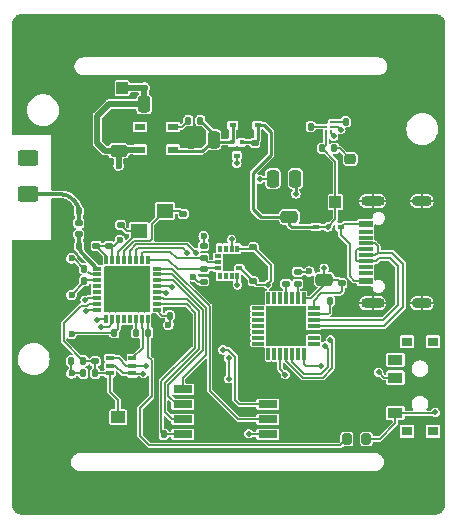
<source format=gbr>
%TF.GenerationSoftware,KiCad,Pcbnew,(6.0.0)*%
%TF.CreationDate,2022-11-27T20:06:58+00:00*%
%TF.ProjectId,Tracer,54726163-6572-42e6-9b69-6361645f7063,F*%
%TF.SameCoordinates,Original*%
%TF.FileFunction,Copper,L1,Top*%
%TF.FilePolarity,Positive*%
%FSLAX46Y46*%
G04 Gerber Fmt 4.6, Leading zero omitted, Abs format (unit mm)*
G04 Created by KiCad (PCBNEW (6.0.0)) date 2022-11-27 20:06:58*
%MOMM*%
%LPD*%
G01*
G04 APERTURE LIST*
G04 Aperture macros list*
%AMRoundRect*
0 Rectangle with rounded corners*
0 $1 Rounding radius*
0 $2 $3 $4 $5 $6 $7 $8 $9 X,Y pos of 4 corners*
0 Add a 4 corners polygon primitive as box body*
4,1,4,$2,$3,$4,$5,$6,$7,$8,$9,$2,$3,0*
0 Add four circle primitives for the rounded corners*
1,1,$1+$1,$2,$3*
1,1,$1+$1,$4,$5*
1,1,$1+$1,$6,$7*
1,1,$1+$1,$8,$9*
0 Add four rect primitives between the rounded corners*
20,1,$1+$1,$2,$3,$4,$5,0*
20,1,$1+$1,$4,$5,$6,$7,0*
20,1,$1+$1,$6,$7,$8,$9,0*
20,1,$1+$1,$8,$9,$2,$3,0*%
G04 Aperture macros list end*
%TA.AperFunction,SMDPad,CuDef*%
%ADD10RoundRect,0.140000X0.170000X-0.140000X0.170000X0.140000X-0.170000X0.140000X-0.170000X-0.140000X0*%
%TD*%
%TA.AperFunction,SMDPad,CuDef*%
%ADD11RoundRect,0.250000X0.475000X-0.250000X0.475000X0.250000X-0.475000X0.250000X-0.475000X-0.250000X0*%
%TD*%
%TA.AperFunction,SMDPad,CuDef*%
%ADD12RoundRect,0.140000X0.140000X0.170000X-0.140000X0.170000X-0.140000X-0.170000X0.140000X-0.170000X0*%
%TD*%
%TA.AperFunction,SMDPad,CuDef*%
%ADD13RoundRect,0.250000X0.250000X0.475000X-0.250000X0.475000X-0.250000X-0.475000X0.250000X-0.475000X0*%
%TD*%
%TA.AperFunction,SMDPad,CuDef*%
%ADD14R,0.600000X0.450000*%
%TD*%
%TA.AperFunction,SMDPad,CuDef*%
%ADD15RoundRect,0.135000X-0.135000X-0.185000X0.135000X-0.185000X0.135000X0.185000X-0.135000X0.185000X0*%
%TD*%
%TA.AperFunction,SMDPad,CuDef*%
%ADD16R,0.400000X0.450000*%
%TD*%
%TA.AperFunction,SMDPad,CuDef*%
%ADD17R,0.500000X0.450000*%
%TD*%
%TA.AperFunction,SMDPad,CuDef*%
%ADD18RoundRect,0.135000X0.135000X0.185000X-0.135000X0.185000X-0.135000X-0.185000X0.135000X-0.185000X0*%
%TD*%
%TA.AperFunction,SMDPad,CuDef*%
%ADD19RoundRect,0.250000X-0.250000X-0.475000X0.250000X-0.475000X0.250000X0.475000X-0.250000X0.475000X0*%
%TD*%
%TA.AperFunction,SMDPad,CuDef*%
%ADD20R,0.800000X0.300000*%
%TD*%
%TA.AperFunction,SMDPad,CuDef*%
%ADD21R,0.300000X0.800000*%
%TD*%
%TA.AperFunction,SMDPad,CuDef*%
%ADD22R,3.750000X3.750000*%
%TD*%
%TA.AperFunction,SMDPad,CuDef*%
%ADD23RoundRect,0.135000X-0.185000X0.135000X-0.185000X-0.135000X0.185000X-0.135000X0.185000X0.135000X0*%
%TD*%
%TA.AperFunction,SMDPad,CuDef*%
%ADD24R,0.350000X0.575000*%
%TD*%
%TA.AperFunction,SMDPad,CuDef*%
%ADD25R,0.575000X0.350000*%
%TD*%
%TA.AperFunction,SMDPad,CuDef*%
%ADD26R,1.000000X1.000000*%
%TD*%
%TA.AperFunction,SMDPad,CuDef*%
%ADD27RoundRect,0.147500X-0.172500X0.147500X-0.172500X-0.147500X0.172500X-0.147500X0.172500X0.147500X0*%
%TD*%
%TA.AperFunction,SMDPad,CuDef*%
%ADD28RoundRect,0.140000X-0.170000X0.140000X-0.170000X-0.140000X0.170000X-0.140000X0.170000X0.140000X0*%
%TD*%
%TA.AperFunction,SMDPad,CuDef*%
%ADD29R,1.250000X0.900000*%
%TD*%
%TA.AperFunction,SMDPad,CuDef*%
%ADD30R,0.900000X0.800000*%
%TD*%
%TA.AperFunction,SMDPad,CuDef*%
%ADD31R,1.200000X1.000000*%
%TD*%
%TA.AperFunction,SMDPad,CuDef*%
%ADD32RoundRect,0.135000X0.185000X-0.135000X0.185000X0.135000X-0.185000X0.135000X-0.185000X-0.135000X0*%
%TD*%
%TA.AperFunction,SMDPad,CuDef*%
%ADD33RoundRect,0.140000X-0.140000X-0.170000X0.140000X-0.170000X0.140000X0.170000X-0.140000X0.170000X0*%
%TD*%
%TA.AperFunction,SMDPad,CuDef*%
%ADD34R,1.000000X0.300000*%
%TD*%
%TA.AperFunction,SMDPad,CuDef*%
%ADD35R,0.300000X1.000000*%
%TD*%
%TA.AperFunction,SMDPad,CuDef*%
%ADD36R,3.350000X3.350000*%
%TD*%
%TA.AperFunction,SMDPad,CuDef*%
%ADD37RoundRect,0.250000X-0.625000X0.400000X-0.625000X-0.400000X0.625000X-0.400000X0.625000X0.400000X0*%
%TD*%
%TA.AperFunction,SMDPad,CuDef*%
%ADD38R,0.650000X0.400000*%
%TD*%
%TA.AperFunction,SMDPad,CuDef*%
%ADD39C,0.226000*%
%TD*%
%TA.AperFunction,SMDPad,CuDef*%
%ADD40R,1.160000X0.600000*%
%TD*%
%TA.AperFunction,SMDPad,CuDef*%
%ADD41R,1.160000X0.300000*%
%TD*%
%TA.AperFunction,ComponentPad*%
%ADD42O,2.000000X0.900000*%
%TD*%
%TA.AperFunction,ComponentPad*%
%ADD43O,1.700000X0.900000*%
%TD*%
%TA.AperFunction,SMDPad,CuDef*%
%ADD44RoundRect,0.218750X-0.256250X0.218750X-0.256250X-0.218750X0.256250X-0.218750X0.256250X0.218750X0*%
%TD*%
%TA.AperFunction,SMDPad,CuDef*%
%ADD45R,1.400000X1.200000*%
%TD*%
%TA.AperFunction,SMDPad,CuDef*%
%ADD46RoundRect,0.200000X0.200000X0.275000X-0.200000X0.275000X-0.200000X-0.275000X0.200000X-0.275000X0*%
%TD*%
%TA.AperFunction,SMDPad,CuDef*%
%ADD47R,0.900000X0.600000*%
%TD*%
%TA.AperFunction,SMDPad,CuDef*%
%ADD48R,1.650000X0.650000*%
%TD*%
%TA.AperFunction,ViaPad*%
%ADD49C,0.500000*%
%TD*%
%TA.AperFunction,ViaPad*%
%ADD50C,0.600000*%
%TD*%
%TA.AperFunction,Conductor*%
%ADD51C,0.150000*%
%TD*%
%TA.AperFunction,Conductor*%
%ADD52C,0.250000*%
%TD*%
%TA.AperFunction,Conductor*%
%ADD53C,0.500000*%
%TD*%
%TA.AperFunction,Conductor*%
%ADD54C,0.200000*%
%TD*%
%TA.AperFunction,Conductor*%
%ADD55C,0.340000*%
%TD*%
%TA.AperFunction,Conductor*%
%ADD56C,0.350000*%
%TD*%
G04 APERTURE END LIST*
D10*
%TO.P,C1,1*%
%TO.N,6D_PWR*%
X149600000Y-97900000D03*
%TO.P,C1,2*%
%TO.N,GND*%
X149600000Y-96940000D03*
%TD*%
D11*
%TO.P,C16,1*%
%TO.N,+3V3*%
X138195000Y-86850000D03*
%TO.P,C16,2*%
%TO.N,GND*%
X138195000Y-84950000D03*
%TD*%
D12*
%TO.P,C10,1*%
%TO.N,+3V3*%
X135280000Y-96850000D03*
%TO.P,C10,2*%
%TO.N,GND*%
X134320000Y-96850000D03*
%TD*%
D13*
%TO.P,C5,1*%
%TO.N,Net-(BT1-Pad1)*%
X153155000Y-89200000D03*
%TO.P,C5,2*%
%TO.N,Net-(BT1-Pad2)*%
X151255000Y-89200000D03*
%TD*%
D14*
%TO.P,D1,1,K*%
%TO.N,VUSB*%
X154900000Y-93300000D03*
%TO.P,D1,2,A*%
%TO.N,Net-(D1-Pad2)*%
X157000000Y-93300000D03*
%TD*%
D15*
%TO.P,R6,1*%
%TO.N,Net-(IC3-PadC1)*%
X157430000Y-84400000D03*
%TO.P,R6,2*%
%TO.N,GND*%
X158450000Y-84400000D03*
%TD*%
D16*
%TO.P,Q2,1,G*%
%TO.N,VUSB*%
X148600000Y-86125000D03*
%TO.P,Q2,2,S*%
%TO.N,VBUS*%
X147800000Y-86125000D03*
D17*
%TO.P,Q2,3,D*%
%TO.N,+BATT*%
X148200000Y-87275000D03*
%TD*%
D11*
%TO.P,C3,1*%
%TO.N,GND*%
X152650000Y-94350000D03*
%TO.P,C3,2*%
%TO.N,VUSB*%
X152650000Y-92450000D03*
%TD*%
D18*
%TO.P,R10,1*%
%TO.N,RST*%
X135210000Y-104650000D03*
%TO.P,R10,2*%
%TO.N,+3V3*%
X134190000Y-104650000D03*
%TD*%
D19*
%TO.P,C6,1*%
%TO.N,+3V3*%
X140345000Y-82900000D03*
%TO.P,C6,2*%
%TO.N,GND*%
X142245000Y-82900000D03*
%TD*%
D20*
%TO.P,IC4,1,LNA_IN*%
%TO.N,Net-(C21-Pad1)*%
X136400000Y-96825000D03*
%TO.P,IC4,2,VDD3P3_1*%
%TO.N,+3V3*%
X136400000Y-97325000D03*
%TO.P,IC4,3,VDD3P3_2*%
X136400000Y-97825000D03*
%TO.P,IC4,4,XTAL_32K_P*%
%TO.N,unconnected-(IC4-Pad4)*%
X136400000Y-98325000D03*
%TO.P,IC4,5,XTAL_32K_N*%
%TO.N,unconnected-(IC4-Pad5)*%
X136400000Y-98825000D03*
%TO.P,IC4,6,GPIO2*%
%TO.N,6D_INT2*%
X136400000Y-99325000D03*
%TO.P,IC4,7,CHIP_EN*%
%TO.N,RST*%
X136400000Y-99825000D03*
%TO.P,IC4,8,GPIO3*%
%TO.N,6D_INT1*%
X136400000Y-100325000D03*
D21*
%TO.P,IC4,9,MTMS*%
%TO.N,~CE*%
X137150000Y-101075000D03*
%TO.P,IC4,10,MTDI*%
%TO.N,6D_PWR*%
X137650000Y-101075000D03*
%TO.P,IC4,11,VDD3P3_RTC*%
%TO.N,+3V3*%
X138150000Y-101075000D03*
%TO.P,IC4,12,MTCK*%
%TO.N,GPIO7*%
X138650000Y-101075000D03*
%TO.P,IC4,13,MTDO*%
%TO.N,GPIO6*%
X139150000Y-101075000D03*
%TO.P,IC4,14,GPIO8*%
%TO.N,READ_BAT*%
X139650000Y-101075000D03*
%TO.P,IC4,15,GPIO9*%
%TO.N,GPIO9*%
X140150000Y-101075000D03*
%TO.P,IC4,16,GPIO10*%
%TO.N,BAT*%
X140650000Y-101075000D03*
D20*
%TO.P,IC4,17,VDD3P3_CPU*%
%TO.N,+3V3*%
X141400000Y-100325000D03*
%TO.P,IC4,18,VDD_SPI*%
%TO.N,VDD_SPI*%
X141400000Y-99825000D03*
%TO.P,IC4,19,SPIHD*%
%TO.N,SPIHD*%
X141400000Y-99325000D03*
%TO.P,IC4,20,SPIWP*%
%TO.N,SPIWP*%
X141400000Y-98825000D03*
%TO.P,IC4,21,SPICS0*%
%TO.N,SPICS0*%
X141400000Y-98325000D03*
%TO.P,IC4,22,SPICLK*%
%TO.N,SPICLK*%
X141400000Y-97825000D03*
%TO.P,IC4,23,SPID*%
%TO.N,SPID*%
X141400000Y-97325000D03*
%TO.P,IC4,24,SPIQ*%
%TO.N,SPIQ*%
X141400000Y-96825000D03*
D21*
%TO.P,IC4,25,GPIO18*%
%TO.N,I2C_SDA*%
X140650000Y-96075000D03*
%TO.P,IC4,26,GPIO19*%
%TO.N,I2C_SCL*%
X140150000Y-96075000D03*
%TO.P,IC4,27,U0RXD*%
%TO.N,U0RXD*%
X139650000Y-96075000D03*
%TO.P,IC4,28,U0TXD*%
%TO.N,U0TXD*%
X139150000Y-96075000D03*
%TO.P,IC4,29,XTAL_N*%
%TO.N,Net-(C20-Pad2)*%
X138650000Y-96075000D03*
%TO.P,IC4,30,XTAL_P*%
%TO.N,Net-(C22-Pad2)*%
X138150000Y-96075000D03*
%TO.P,IC4,31,VDDA_1*%
%TO.N,+3V3*%
X137650000Y-96075000D03*
%TO.P,IC4,32,VDDA_2*%
X137150000Y-96075000D03*
D22*
%TO.P,IC4,33,GND*%
%TO.N,GND*%
X138900000Y-98575000D03*
%TD*%
D10*
%TO.P,C12,1*%
%TO.N,+3V3*%
X136300000Y-94880000D03*
%TO.P,C12,2*%
%TO.N,GND*%
X136300000Y-93920000D03*
%TD*%
D23*
%TO.P,R12,1*%
%TO.N,+3V3*%
X153350000Y-97090000D03*
%TO.P,R12,2*%
%TO.N,Net-(IC8-Pad9)*%
X153350000Y-98110000D03*
%TD*%
D24*
%TO.P,IC1,1,SDO/SA0*%
%TO.N,unconnected-(IC1-Pad1)*%
X146750000Y-97463000D03*
%TO.P,IC1,2,SDX*%
%TO.N,unconnected-(IC1-Pad2)*%
X147250000Y-97463000D03*
%TO.P,IC1,3,SCX*%
%TO.N,unconnected-(IC1-Pad3)*%
X147750000Y-97463000D03*
%TO.P,IC1,4,INT1*%
%TO.N,6D_INT1*%
X148250000Y-97463000D03*
D25*
%TO.P,IC1,5,VDDIO*%
%TO.N,6D_PWR*%
X148412000Y-96800000D03*
%TO.P,IC1,6,GND_1*%
%TO.N,GND*%
X148412000Y-96300000D03*
%TO.P,IC1,7,GND_2*%
X148412000Y-95800000D03*
D24*
%TO.P,IC1,8,VDD*%
%TO.N,6D_PWR*%
X148250000Y-95137000D03*
%TO.P,IC1,9,INT2*%
%TO.N,6D_INT2*%
X147750000Y-95137000D03*
%TO.P,IC1,10,NC_1*%
%TO.N,unconnected-(IC1-Pad10)*%
X147250000Y-95137000D03*
%TO.P,IC1,11,NC_2*%
%TO.N,unconnected-(IC1-Pad11)*%
X146750000Y-95137000D03*
D25*
%TO.P,IC1,12,CS*%
%TO.N,unconnected-(IC1-Pad12)*%
X146588000Y-95800000D03*
%TO.P,IC1,13,SCL*%
%TO.N,I2C_SCL*%
X146588000Y-96300000D03*
%TO.P,IC1,14,SDA*%
%TO.N,I2C_SDA*%
X146588000Y-96800000D03*
%TD*%
D12*
%TO.P,C11,1*%
%TO.N,VDD_SPI*%
X142010000Y-110850000D03*
%TO.P,C11,2*%
%TO.N,GND*%
X141050000Y-110850000D03*
%TD*%
D11*
%TO.P,C18,1*%
%TO.N,VUSB*%
X155600000Y-97750000D03*
%TO.P,C18,2*%
%TO.N,GND*%
X155600000Y-95850000D03*
%TD*%
D26*
%TO.P,TP6,1,1*%
%TO.N,+3V3*%
X138500000Y-81550000D03*
%TD*%
D10*
%TO.P,C20,1*%
%TO.N,GND*%
X143650000Y-93160000D03*
%TO.P,C20,2*%
%TO.N,Net-(C20-Pad2)*%
X143650000Y-92200000D03*
%TD*%
D27*
%TO.P,L1,1*%
%TO.N,ANT*%
X134825000Y-92965000D03*
%TO.P,L1,2*%
%TO.N,Net-(C21-Pad1)*%
X134825000Y-93935000D03*
%TD*%
D18*
%TO.P,R11,1*%
%TO.N,VBUS*%
X145110000Y-84300000D03*
%TO.P,R11,2*%
%TO.N,Net-(IC6-Pad3)*%
X144090000Y-84300000D03*
%TD*%
D12*
%TO.P,C21,1*%
%TO.N,Net-(C21-Pad1)*%
X134855000Y-94925000D03*
%TO.P,C21,2*%
%TO.N,GND*%
X133895000Y-94925000D03*
%TD*%
D18*
%TO.P,R3,1*%
%TO.N,Net-(IC3-PadB2)*%
X154460000Y-84800000D03*
%TO.P,R3,2*%
%TO.N,GND*%
X153440000Y-84800000D03*
%TD*%
D23*
%TO.P,R4,1*%
%TO.N,+3V3*%
X145400000Y-94890000D03*
%TO.P,R4,2*%
%TO.N,I2C_SCL*%
X145400000Y-95910000D03*
%TD*%
D26*
%TO.P,TP11,1,1*%
%TO.N,GND*%
X130100000Y-96200000D03*
%TD*%
D10*
%TO.P,C9,1*%
%TO.N,+3V3*%
X137350000Y-94880000D03*
%TO.P,C9,2*%
%TO.N,GND*%
X137350000Y-93920000D03*
%TD*%
D28*
%TO.P,C2,1*%
%TO.N,6D_PWR*%
X149600000Y-95020000D03*
%TO.P,C2,2*%
%TO.N,GND*%
X149600000Y-95980000D03*
%TD*%
D29*
%TO.P,S2,1,A*%
%TO.N,unconnected-(S2-Pad1)*%
X161625000Y-104550000D03*
%TO.P,S2,2,B*%
%TO.N,Net-(BT1-Pad1)*%
X161625000Y-106050000D03*
%TO.P,S2,3,C*%
%TO.N,+BATT*%
X161625000Y-109050000D03*
D30*
%TO.P,S2,MP1,MP1*%
%TO.N,unconnected-(S2-PadMP1)*%
X164800000Y-103000000D03*
%TO.P,S2,MP2,MP2*%
%TO.N,unconnected-(S2-PadMP2)*%
X162600000Y-103000000D03*
%TO.P,S2,MP3,MP3*%
%TO.N,unconnected-(S2-PadMP3)*%
X162600000Y-110600000D03*
%TO.P,S2,MP4,MP4*%
%TO.N,unconnected-(S2-PadMP4)*%
X164800000Y-110600000D03*
%TD*%
D31*
%TO.P,S1,1,1*%
%TO.N,RST*%
X138150000Y-109400000D03*
%TO.P,S1,2,2*%
%TO.N,GND*%
X130750000Y-109400000D03*
%TD*%
D14*
%TO.P,D3,1,K*%
%TO.N,VBUS*%
X147850000Y-84700000D03*
%TO.P,D3,2,A*%
%TO.N,VUSB*%
X149950000Y-84700000D03*
%TD*%
D32*
%TO.P,R1,1*%
%TO.N,GND*%
X149700000Y-87210000D03*
%TO.P,R1,2*%
%TO.N,VUSB*%
X149700000Y-86190000D03*
%TD*%
D33*
%TO.P,C19,1*%
%TO.N,ANT*%
X134820000Y-91985000D03*
%TO.P,C19,2*%
%TO.N,GND*%
X135780000Y-91985000D03*
%TD*%
D34*
%TO.P,IC8,1,DCD*%
%TO.N,unconnected-(IC8-Pad1)*%
X154700000Y-103200000D03*
%TO.P,IC8,2,RI_/_CLK*%
%TO.N,unconnected-(IC8-Pad2)*%
X154700000Y-102700000D03*
%TO.P,IC8,3,GND_1*%
%TO.N,GND*%
X154700000Y-102200000D03*
%TO.P,IC8,4,D+*%
%TO.N,D+*%
X154700000Y-101700000D03*
%TO.P,IC8,5,D-*%
%TO.N,D-*%
X154700000Y-101200000D03*
%TO.P,IC8,6,VDD*%
%TO.N,Net-(C17-Pad1)*%
X154700000Y-100700000D03*
%TO.P,IC8,7,VREGIN*%
%TO.N,VUSB*%
X154700000Y-100200000D03*
D35*
%TO.P,IC8,8,VBUS*%
X153850000Y-99350000D03*
%TO.P,IC8,9,RSTB*%
%TO.N,Net-(IC8-Pad9)*%
X153350000Y-99350000D03*
%TO.P,IC8,10,NC*%
%TO.N,unconnected-(IC8-Pad10)*%
X152850000Y-99350000D03*
%TO.P,IC8,11,SUSPENDB*%
%TO.N,Net-(IC8-Pad11)*%
X152350000Y-99350000D03*
%TO.P,IC8,12,SUSPEND*%
%TO.N,unconnected-(IC8-Pad12)*%
X151850000Y-99350000D03*
%TO.P,IC8,13,CHREN*%
%TO.N,unconnected-(IC8-Pad13)*%
X151350000Y-99350000D03*
%TO.P,IC8,14,CHR1*%
%TO.N,unconnected-(IC8-Pad14)*%
X150850000Y-99350000D03*
D34*
%TO.P,IC8,15,CHR0*%
%TO.N,unconnected-(IC8-Pad15)*%
X150000000Y-100200000D03*
%TO.P,IC8,16,GPIO.3_/_WAKEUP*%
%TO.N,unconnected-(IC8-Pad16)*%
X150000000Y-100700000D03*
%TO.P,IC8,17,GPIO.2_/_RS485*%
%TO.N,unconnected-(IC8-Pad17)*%
X150000000Y-101200000D03*
%TO.P,IC8,18,GPIO.1_/_RXT*%
%TO.N,unconnected-(IC8-Pad18)*%
X150000000Y-101700000D03*
%TO.P,IC8,19,GPIO.0_/_TXT*%
%TO.N,unconnected-(IC8-Pad19)*%
X150000000Y-102200000D03*
%TO.P,IC8,20,GPIO.6*%
%TO.N,unconnected-(IC8-Pad20)*%
X150000000Y-102700000D03*
%TO.P,IC8,21,GPIO.5*%
%TO.N,unconnected-(IC8-Pad21)*%
X150000000Y-103200000D03*
D35*
%TO.P,IC8,22,GPIO.4*%
%TO.N,unconnected-(IC8-Pad22)*%
X150850000Y-104050000D03*
%TO.P,IC8,23,CTS*%
%TO.N,unconnected-(IC8-Pad23)*%
X151350000Y-104050000D03*
%TO.P,IC8,24,RTS*%
%TO.N,RTS*%
X151850000Y-104050000D03*
%TO.P,IC8,25,RXD*%
%TO.N,U0TXD*%
X152350000Y-104050000D03*
%TO.P,IC8,26,TXD*%
%TO.N,U0RXD*%
X152850000Y-104050000D03*
%TO.P,IC8,27,DSR*%
%TO.N,unconnected-(IC8-Pad27)*%
X153350000Y-104050000D03*
%TO.P,IC8,28,DTR*%
%TO.N,DTR*%
X153850000Y-104050000D03*
D36*
%TO.P,IC8,29,GND_2*%
%TO.N,GND*%
X152350000Y-101700000D03*
%TD*%
D37*
%TO.P,AE1,1,FEED*%
%TO.N,unconnected-(AE1-Pad1)*%
X130475000Y-87425000D03*
%TO.P,AE1,2,PCB_Trace*%
%TO.N,ANT*%
X130475000Y-90525000D03*
%TD*%
D33*
%TO.P,C13,1*%
%TO.N,+3V3*%
X142520000Y-100800000D03*
%TO.P,C13,2*%
%TO.N,GND*%
X143480000Y-100800000D03*
%TD*%
%TO.P,C14,1*%
%TO.N,+3V3*%
X137820000Y-102250000D03*
%TO.P,C14,2*%
%TO.N,GND*%
X138780000Y-102250000D03*
%TD*%
D28*
%TO.P,C22,1*%
%TO.N,GND*%
X138350000Y-92170000D03*
%TO.P,C22,2*%
%TO.N,Net-(C22-Pad2)*%
X138350000Y-93130000D03*
%TD*%
D38*
%TO.P,Q1,1,E2*%
%TO.N,RTS*%
X139350000Y-105700000D03*
%TO.P,Q1,2,B2*%
%TO.N,DTR*%
X139350000Y-105050000D03*
%TO.P,Q1,3,C1*%
%TO.N,GPIO9*%
X139350000Y-104400000D03*
%TO.P,Q1,4,E1*%
%TO.N,DTR*%
X137450000Y-104400000D03*
%TO.P,Q1,5,B1*%
%TO.N,RTS*%
X137450000Y-105050000D03*
%TO.P,Q1,6,C2*%
%TO.N,RST*%
X137450000Y-105700000D03*
%TD*%
D39*
%TO.P,IC3,A1,OUT*%
%TO.N,Net-(BT1-Pad1)*%
X156140000Y-85200000D03*
%TO.P,IC3,A2,IN*%
%TO.N,VUSB*%
X155740000Y-85200000D03*
%TO.P,IC3,B1,TS*%
%TO.N,~CE*%
X156140000Y-84800000D03*
%TO.P,IC3,B2,ISET*%
%TO.N,Net-(IC3-PadB2)*%
X155740000Y-84800000D03*
%TO.P,IC3,C1,PRETERM*%
%TO.N,Net-(IC3-PadC1)*%
X156140000Y-84400000D03*
%TO.P,IC3,C2,VSS*%
%TO.N,GND*%
X155740000Y-84400000D03*
%TD*%
D33*
%TO.P,C17,1*%
%TO.N,Net-(C17-Pad1)*%
X156070000Y-99550000D03*
%TO.P,C17,2*%
%TO.N,GND*%
X157030000Y-99550000D03*
%TD*%
D40*
%TO.P,J1,A1,GND*%
%TO.N,GND*%
X159125000Y-98650000D03*
%TO.P,J1,A4,VBUS*%
%TO.N,Net-(D1-Pad2)*%
X159115000Y-97850000D03*
D41*
%TO.P,J1,A5,CC1*%
%TO.N,unconnected-(J1-PadA5)*%
X159115000Y-96700000D03*
%TO.P,J1,A6,D+*%
%TO.N,D+*%
X159115000Y-95700000D03*
%TO.P,J1,A7,D-*%
%TO.N,D-*%
X159115000Y-95200000D03*
%TO.P,J1,A8,SBU1*%
%TO.N,unconnected-(J1-PadA8)*%
X159115000Y-94200000D03*
D40*
%TO.P,J1,A9,VBUS*%
%TO.N,Net-(D1-Pad2)*%
X159115000Y-93050000D03*
%TO.P,J1,B1,GND*%
%TO.N,GND*%
X159115000Y-92250000D03*
%TO.P,J1,B4,VBUS*%
%TO.N,Net-(D1-Pad2)*%
X159115000Y-93050000D03*
D41*
%TO.P,J1,B5,CC2*%
%TO.N,unconnected-(J1-PadB5)*%
X159115000Y-93700000D03*
%TO.P,J1,B6,D+*%
%TO.N,D+*%
X159115000Y-94700000D03*
%TO.P,J1,B7,D-*%
%TO.N,D-*%
X159115000Y-96200000D03*
%TO.P,J1,B8,SBU2*%
%TO.N,unconnected-(J1-PadB8)*%
X159115000Y-97200000D03*
D40*
%TO.P,J1,B9,VBUS*%
%TO.N,Net-(D1-Pad2)*%
X159115000Y-97850000D03*
D42*
%TO.P,J1,S1,SHIELD*%
%TO.N,GND*%
X159695000Y-99770000D03*
D43*
X163865000Y-99770000D03*
X163865000Y-91130000D03*
D42*
X159695000Y-91130000D03*
%TD*%
D15*
%TO.P,R7,1*%
%TO.N,+3V3*%
X135190000Y-105700000D03*
%TO.P,R7,2*%
%TO.N,RST*%
X136210000Y-105700000D03*
%TD*%
D44*
%TO.P,D2,1,K*%
%TO.N,GND*%
X157800000Y-85962500D03*
%TO.P,D2,2,A*%
%TO.N,Net-(D2-Pad2)*%
X157800000Y-87537500D03*
%TD*%
D32*
%TO.P,R5,1*%
%TO.N,+3V3*%
X145400000Y-97920000D03*
%TO.P,R5,2*%
%TO.N,I2C_SDA*%
X145400000Y-96900000D03*
%TD*%
D10*
%TO.P,C8,1*%
%TO.N,VUSB*%
X157100000Y-98060000D03*
%TO.P,C8,2*%
%TO.N,GND*%
X157100000Y-97100000D03*
%TD*%
D18*
%TO.P,R2,1*%
%TO.N,Net-(D2-Pad2)*%
X156460000Y-86650000D03*
%TO.P,R2,2*%
%TO.N,VUSB*%
X155440000Y-86650000D03*
%TD*%
D13*
%TO.P,C4,1*%
%TO.N,VBUS*%
X146245000Y-85900000D03*
%TO.P,C4,2*%
%TO.N,GND*%
X144345000Y-85900000D03*
%TD*%
D45*
%TO.P,Y1,1,1*%
%TO.N,Net-(C22-Pad2)*%
X139900000Y-93650000D03*
%TO.P,Y1,2,2*%
%TO.N,GND*%
X142100000Y-93650000D03*
%TO.P,Y1,3,3*%
%TO.N,Net-(C20-Pad2)*%
X142100000Y-91950000D03*
%TO.P,Y1,4,4*%
%TO.N,GND*%
X139900000Y-91950000D03*
%TD*%
D46*
%TO.P,R8,1*%
%TO.N,+BATT*%
X159175000Y-111250000D03*
%TO.P,R8,2*%
%TO.N,BAT*%
X157525000Y-111250000D03*
%TD*%
D47*
%TO.P,IC6,1,VIN*%
%TO.N,VBUS*%
X142795000Y-86750000D03*
%TO.P,IC6,2,VSS*%
%TO.N,GND*%
X142795000Y-85800000D03*
%TO.P,IC6,3,CE*%
%TO.N,Net-(IC6-Pad3)*%
X142795000Y-84850000D03*
%TO.P,IC6,4,NC*%
%TO.N,unconnected-(IC6-Pad4)*%
X139995000Y-84850000D03*
%TO.P,IC6,5,VOUT*%
%TO.N,+3V3*%
X139995000Y-86750000D03*
%TD*%
D12*
%TO.P,C15,1*%
%TO.N,+3V3*%
X135280000Y-97850000D03*
%TO.P,C15,2*%
%TO.N,GND*%
X134320000Y-97850000D03*
%TD*%
D18*
%TO.P,R9,1*%
%TO.N,BAT*%
X140710000Y-102250000D03*
%TO.P,R9,2*%
%TO.N,READ_BAT*%
X139690000Y-102250000D03*
%TD*%
D32*
%TO.P,R13,1*%
%TO.N,Net-(IC8-Pad11)*%
X152350000Y-98120000D03*
%TO.P,R13,2*%
%TO.N,GND*%
X152350000Y-97100000D03*
%TD*%
D48*
%TO.P,IC2,1,~{CS}*%
%TO.N,SPICS0*%
X150800000Y-110855000D03*
%TO.P,IC2,2,DO(IO1)*%
%TO.N,SPIQ*%
X150800000Y-109585000D03*
%TO.P,IC2,3,IO2*%
%TO.N,SPIWP*%
X150800000Y-108315000D03*
%TO.P,IC2,4,GND*%
%TO.N,GND*%
X150800000Y-107045000D03*
%TO.P,IC2,5,DI(IO0)*%
%TO.N,SPID*%
X143600000Y-107045000D03*
%TO.P,IC2,6,CLK*%
%TO.N,SPICLK*%
X143600000Y-108315000D03*
%TO.P,IC2,7,IO3*%
%TO.N,SPIHD*%
X143600000Y-109585000D03*
%TO.P,IC2,8,VCC*%
%TO.N,VDD_SPI*%
X143600000Y-110855000D03*
%TD*%
D26*
%TO.P,TP2,1,1*%
%TO.N,VUSB*%
X156550000Y-91200000D03*
%TD*%
D10*
%TO.P,C7,1*%
%TO.N,RST*%
X136200000Y-104680000D03*
%TO.P,C7,2*%
%TO.N,GND*%
X136200000Y-103720000D03*
%TD*%
D49*
%TO.N,+BATT*%
X165000000Y-109000000D03*
X148200000Y-87900000D03*
%TO.N,GND*%
X139000000Y-98600000D03*
X135000000Y-84000000D03*
X144000000Y-82000000D03*
X133250000Y-89950000D03*
X144000000Y-88000000D03*
X133250000Y-91200000D03*
X142000000Y-84000000D03*
X150500000Y-96700000D03*
X151060000Y-102950000D03*
X151060000Y-101680000D03*
X139000000Y-97400000D03*
X135300000Y-91350000D03*
X138000000Y-98600000D03*
X140000000Y-88000000D03*
X135000000Y-88000000D03*
X146000000Y-84000000D03*
X146000000Y-88000000D03*
X135000000Y-82000000D03*
X149679122Y-87879122D03*
X153600000Y-102950000D03*
X152330000Y-100410000D03*
X132750000Y-91200000D03*
X140000000Y-98600000D03*
X140000000Y-97400000D03*
X133800000Y-90000000D03*
X138000000Y-99600000D03*
X154000000Y-94400000D03*
X151060000Y-100410000D03*
X138750000Y-103100000D03*
X135000000Y-86000000D03*
X139000000Y-99600000D03*
X133750000Y-91400000D03*
X152330000Y-102950000D03*
X156600000Y-102250000D03*
X134300000Y-90200000D03*
X140000000Y-99600000D03*
X134100000Y-91800000D03*
X129500000Y-109400000D03*
X157100000Y-95850000D03*
X146000000Y-82000000D03*
X139000000Y-84000000D03*
X152330000Y-101680000D03*
X134700000Y-90500000D03*
X135050000Y-90900000D03*
X142000000Y-88000000D03*
X132750000Y-89900000D03*
X145300000Y-85900000D03*
X153600000Y-101680000D03*
X153600000Y-100410000D03*
D50*
%TO.N,+3V3*%
X140395000Y-81500000D03*
X138300000Y-94400000D03*
X154332671Y-97067329D03*
X134200000Y-95950000D03*
X134200000Y-102350000D03*
X138195000Y-88100000D03*
X134200000Y-105700000D03*
X145400000Y-94100000D03*
X134200000Y-99050000D03*
X142400000Y-101600000D03*
X144500000Y-97500000D03*
D49*
%TO.N,Net-(BT1-Pad2)*%
X150124500Y-89250000D03*
%TO.N,6D_PWR*%
X150800000Y-98174500D03*
X136684166Y-101756944D03*
%TO.N,6D_INT1*%
X148250000Y-98200000D03*
X135450000Y-100450000D03*
%TO.N,6D_INT2*%
X135350000Y-99500000D03*
X147750000Y-94350000D03*
%TO.N,SPICS0*%
X147500000Y-106150000D03*
X149200000Y-110800000D03*
X142702684Y-98397316D03*
X147500000Y-104400000D03*
%TO.N,VUSB*%
X155600000Y-96800000D03*
X155900000Y-93300000D03*
%TO.N,SPIWP*%
X142200000Y-98900000D03*
X147025500Y-103700000D03*
%TO.N,~CE*%
X136350000Y-101200000D03*
X157000000Y-85050000D03*
%TO.N,U0RXD*%
X144000000Y-95475500D03*
X155700000Y-103350000D03*
%TO.N,U0TXD*%
X156124500Y-102842824D03*
X144722497Y-95475500D03*
%TO.N,RTS*%
X152300000Y-105800000D03*
X140294609Y-105716172D03*
%TO.N,DTR*%
X140500000Y-105100000D03*
X155300000Y-105100000D03*
%TO.N,Net-(BT1-Pad1)*%
X160200000Y-105600000D03*
X153200000Y-90500000D03*
X156400000Y-85600000D03*
%TD*%
D51*
%TO.N,+BATT*%
X164925479Y-109074521D02*
X165000000Y-109000000D01*
X161625000Y-109925000D02*
X161625000Y-109050000D01*
X148200000Y-87900000D02*
X148200000Y-87275000D01*
X161649521Y-109074521D02*
X164925479Y-109074521D01*
X159175000Y-111250000D02*
X160300000Y-111250000D01*
X160300000Y-111250000D02*
X161625000Y-109925000D01*
%TO.N,GND*%
X154700000Y-102200000D02*
X156550000Y-102200000D01*
X156550000Y-102200000D02*
X156600000Y-102250000D01*
X155600000Y-95850000D02*
X157100000Y-95850000D01*
X150260000Y-96940000D02*
X150500000Y-96700000D01*
X157100000Y-97100000D02*
X157100000Y-95850000D01*
X138780000Y-102250000D02*
X138780000Y-103070000D01*
X149780000Y-95980000D02*
X150500000Y-96700000D01*
D52*
X152650000Y-94350000D02*
X153950000Y-94350000D01*
X149700000Y-87900000D02*
X149679122Y-87879122D01*
X153950000Y-94350000D02*
X154000000Y-94400000D01*
D51*
X138780000Y-103070000D02*
X138750000Y-103100000D01*
X148412000Y-95800000D02*
X149420000Y-95800000D01*
X130750000Y-109400000D02*
X129500000Y-109400000D01*
X148960000Y-96300000D02*
X148412000Y-96300000D01*
X149600000Y-96940000D02*
X150260000Y-96940000D01*
D52*
X149700000Y-87210000D02*
X149700000Y-87900000D01*
D51*
X149600000Y-96940000D02*
X148960000Y-96300000D01*
X144345000Y-85900000D02*
X145300000Y-85900000D01*
D53*
%TO.N,+3V3*%
X140345000Y-81550000D02*
X140395000Y-81500000D01*
D51*
X134380000Y-95950000D02*
X134200000Y-95950000D01*
X134300000Y-102250000D02*
X134200000Y-102350000D01*
X142520000Y-100800000D02*
X141875000Y-100800000D01*
D53*
X138195000Y-86850000D02*
X138195000Y-88100000D01*
D51*
X141875000Y-100800000D02*
X141400000Y-100325000D01*
D54*
X137150000Y-96075000D02*
X137150000Y-95730000D01*
X137650000Y-96075000D02*
X137650000Y-95180000D01*
D53*
X138195000Y-86850000D02*
X137045000Y-86850000D01*
X136395000Y-86200000D02*
X136395000Y-83900000D01*
D51*
X135280000Y-96850000D02*
X134380000Y-95950000D01*
X138150000Y-101075000D02*
X138150000Y-101920000D01*
D54*
X136400000Y-97825000D02*
X135340355Y-97825000D01*
D51*
X142520000Y-101480000D02*
X142400000Y-101600000D01*
D54*
X144920000Y-97920000D02*
X144500000Y-97500000D01*
X136300000Y-94880000D02*
X137820000Y-94880000D01*
X145400000Y-94890000D02*
X145400000Y-94100000D01*
D51*
X134190000Y-104650000D02*
X134190000Y-105690000D01*
X135280000Y-97970000D02*
X134200000Y-99050000D01*
X137820000Y-102250000D02*
X134300000Y-102250000D01*
D53*
X137395000Y-82900000D02*
X140345000Y-82900000D01*
D54*
X145400000Y-97920000D02*
X144920000Y-97920000D01*
D53*
X140395000Y-81500000D02*
X138550000Y-81500000D01*
D51*
X136400000Y-97325000D02*
X135850000Y-97325000D01*
D54*
X137820000Y-94880000D02*
X138300000Y-94400000D01*
D53*
X137045000Y-86850000D02*
X136395000Y-86200000D01*
D51*
X134190000Y-105690000D02*
X134200000Y-105700000D01*
D53*
X140345000Y-82900000D02*
X140345000Y-81550000D01*
X139995000Y-86750000D02*
X138295000Y-86750000D01*
D51*
X135850000Y-97325000D02*
X135600000Y-97075000D01*
D54*
X153350000Y-97090000D02*
X154310000Y-97090000D01*
X137150000Y-95730000D02*
X136300000Y-94880000D01*
D53*
X136395000Y-83900000D02*
X137395000Y-82900000D01*
D54*
X154310000Y-97090000D02*
X154332671Y-97067329D01*
D51*
X138150000Y-101920000D02*
X137820000Y-102250000D01*
X135190000Y-105700000D02*
X134200000Y-105700000D01*
D54*
X137650000Y-95180000D02*
X137350000Y-94880000D01*
D51*
X142520000Y-100800000D02*
X142520000Y-101480000D01*
D55*
%TO.N,ANT*%
X134455840Y-91105840D02*
X134250000Y-90900000D01*
X134825000Y-92965000D02*
X134825000Y-91997071D01*
X133405026Y-90550000D02*
X130535355Y-90550000D01*
X133405026Y-90550001D02*
G75*
G02*
X134249999Y-90900001I1J-1194970D01*
G01*
X134455840Y-91105840D02*
G75*
G02*
X134820000Y-91985000I-879159J-879159D01*
G01*
D51*
%TO.N,RST*%
X133550000Y-101450000D02*
X133550000Y-102990000D01*
X138150000Y-107950000D02*
X138150000Y-109400000D01*
X135696061Y-99825000D02*
X135546550Y-99974511D01*
X136200000Y-104680000D02*
X135240000Y-104680000D01*
X136400000Y-99825000D02*
X135696061Y-99825000D01*
X137450000Y-105700000D02*
X136210000Y-105700000D01*
X133550000Y-102990000D02*
X135210000Y-104650000D01*
X135025489Y-99974511D02*
X133550000Y-101450000D01*
X137450000Y-105700000D02*
X137450000Y-107250000D01*
X135546550Y-99974511D02*
X135025489Y-99974511D01*
X136200000Y-104680000D02*
X136200000Y-105690000D01*
X137450000Y-107250000D02*
X138150000Y-107950000D01*
D52*
%TO.N,VBUS*%
X146245000Y-85435000D02*
X145110000Y-84300000D01*
X142944520Y-86899520D02*
X145245480Y-86899520D01*
X147800000Y-86125000D02*
X146470000Y-86125000D01*
X147850000Y-84700000D02*
X147850000Y-86075000D01*
X145245480Y-86899520D02*
X146245000Y-85900000D01*
X146245000Y-85900000D02*
X146245000Y-85435000D01*
D51*
%TO.N,Net-(C17-Pad1)*%
X154700000Y-100700000D02*
X155940000Y-100700000D01*
X155940000Y-100700000D02*
X156040000Y-100600000D01*
X156070000Y-100570000D02*
X156040000Y-100600000D01*
X156070000Y-99550000D02*
X156070000Y-100570000D01*
%TO.N,Net-(BT1-Pad2)*%
X150124500Y-89250000D02*
X151205000Y-89250000D01*
%TO.N,6D_PWR*%
X151100000Y-96520000D02*
X149600000Y-95020000D01*
X151100000Y-97874500D02*
X151100000Y-96520000D01*
X150800000Y-98174500D02*
X151100000Y-97874500D01*
X137650000Y-101075000D02*
X137650000Y-101450000D01*
X137650000Y-101450000D02*
X137343056Y-101756944D01*
X149874500Y-98174500D02*
X149600000Y-97900000D01*
D54*
X148500000Y-96800000D02*
X149600000Y-97900000D01*
D51*
X137343056Y-101756944D02*
X136684166Y-101756944D01*
X150800000Y-98174500D02*
X149874500Y-98174500D01*
D54*
X148250000Y-95137000D02*
X149483000Y-95137000D01*
D51*
%TO.N,Net-(C20-Pad2)*%
X139499075Y-94474511D02*
X138650000Y-95323586D01*
X142100000Y-91950000D02*
X141000000Y-93050000D01*
X140875489Y-94474511D02*
X139499075Y-94474511D01*
X143650000Y-92200000D02*
X143400000Y-91950000D01*
X141000000Y-93050000D02*
X141000000Y-94350000D01*
X143400000Y-91950000D02*
X142100000Y-91950000D01*
X138650000Y-95323586D02*
X138650000Y-96075000D01*
X141000000Y-94350000D02*
X140875489Y-94474511D01*
D56*
%TO.N,Net-(C21-Pad1)*%
X135106023Y-95531023D02*
X136400000Y-96825000D01*
X134855000Y-94925000D02*
X134855000Y-94007426D01*
X135106023Y-95531023D02*
G75*
G02*
X134855000Y-94925000I606027J606025D01*
G01*
D51*
%TO.N,Net-(C22-Pad2)*%
X139900000Y-93650000D02*
X138150000Y-95400000D01*
X139900000Y-93650000D02*
X138870000Y-93650000D01*
X138870000Y-93650000D02*
X138350000Y-93130000D01*
X138150000Y-95400000D02*
X138150000Y-96075000D01*
%TO.N,6D_INT1*%
X135575000Y-100325000D02*
X135450000Y-100450000D01*
X136400000Y-100325000D02*
X135575000Y-100325000D01*
X148250000Y-98200000D02*
X148250000Y-97463000D01*
%TO.N,6D_INT2*%
X147750000Y-94350000D02*
X147750000Y-95137000D01*
X136400000Y-99325000D02*
X135525000Y-99325000D01*
X135525000Y-99325000D02*
X135350000Y-99500000D01*
%TO.N,I2C_SCL*%
X145790000Y-96300000D02*
X146588000Y-96300000D01*
X140150000Y-95525000D02*
X140150000Y-96075000D01*
X143100000Y-95950000D02*
X142550000Y-95400000D01*
X140275000Y-95400000D02*
X140150000Y-95525000D01*
X145360000Y-95950000D02*
X143100000Y-95950000D01*
X142550000Y-95400000D02*
X140275000Y-95400000D01*
X145400000Y-95910000D02*
X145790000Y-96300000D01*
%TO.N,I2C_SDA*%
X142375000Y-96075000D02*
X143200000Y-96900000D01*
X146588000Y-96800000D02*
X145500000Y-96800000D01*
X140650000Y-96075000D02*
X142375000Y-96075000D01*
X143200000Y-96900000D02*
X145400000Y-96900000D01*
%TO.N,SPICS0*%
X141400000Y-98325000D02*
X142630368Y-98325000D01*
X149255000Y-110855000D02*
X150800000Y-110855000D01*
X142630368Y-98325000D02*
X142702684Y-98397316D01*
X149200000Y-110800000D02*
X149255000Y-110855000D01*
X147500000Y-104400000D02*
X147500000Y-106150000D01*
%TO.N,SPIQ*%
X141400000Y-96825000D02*
X142701415Y-96825000D01*
X145900000Y-107150000D02*
X148335000Y-109585000D01*
X148335000Y-109585000D02*
X150800000Y-109585000D01*
X142701415Y-96825000D02*
X145900000Y-100023585D01*
X145900000Y-100023585D02*
X145900000Y-107150000D01*
%TO.N,VUSB*%
X155600000Y-97750000D02*
X156790000Y-97750000D01*
D52*
X151100000Y-85300000D02*
X150500000Y-84700000D01*
X149600000Y-91800000D02*
X149600000Y-88700000D01*
D51*
X157100000Y-98700000D02*
X157100000Y-98060000D01*
X155740000Y-86350000D02*
X155440000Y-86650000D01*
D52*
X148600000Y-86125000D02*
X149635000Y-86125000D01*
X150500000Y-84700000D02*
X149950000Y-84700000D01*
X150250000Y-92450000D02*
X149600000Y-91800000D01*
D51*
X156790000Y-97750000D02*
X157100000Y-98060000D01*
X155900000Y-93300000D02*
X156550000Y-92650000D01*
X153850000Y-99350000D02*
X154500000Y-99350000D01*
D52*
X152850000Y-93300000D02*
X154900000Y-93300000D01*
D51*
X154700000Y-99550000D02*
X155350000Y-98900000D01*
X156550000Y-87760000D02*
X156550000Y-91200000D01*
X155350000Y-98900000D02*
X156900000Y-98900000D01*
X155740000Y-85200000D02*
X155740000Y-86350000D01*
X156900000Y-98900000D02*
X157100000Y-98700000D01*
D52*
X152650000Y-92450000D02*
X150250000Y-92450000D01*
D51*
X155600000Y-97750000D02*
X155600000Y-96800000D01*
D52*
X152650000Y-92450000D02*
X152650000Y-93100000D01*
D51*
X154700000Y-100200000D02*
X154700000Y-99550000D01*
D52*
X152650000Y-93100000D02*
X152850000Y-93300000D01*
X151100000Y-87200000D02*
X151100000Y-85300000D01*
X149600000Y-88700000D02*
X151100000Y-87200000D01*
D51*
X155440000Y-86650000D02*
X156550000Y-87760000D01*
X156550000Y-92650000D02*
X156550000Y-91200000D01*
X154500000Y-99350000D02*
X155600000Y-98250000D01*
X155900000Y-93300000D02*
X154900000Y-93300000D01*
X155600000Y-98250000D02*
X155600000Y-97750000D01*
D52*
X149950000Y-85940000D02*
X149700000Y-86190000D01*
X149950000Y-84700000D02*
X149950000Y-85940000D01*
D51*
%TO.N,SPIWP*%
X148050000Y-107950000D02*
X148415000Y-108315000D01*
X147025500Y-103700000D02*
X147471061Y-103700000D01*
X142125000Y-98825000D02*
X142200000Y-98900000D01*
X148050000Y-104278939D02*
X148050000Y-107950000D01*
X141400000Y-98825000D02*
X142125000Y-98825000D01*
X148415000Y-108315000D02*
X150800000Y-108315000D01*
X147471061Y-103700000D02*
X148050000Y-104278939D01*
%TO.N,SPID*%
X143600000Y-107045000D02*
X143600000Y-106100000D01*
X142725000Y-97325000D02*
X141400000Y-97325000D01*
X145600000Y-104100000D02*
X145600000Y-100200000D01*
X143600000Y-106100000D02*
X145600000Y-104100000D01*
X145600000Y-100200000D02*
X142725000Y-97325000D01*
%TO.N,SPICLK*%
X142400000Y-106650000D02*
X145300480Y-103749520D01*
X141400000Y-97825000D02*
X142801414Y-97825000D01*
X145300480Y-100324066D02*
X145300480Y-103749520D01*
X142400000Y-107615000D02*
X142400000Y-106650000D01*
X142801414Y-97825000D02*
X145300480Y-100324066D01*
X143100000Y-108315000D02*
X142400000Y-107615000D01*
%TO.N,SPIHD*%
X142025000Y-99400000D02*
X143952828Y-99400000D01*
X141950000Y-99325000D02*
X142025000Y-99400000D01*
X142100480Y-108950480D02*
X142100480Y-106499520D01*
X142735000Y-109585000D02*
X142100480Y-108950480D01*
X141400000Y-99325000D02*
X141950000Y-99325000D01*
X143600000Y-109585000D02*
X142735000Y-109585000D01*
X143952828Y-99400000D02*
X144976414Y-100423586D01*
X142100480Y-106499520D02*
X142126894Y-106499520D01*
X142126894Y-106499520D02*
X144976414Y-103650000D01*
X144976414Y-103650000D02*
X144976414Y-100423586D01*
%TO.N,~CE*%
X156750000Y-84800000D02*
X157000000Y-85050000D01*
X137150000Y-101075000D02*
X136475000Y-101075000D01*
X156140000Y-84800000D02*
X156750000Y-84800000D01*
X136475000Y-101075000D02*
X136350000Y-101200000D01*
%TO.N,Net-(IC3-PadB2)*%
X155740000Y-84800000D02*
X154460000Y-84800000D01*
%TO.N,Net-(IC3-PadC1)*%
X156140000Y-84400000D02*
X157430000Y-84400000D01*
%TO.N,GPIO9*%
X140215480Y-101900000D02*
X140150000Y-101834520D01*
X140150000Y-101834520D02*
X140150000Y-101075000D01*
X140215480Y-103534520D02*
X140215480Y-101900000D01*
X139350000Y-104400000D02*
X140215480Y-103534520D01*
%TO.N,BAT*%
X141000000Y-107600000D02*
X141000000Y-104600000D01*
X140800000Y-111800000D02*
X140000000Y-111000000D01*
X140000000Y-111000000D02*
X140000000Y-108600000D01*
X141000000Y-104600000D02*
X140710000Y-104310000D01*
X140710000Y-102250000D02*
X140710000Y-101135000D01*
X156975000Y-111800000D02*
X140800000Y-111800000D01*
X157525000Y-111250000D02*
X156975000Y-111800000D01*
X140710000Y-104310000D02*
X140710000Y-102250000D01*
X140000000Y-108600000D02*
X141000000Y-107600000D01*
%TO.N,READ_BAT*%
X139650000Y-101075000D02*
X139650000Y-102210000D01*
%TO.N,VDD_SPI*%
X144676894Y-100547652D02*
X144676894Y-103523106D01*
X141800960Y-110640960D02*
X142010000Y-110850000D01*
X144653309Y-103523106D02*
X141800960Y-106375455D01*
X141800960Y-106375455D02*
X141800960Y-110640960D01*
X141400000Y-99825000D02*
X143954242Y-99825000D01*
X143954242Y-99825000D02*
X144676894Y-100547652D01*
X143600000Y-110855000D02*
X142015000Y-110855000D01*
X144676894Y-103523106D02*
X144653309Y-103523106D01*
%TO.N,Net-(D2-Pad2)*%
X156912500Y-86650000D02*
X157800000Y-87537500D01*
X156460000Y-86650000D02*
X156912500Y-86650000D01*
%TO.N,U0RXD*%
X139650000Y-95250000D02*
X139826449Y-95073551D01*
X143598051Y-95073551D02*
X144000000Y-95475500D01*
X153900000Y-105750000D02*
X155350000Y-105750000D01*
X155350000Y-105750000D02*
X155950000Y-105150000D01*
X152850000Y-104700000D02*
X153900000Y-105750000D01*
X152850000Y-104050000D02*
X152850000Y-104700000D01*
X155950000Y-105150000D02*
X155950000Y-103600000D01*
X155950000Y-103600000D02*
X155700000Y-103350000D01*
X139826449Y-95073551D02*
X143598051Y-95073551D01*
X139650000Y-96075000D02*
X139650000Y-95250000D01*
D54*
%TO.N,D+*%
X154700000Y-101700000D02*
X160668200Y-101700000D01*
X159895000Y-95700000D02*
X159115000Y-95700000D01*
X161343200Y-95475000D02*
X160120000Y-95475000D01*
X162275000Y-96406800D02*
X161343200Y-95475000D01*
X159115000Y-94700000D02*
X159895000Y-94700000D01*
X159895000Y-94700000D02*
X160120000Y-94925000D01*
X160120000Y-95475000D02*
X159895000Y-95700000D01*
X162275000Y-100093200D02*
X162275000Y-96406800D01*
X160120000Y-94925000D02*
X160120000Y-95475000D01*
X160668200Y-101700000D02*
X162275000Y-100093200D01*
%TO.N,D-*%
X159115000Y-96200000D02*
X159975000Y-96200000D01*
X158285489Y-96085489D02*
X158400000Y-96200000D01*
X158285489Y-95314511D02*
X158285489Y-96085489D01*
X161825000Y-99906800D02*
X161825000Y-96593200D01*
X158400000Y-96200000D02*
X159115000Y-96200000D01*
X158400000Y-95200000D02*
X158285489Y-95314511D01*
X159975000Y-96200000D02*
X160250000Y-95925000D01*
X161825000Y-96593200D02*
X161156800Y-95925000D01*
X159115000Y-95200000D02*
X158400000Y-95200000D01*
X154700000Y-101200000D02*
X160531800Y-101200000D01*
X160531800Y-101200000D02*
X161825000Y-99906800D01*
X161156800Y-95925000D02*
X160250000Y-95925000D01*
D51*
%TO.N,U0TXD*%
X139675969Y-94774031D02*
X144021028Y-94774031D01*
X152350000Y-104623586D02*
X153776414Y-106050000D01*
X155473585Y-106050000D02*
X156249520Y-105274065D01*
X139150000Y-96075000D02*
X139150000Y-95300000D01*
X139150000Y-95300000D02*
X139675969Y-94774031D01*
X153776414Y-106050000D02*
X155473585Y-106050000D01*
X152350000Y-104050000D02*
X152350000Y-104623586D01*
X156249520Y-105274065D02*
X156249520Y-102967844D01*
X156249520Y-102967844D02*
X156124500Y-102842824D01*
X144021028Y-94774031D02*
X144722497Y-95475500D01*
%TO.N,Net-(IC8-Pad9)*%
X153350000Y-98110000D02*
X153350000Y-99350000D01*
%TO.N,Net-(IC8-Pad11)*%
X152350000Y-99350000D02*
X152350000Y-98120000D01*
%TO.N,RTS*%
X138575000Y-105700000D02*
X139350000Y-105700000D01*
X137925000Y-105050000D02*
X138575000Y-105700000D01*
X140294609Y-105716172D02*
X139366172Y-105716172D01*
X151850000Y-105350000D02*
X151850000Y-104050000D01*
X152300000Y-105800000D02*
X151850000Y-105350000D01*
X137450000Y-105050000D02*
X137925000Y-105050000D01*
%TO.N,DTR*%
X153850000Y-104900000D02*
X153850000Y-104050000D01*
X154050000Y-105100000D02*
X153850000Y-104900000D01*
X140500000Y-105100000D02*
X139400000Y-105100000D01*
X138200000Y-104400000D02*
X137450000Y-104400000D01*
X139350000Y-105050000D02*
X138850000Y-105050000D01*
X138850000Y-105050000D02*
X138200000Y-104400000D01*
X155300000Y-105100000D02*
X154050000Y-105100000D01*
%TO.N,Net-(D1-Pad2)*%
X159115000Y-93050000D02*
X157250000Y-93050000D01*
X157250000Y-93050000D02*
X157000000Y-93300000D01*
X157750000Y-97450000D02*
X157750000Y-94750000D01*
X159115000Y-97850000D02*
X158150000Y-97850000D01*
X157000000Y-94000000D02*
X157000000Y-93300000D01*
X157750000Y-94750000D02*
X157000000Y-94000000D01*
X158150000Y-97850000D02*
X157750000Y-97450000D01*
%TO.N,Net-(BT1-Pad1)*%
X156140000Y-85200000D02*
X156140000Y-85340000D01*
X161625000Y-106050000D02*
X160650000Y-106050000D01*
D52*
X153200000Y-90500000D02*
X153200000Y-89245000D01*
D51*
X160650000Y-106050000D02*
X160200000Y-105600000D01*
X156140000Y-85340000D02*
X156400000Y-85600000D01*
%TO.N,Net-(IC6-Pad3)*%
X142795000Y-84850000D02*
X143540000Y-84850000D01*
X143540000Y-84850000D02*
X144090000Y-84300000D01*
%TD*%
%TA.AperFunction,Conductor*%
%TO.N,GND*%
G36*
X164987676Y-75252609D02*
G01*
X164988418Y-75252620D01*
X164997793Y-75255275D01*
X165007239Y-75252887D01*
X165016980Y-75253026D01*
X165016971Y-75253692D01*
X165025663Y-75253099D01*
X165156185Y-75267713D01*
X165170248Y-75270692D01*
X165248100Y-75295293D01*
X165315265Y-75316517D01*
X165328479Y-75322156D01*
X165461898Y-75395155D01*
X165473779Y-75403247D01*
X165590567Y-75500665D01*
X165600659Y-75510902D01*
X165696411Y-75629066D01*
X165704332Y-75641059D01*
X165742511Y-75713256D01*
X165775424Y-75775495D01*
X165780879Y-75788795D01*
X165824007Y-75932345D01*
X165824640Y-75934453D01*
X165827419Y-75948557D01*
X165840176Y-76079266D01*
X165839460Y-76087951D01*
X165840125Y-76087951D01*
X165840125Y-76097695D01*
X165837603Y-76107106D01*
X165840125Y-76116518D01*
X165840372Y-76117440D01*
X165842894Y-76136593D01*
X165842894Y-116770513D01*
X165840372Y-116789666D01*
X165837603Y-116800000D01*
X165840125Y-116809412D01*
X165840125Y-116819153D01*
X165839440Y-116819153D01*
X165840152Y-116827837D01*
X165827275Y-116958573D01*
X165824445Y-116972800D01*
X165780306Y-117118306D01*
X165774754Y-117131708D01*
X165703077Y-117265806D01*
X165695018Y-117277868D01*
X165598558Y-117395406D01*
X165588300Y-117405664D01*
X165470762Y-117502124D01*
X165458700Y-117510183D01*
X165324602Y-117581860D01*
X165311200Y-117587412D01*
X165165694Y-117631551D01*
X165151467Y-117634381D01*
X165020731Y-117647258D01*
X165012047Y-117646546D01*
X165012047Y-117647231D01*
X165002306Y-117647231D01*
X164992894Y-117644709D01*
X164983482Y-117647231D01*
X164982560Y-117647478D01*
X164963407Y-117650000D01*
X130022381Y-117650000D01*
X130003228Y-117647478D01*
X130002306Y-117647231D01*
X129992894Y-117644709D01*
X129983482Y-117647231D01*
X129973741Y-117647231D01*
X129973741Y-117646546D01*
X129965057Y-117647258D01*
X129834321Y-117634381D01*
X129820094Y-117631551D01*
X129674588Y-117587412D01*
X129661186Y-117581860D01*
X129527088Y-117510183D01*
X129515026Y-117502124D01*
X129397488Y-117405664D01*
X129387230Y-117395406D01*
X129290770Y-117277868D01*
X129282711Y-117265806D01*
X129211034Y-117131708D01*
X129205482Y-117118306D01*
X129161343Y-116972800D01*
X129158513Y-116958573D01*
X129145636Y-116827837D01*
X129146348Y-116819151D01*
X129145663Y-116819151D01*
X129145663Y-116809411D01*
X129148185Y-116800000D01*
X129145426Y-116789702D01*
X129142904Y-116770523D01*
X129143888Y-113955291D01*
X129144124Y-113278828D01*
X134150000Y-113278828D01*
X134182779Y-113433039D01*
X134184353Y-113436574D01*
X134245325Y-113573523D01*
X134245328Y-113573527D01*
X134246903Y-113577066D01*
X134339571Y-113704612D01*
X134456733Y-113810105D01*
X134593267Y-113888933D01*
X134743207Y-113937651D01*
X134747056Y-113938056D01*
X134747058Y-113938056D01*
X134887045Y-113952769D01*
X134892877Y-113953382D01*
X134900000Y-113955291D01*
X134909412Y-113952769D01*
X134910334Y-113952522D01*
X134929487Y-113950000D01*
X159870513Y-113950000D01*
X159889666Y-113952522D01*
X159900000Y-113955291D01*
X159907123Y-113953382D01*
X159912955Y-113952769D01*
X160052942Y-113938056D01*
X160052944Y-113938056D01*
X160056793Y-113937651D01*
X160206733Y-113888933D01*
X160343267Y-113810105D01*
X160460429Y-113704612D01*
X160553097Y-113577066D01*
X160554672Y-113573527D01*
X160554675Y-113573523D01*
X160615647Y-113436574D01*
X160617221Y-113433039D01*
X160650000Y-113278828D01*
X160650000Y-113121172D01*
X160617221Y-112966961D01*
X160553097Y-112822935D01*
X160503951Y-112755291D01*
X160462709Y-112698525D01*
X160462705Y-112698520D01*
X160460429Y-112695388D01*
X160343267Y-112589895D01*
X160206733Y-112511067D01*
X160056793Y-112462349D01*
X160052944Y-112461944D01*
X160052942Y-112461944D01*
X159912955Y-112447231D01*
X159907123Y-112446618D01*
X159900000Y-112444709D01*
X159890588Y-112447231D01*
X159889666Y-112447478D01*
X159870513Y-112450000D01*
X134929487Y-112450000D01*
X134910334Y-112447478D01*
X134909412Y-112447231D01*
X134900000Y-112444709D01*
X134892877Y-112446618D01*
X134887045Y-112447231D01*
X134747058Y-112461944D01*
X134747056Y-112461944D01*
X134743207Y-112462349D01*
X134593267Y-112511067D01*
X134456733Y-112589895D01*
X134339571Y-112695388D01*
X134337295Y-112698520D01*
X134337291Y-112698525D01*
X134296049Y-112755291D01*
X134246903Y-112822935D01*
X134182779Y-112966961D01*
X134150000Y-113121172D01*
X134150000Y-113278828D01*
X129144124Y-113278828D01*
X129147190Y-104500000D01*
X129644341Y-104500000D01*
X129664937Y-104735408D01*
X129665770Y-104738518D01*
X129665771Y-104738522D01*
X129705820Y-104887987D01*
X129726097Y-104963663D01*
X129727459Y-104966583D01*
X129727459Y-104966584D01*
X129824599Y-105174901D01*
X129824600Y-105174902D01*
X129825965Y-105177829D01*
X129827818Y-105180476D01*
X129827819Y-105180477D01*
X129946930Y-105350585D01*
X129961505Y-105371401D01*
X130128599Y-105538495D01*
X130131247Y-105540349D01*
X130131248Y-105540350D01*
X130224652Y-105605752D01*
X130322171Y-105674035D01*
X130325093Y-105675398D01*
X130325099Y-105675401D01*
X130533416Y-105772541D01*
X130536337Y-105773903D01*
X130590896Y-105788522D01*
X130761478Y-105834229D01*
X130761482Y-105834230D01*
X130764592Y-105835063D01*
X130941034Y-105850500D01*
X131058966Y-105850500D01*
X131235408Y-105835063D01*
X131238518Y-105834230D01*
X131238522Y-105834229D01*
X131409104Y-105788522D01*
X131463663Y-105773903D01*
X131466584Y-105772541D01*
X131674901Y-105675401D01*
X131674907Y-105675398D01*
X131677829Y-105674035D01*
X131775348Y-105605752D01*
X131868752Y-105540350D01*
X131868753Y-105540349D01*
X131871401Y-105538495D01*
X132038495Y-105371401D01*
X132155775Y-105203908D01*
X132172181Y-105180478D01*
X132172182Y-105180477D01*
X132174035Y-105177830D01*
X132175398Y-105174908D01*
X132175401Y-105174902D01*
X132272541Y-104966584D01*
X132272541Y-104966583D01*
X132273903Y-104963663D01*
X132294180Y-104887987D01*
X132334229Y-104738522D01*
X132334230Y-104738518D01*
X132335063Y-104735408D01*
X132355659Y-104500000D01*
X132335063Y-104264592D01*
X132332431Y-104254767D01*
X132274737Y-104039450D01*
X132273903Y-104036337D01*
X132260034Y-104006594D01*
X132175401Y-103825099D01*
X132175398Y-103825093D01*
X132174035Y-103822171D01*
X132084463Y-103694248D01*
X132040350Y-103631248D01*
X132040349Y-103631247D01*
X132038495Y-103628599D01*
X131871401Y-103461505D01*
X131867427Y-103458722D01*
X131680477Y-103327819D01*
X131680476Y-103327818D01*
X131677829Y-103325965D01*
X131674907Y-103324602D01*
X131674901Y-103324599D01*
X131466584Y-103227459D01*
X131466583Y-103227459D01*
X131463663Y-103226097D01*
X131409104Y-103211478D01*
X131238522Y-103165771D01*
X131238518Y-103165770D01*
X131235408Y-103164937D01*
X131058966Y-103149500D01*
X130941034Y-103149500D01*
X130764592Y-103164937D01*
X130761482Y-103165770D01*
X130761478Y-103165771D01*
X130590896Y-103211478D01*
X130536337Y-103226097D01*
X130533417Y-103227459D01*
X130533416Y-103227459D01*
X130325099Y-103324599D01*
X130325093Y-103324602D01*
X130322171Y-103325965D01*
X130319524Y-103327818D01*
X130319523Y-103327819D01*
X130132574Y-103458722D01*
X130128599Y-103461505D01*
X129961505Y-103628599D01*
X129825965Y-103822170D01*
X129824602Y-103825092D01*
X129824599Y-103825098D01*
X129760630Y-103962281D01*
X129726097Y-104036337D01*
X129725263Y-104039450D01*
X129667570Y-104254767D01*
X129664937Y-104264592D01*
X129644341Y-104500000D01*
X129147190Y-104500000D01*
X129150691Y-94473974D01*
X129168020Y-94426414D01*
X129211866Y-94401120D01*
X129224691Y-94400000D01*
X132500000Y-94400000D01*
X132500000Y-90944500D01*
X132517313Y-90896934D01*
X132561150Y-90871624D01*
X132574000Y-90870500D01*
X133370512Y-90870500D01*
X133383362Y-90871624D01*
X133398650Y-90874320D01*
X133398652Y-90874320D01*
X133405026Y-90875444D01*
X133413278Y-90873989D01*
X133415138Y-90873661D01*
X133433792Y-90872765D01*
X133496310Y-90877685D01*
X133536025Y-90880811D01*
X133547484Y-90882626D01*
X133642727Y-90905492D01*
X133669588Y-90911941D01*
X133680630Y-90915529D01*
X133796644Y-90963583D01*
X133806988Y-90968853D01*
X133914069Y-91034471D01*
X133923452Y-91041288D01*
X134001432Y-91107890D01*
X134013986Y-91121712D01*
X134016161Y-91124818D01*
X134019876Y-91130123D01*
X134025180Y-91133837D01*
X134037892Y-91142738D01*
X134047773Y-91151029D01*
X134204807Y-91308063D01*
X134213098Y-91317944D01*
X134222004Y-91330664D01*
X134222007Y-91330667D01*
X134225716Y-91335964D01*
X134231017Y-91339676D01*
X134231018Y-91339677D01*
X134234136Y-91341861D01*
X134247960Y-91354418D01*
X134319475Y-91438152D01*
X134326300Y-91447546D01*
X134395876Y-91561082D01*
X134401145Y-91571422D01*
X134422340Y-91622593D01*
X134424548Y-91673161D01*
X134421655Y-91680827D01*
X134392395Y-91747013D01*
X134389500Y-91771842D01*
X134389500Y-92198158D01*
X134392514Y-92223489D01*
X134394766Y-92228560D01*
X134394767Y-92228562D01*
X134429742Y-92307302D01*
X134436444Y-92322391D01*
X134472866Y-92358749D01*
X134482780Y-92368646D01*
X134504213Y-92414504D01*
X134504500Y-92421018D01*
X134504500Y-92513943D01*
X134487187Y-92561509D01*
X134480612Y-92567481D01*
X134480787Y-92567656D01*
X134402357Y-92646223D01*
X134399594Y-92652473D01*
X134359939Y-92742172D01*
X134357469Y-92747758D01*
X134354500Y-92773224D01*
X134354500Y-93156776D01*
X134357591Y-93182757D01*
X134376467Y-93225253D01*
X134398786Y-93275500D01*
X134402656Y-93284213D01*
X134481223Y-93362643D01*
X134487473Y-93365406D01*
X134525743Y-93382325D01*
X134562248Y-93417392D01*
X134567671Y-93467720D01*
X134539475Y-93509759D01*
X134525861Y-93517635D01*
X134487029Y-93534883D01*
X134487027Y-93534884D01*
X134480787Y-93537656D01*
X134402357Y-93616223D01*
X134399594Y-93622473D01*
X134359939Y-93712172D01*
X134357469Y-93717758D01*
X134356825Y-93723284D01*
X134354753Y-93741058D01*
X134354500Y-93743224D01*
X134354500Y-94126776D01*
X134355623Y-94136214D01*
X134356895Y-94146906D01*
X134357591Y-94152757D01*
X134372949Y-94187333D01*
X134397730Y-94243122D01*
X134402656Y-94254213D01*
X134481223Y-94332643D01*
X134487473Y-94335406D01*
X134493109Y-94339265D01*
X134492027Y-94340845D01*
X134521926Y-94369568D01*
X134529500Y-94402180D01*
X134529500Y-94498971D01*
X134512187Y-94546537D01*
X134507871Y-94551251D01*
X134475982Y-94583195D01*
X134475979Y-94583200D01*
X134471153Y-94588034D01*
X134427395Y-94687013D01*
X134424500Y-94711842D01*
X134424500Y-95138158D01*
X134427514Y-95163489D01*
X134429766Y-95168560D01*
X134429767Y-95168562D01*
X134463882Y-95245366D01*
X134471444Y-95262391D01*
X134495766Y-95286670D01*
X134543198Y-95334020D01*
X134543200Y-95334021D01*
X134548034Y-95338847D01*
X134588815Y-95356876D01*
X134627261Y-95396239D01*
X134648804Y-95448249D01*
X134655132Y-95463525D01*
X134752388Y-95622232D01*
X134754280Y-95624447D01*
X134754282Y-95624450D01*
X134861858Y-95750405D01*
X134866206Y-95756021D01*
X134868593Y-95759430D01*
X134868596Y-95759433D01*
X134872309Y-95764736D01*
X134877613Y-95768450D01*
X134890692Y-95777608D01*
X134900573Y-95785899D01*
X135377848Y-96263174D01*
X135399240Y-96309050D01*
X135386139Y-96357945D01*
X135344675Y-96386979D01*
X135325522Y-96389500D01*
X135169057Y-96389500D01*
X135121491Y-96372187D01*
X135116731Y-96367826D01*
X134665249Y-95916344D01*
X134644322Y-95874509D01*
X134637586Y-95827472D01*
X134637585Y-95827469D01*
X134636839Y-95822259D01*
X134632247Y-95812159D01*
X134585610Y-95709586D01*
X134585608Y-95709583D01*
X134583428Y-95704788D01*
X134576003Y-95696170D01*
X134502633Y-95611020D01*
X134502632Y-95611019D01*
X134499193Y-95607028D01*
X134494774Y-95604164D01*
X134494772Y-95604162D01*
X134395329Y-95539708D01*
X134395330Y-95539708D01*
X134390906Y-95536841D01*
X134385857Y-95535331D01*
X134385855Y-95535330D01*
X134272326Y-95501377D01*
X134272325Y-95501377D01*
X134267273Y-95499866D01*
X134201771Y-95499466D01*
X134143501Y-95499110D01*
X134143500Y-95499110D01*
X134138231Y-95499078D01*
X134014155Y-95534539D01*
X133905019Y-95603399D01*
X133901531Y-95607348D01*
X133901529Y-95607350D01*
X133888386Y-95622232D01*
X133819596Y-95700122D01*
X133817357Y-95704891D01*
X133817355Y-95704894D01*
X133781473Y-95781322D01*
X133764754Y-95816932D01*
X133744901Y-95944440D01*
X133745584Y-95949663D01*
X133745584Y-95949666D01*
X133760758Y-96065701D01*
X133761633Y-96072394D01*
X133763756Y-96077219D01*
X133807125Y-96175782D01*
X133813605Y-96190510D01*
X133896639Y-96289291D01*
X134004060Y-96360796D01*
X134009092Y-96362368D01*
X134009094Y-96362369D01*
X134038933Y-96371691D01*
X134127233Y-96399278D01*
X134132501Y-96399375D01*
X134132504Y-96399375D01*
X134186552Y-96400365D01*
X134256255Y-96401643D01*
X134261338Y-96400257D01*
X134261340Y-96400257D01*
X134375671Y-96369086D01*
X134380755Y-96367700D01*
X134385243Y-96364944D01*
X134385246Y-96364943D01*
X134391739Y-96360956D01*
X134441333Y-96350820D01*
X134482784Y-96371690D01*
X134646275Y-96535180D01*
X134827826Y-96716731D01*
X134849218Y-96762607D01*
X134849500Y-96769057D01*
X134849500Y-97063158D01*
X134852514Y-97088489D01*
X134854766Y-97093560D01*
X134854767Y-97093562D01*
X134884580Y-97160680D01*
X134896444Y-97187391D01*
X134913011Y-97203929D01*
X134968198Y-97259020D01*
X134968200Y-97259021D01*
X134973034Y-97263847D01*
X135014835Y-97282327D01*
X135051338Y-97317393D01*
X135056762Y-97367720D01*
X135028566Y-97409760D01*
X135014952Y-97417636D01*
X134978851Y-97433671D01*
X134978849Y-97433672D01*
X134972609Y-97436444D01*
X134941970Y-97467137D01*
X134900980Y-97508198D01*
X134900979Y-97508200D01*
X134896153Y-97513034D01*
X134852395Y-97612013D01*
X134851185Y-97622394D01*
X134850019Y-97632395D01*
X134849500Y-97636842D01*
X134849500Y-98050943D01*
X134832187Y-98098509D01*
X134827826Y-98103269D01*
X134347728Y-98583367D01*
X134301852Y-98604759D01*
X134274195Y-98601936D01*
X134267273Y-98599866D01*
X134201771Y-98599466D01*
X134143501Y-98599110D01*
X134143500Y-98599110D01*
X134138231Y-98599078D01*
X134014155Y-98634539D01*
X133905019Y-98703399D01*
X133901531Y-98707348D01*
X133901529Y-98707350D01*
X133885618Y-98725366D01*
X133819596Y-98800122D01*
X133817357Y-98804891D01*
X133817355Y-98804894D01*
X133784344Y-98875206D01*
X133764754Y-98916932D01*
X133744901Y-99044440D01*
X133745584Y-99049663D01*
X133745584Y-99049666D01*
X133760512Y-99163820D01*
X133761633Y-99172394D01*
X133813605Y-99290510D01*
X133896639Y-99389291D01*
X134004060Y-99460796D01*
X134009092Y-99462368D01*
X134009094Y-99462369D01*
X134039586Y-99471895D01*
X134127233Y-99499278D01*
X134132501Y-99499375D01*
X134132504Y-99499375D01*
X134186552Y-99500365D01*
X134256255Y-99501643D01*
X134261338Y-99500257D01*
X134261340Y-99500257D01*
X134375671Y-99469086D01*
X134380755Y-99467700D01*
X134490724Y-99400179D01*
X134577322Y-99304507D01*
X134633588Y-99188375D01*
X134654997Y-99061120D01*
X134655133Y-99050000D01*
X134643315Y-98967479D01*
X134653710Y-98917941D01*
X134664242Y-98904664D01*
X135236731Y-98332174D01*
X135282607Y-98310782D01*
X135289057Y-98310500D01*
X135463158Y-98310500D01*
X135475757Y-98309001D01*
X135482978Y-98308142D01*
X135482980Y-98308142D01*
X135488489Y-98307486D01*
X135493560Y-98305234D01*
X135493562Y-98305233D01*
X135581149Y-98266329D01*
X135581151Y-98266328D01*
X135587391Y-98263556D01*
X135656578Y-98194248D01*
X135659020Y-98191802D01*
X135659021Y-98191800D01*
X135663847Y-98186966D01*
X135693639Y-98119578D01*
X135728705Y-98083075D01*
X135761319Y-98075500D01*
X135776552Y-98075500D01*
X135824118Y-98092813D01*
X135849428Y-98136650D01*
X135850194Y-98156693D01*
X135849500Y-98160180D01*
X135849500Y-98489820D01*
X135850210Y-98493389D01*
X135850210Y-98493390D01*
X135856025Y-98522620D01*
X135858233Y-98533722D01*
X135862281Y-98539780D01*
X135865071Y-98546516D01*
X135861765Y-98547885D01*
X135870378Y-98583031D01*
X135863214Y-98602715D01*
X135865071Y-98603484D01*
X135862281Y-98610220D01*
X135858233Y-98616278D01*
X135856812Y-98623424D01*
X135856811Y-98623425D01*
X135853402Y-98640562D01*
X135849500Y-98660180D01*
X135849500Y-98989820D01*
X135853726Y-99011064D01*
X135846027Y-99061092D01*
X135807970Y-99094468D01*
X135781148Y-99099500D01*
X135532849Y-99099500D01*
X135528977Y-99099399D01*
X135488936Y-99097301D01*
X135481678Y-99100087D01*
X135481673Y-99100088D01*
X135472018Y-99103795D01*
X135433922Y-99107800D01*
X135350000Y-99094508D01*
X135344248Y-99095419D01*
X135230451Y-99113442D01*
X135230448Y-99113443D01*
X135224696Y-99114354D01*
X135219505Y-99116999D01*
X135219502Y-99117000D01*
X135116850Y-99169304D01*
X135116848Y-99169306D01*
X135111658Y-99171950D01*
X135021950Y-99261658D01*
X135019306Y-99266848D01*
X135019304Y-99266850D01*
X134979013Y-99345926D01*
X134964354Y-99374696D01*
X134963443Y-99380448D01*
X134963442Y-99380451D01*
X134960937Y-99396269D01*
X134944508Y-99500000D01*
X134945419Y-99505752D01*
X134963442Y-99619549D01*
X134963443Y-99619552D01*
X134964354Y-99625304D01*
X134981216Y-99658398D01*
X134987384Y-99708638D01*
X134959815Y-99751090D01*
X134945379Y-99759593D01*
X134939328Y-99762287D01*
X134931721Y-99763904D01*
X134925430Y-99768475D01*
X134924842Y-99768902D01*
X134907869Y-99778117D01*
X134907194Y-99778376D01*
X134907192Y-99778377D01*
X134899930Y-99781165D01*
X134882703Y-99798392D01*
X134873873Y-99805933D01*
X134854166Y-99820251D01*
X134850279Y-99826984D01*
X134850278Y-99826985D01*
X134849915Y-99827614D01*
X134838155Y-99842940D01*
X133396102Y-101284993D01*
X133393292Y-101287660D01*
X133363491Y-101314493D01*
X133360328Y-101321597D01*
X133360326Y-101321600D01*
X133353583Y-101336747D01*
X133348040Y-101346954D01*
X133334774Y-101367382D01*
X133333557Y-101375064D01*
X133333557Y-101375065D01*
X133333444Y-101375780D01*
X133327958Y-101394301D01*
X133324500Y-101402068D01*
X133324500Y-101426427D01*
X133323589Y-101438003D01*
X133319778Y-101462065D01*
X133321791Y-101469577D01*
X133321791Y-101469581D01*
X133321978Y-101470278D01*
X133324500Y-101489431D01*
X133324500Y-102982139D01*
X133324399Y-102986012D01*
X133322300Y-103026064D01*
X133325087Y-103033324D01*
X133325087Y-103033325D01*
X133331031Y-103048809D01*
X133334329Y-103059942D01*
X133339393Y-103083768D01*
X133344389Y-103090644D01*
X133353606Y-103107621D01*
X133356654Y-103115560D01*
X133373884Y-103132790D01*
X133381424Y-103141619D01*
X133395740Y-103161323D01*
X133402473Y-103165210D01*
X133402476Y-103165213D01*
X133403102Y-103165574D01*
X133418427Y-103177333D01*
X134294268Y-104053174D01*
X134315660Y-104099050D01*
X134302559Y-104147945D01*
X134261095Y-104176979D01*
X134241942Y-104179500D01*
X134018659Y-104179501D01*
X134012586Y-104179501D01*
X134010417Y-104179759D01*
X134010416Y-104179759D01*
X133993204Y-104181806D01*
X133993203Y-104181806D01*
X133987690Y-104182462D01*
X133982619Y-104184714D01*
X133982617Y-104184715D01*
X133902879Y-104220134D01*
X133890490Y-104225637D01*
X133885661Y-104230474D01*
X133885660Y-104230475D01*
X133863660Y-104252514D01*
X133815350Y-104300908D01*
X133812588Y-104307156D01*
X133812587Y-104307157D01*
X133774593Y-104393097D01*
X133774592Y-104393100D01*
X133772345Y-104398183D01*
X133769500Y-104422585D01*
X133769501Y-104877414D01*
X133769759Y-104879583D01*
X133769759Y-104879584D01*
X133771724Y-104896102D01*
X133772462Y-104902310D01*
X133774714Y-104907381D01*
X133774715Y-104907383D01*
X133804615Y-104974696D01*
X133815637Y-104999510D01*
X133820474Y-105004339D01*
X133820475Y-105004340D01*
X133841732Y-105025560D01*
X133890908Y-105074650D01*
X133897157Y-105077413D01*
X133897159Y-105077414D01*
X133920421Y-105087698D01*
X133956926Y-105122766D01*
X133964500Y-105155379D01*
X133964500Y-105275061D01*
X133947187Y-105322627D01*
X133929987Y-105337645D01*
X133919781Y-105344085D01*
X133905019Y-105353399D01*
X133901531Y-105357348D01*
X133901529Y-105357350D01*
X133869757Y-105393325D01*
X133819596Y-105450122D01*
X133817357Y-105454891D01*
X133817355Y-105454894D01*
X133792804Y-105507187D01*
X133764754Y-105566932D01*
X133744901Y-105694440D01*
X133745584Y-105699663D01*
X133745584Y-105699666D01*
X133759457Y-105805752D01*
X133761633Y-105822394D01*
X133763756Y-105827219D01*
X133800700Y-105911180D01*
X133813605Y-105940510D01*
X133896639Y-106039291D01*
X134004060Y-106110796D01*
X134009092Y-106112368D01*
X134009094Y-106112369D01*
X134032947Y-106119821D01*
X134127233Y-106149278D01*
X134132501Y-106149375D01*
X134132504Y-106149375D01*
X134186552Y-106150365D01*
X134256255Y-106151643D01*
X134261338Y-106150257D01*
X134261340Y-106150257D01*
X134375671Y-106119086D01*
X134380755Y-106117700D01*
X134490724Y-106050179D01*
X134551101Y-105983476D01*
X134573784Y-105958416D01*
X134573785Y-105958415D01*
X134577322Y-105954507D01*
X134578050Y-105955166D01*
X134614932Y-105928367D01*
X134635332Y-105925500D01*
X134712451Y-105925500D01*
X134760017Y-105942813D01*
X134780080Y-105969459D01*
X134787343Y-105985812D01*
X134811459Y-106040103D01*
X134815637Y-106049510D01*
X134890908Y-106124650D01*
X134897156Y-106127412D01*
X134897157Y-106127413D01*
X134983097Y-106165407D01*
X134983100Y-106165408D01*
X134988183Y-106167655D01*
X134993707Y-106168299D01*
X135010457Y-106170252D01*
X135010459Y-106170252D01*
X135012585Y-106170500D01*
X135188236Y-106170500D01*
X135367414Y-106170499D01*
X135369583Y-106170241D01*
X135369584Y-106170241D01*
X135386796Y-106168194D01*
X135386797Y-106168194D01*
X135392310Y-106167538D01*
X135397381Y-106165286D01*
X135397383Y-106165285D01*
X135483265Y-106127137D01*
X135489510Y-106124363D01*
X135496162Y-106117700D01*
X135536856Y-106076934D01*
X135564650Y-106049092D01*
X135567692Y-106042211D01*
X135605407Y-105956903D01*
X135605408Y-105956900D01*
X135607655Y-105951817D01*
X135610065Y-105931145D01*
X135610252Y-105929543D01*
X135610252Y-105929541D01*
X135610500Y-105927415D01*
X135610499Y-105472586D01*
X135610072Y-105468998D01*
X135608194Y-105453204D01*
X135608194Y-105453203D01*
X135607538Y-105447690D01*
X135603820Y-105439318D01*
X135567137Y-105356735D01*
X135564363Y-105350490D01*
X135555998Y-105342139D01*
X135506585Y-105292813D01*
X135489092Y-105275350D01*
X135482843Y-105272587D01*
X135482841Y-105272586D01*
X135425281Y-105247139D01*
X135388776Y-105212071D01*
X135383353Y-105161744D01*
X135411549Y-105119705D01*
X135425160Y-105111830D01*
X135509510Y-105074363D01*
X135519077Y-105064780D01*
X135559826Y-105023959D01*
X135584650Y-104999092D01*
X135595436Y-104974696D01*
X135606540Y-104949578D01*
X135641608Y-104913074D01*
X135674221Y-104905500D01*
X135701967Y-104905500D01*
X135749533Y-104922813D01*
X135769596Y-104949460D01*
X135786444Y-104987391D01*
X135803011Y-105003929D01*
X135858198Y-105059020D01*
X135858200Y-105059021D01*
X135863034Y-105063847D01*
X135930422Y-105093639D01*
X135966925Y-105128705D01*
X135974500Y-105161319D01*
X135974500Y-105199103D01*
X135957187Y-105246669D01*
X135930538Y-105266732D01*
X135917359Y-105272586D01*
X135910490Y-105275637D01*
X135835350Y-105350908D01*
X135832588Y-105357156D01*
X135832587Y-105357157D01*
X135794593Y-105443097D01*
X135794592Y-105443100D01*
X135792345Y-105448183D01*
X135791701Y-105453707D01*
X135789883Y-105469304D01*
X135789500Y-105472585D01*
X135789501Y-105927414D01*
X135789759Y-105929583D01*
X135789759Y-105929584D01*
X135791059Y-105940510D01*
X135792462Y-105952310D01*
X135794714Y-105957381D01*
X135794715Y-105957383D01*
X135832198Y-106041767D01*
X135835637Y-106049510D01*
X135910908Y-106124650D01*
X135917156Y-106127412D01*
X135917157Y-106127413D01*
X136003097Y-106165407D01*
X136003100Y-106165408D01*
X136008183Y-106167655D01*
X136013707Y-106168299D01*
X136030457Y-106170252D01*
X136030459Y-106170252D01*
X136032585Y-106170500D01*
X136208236Y-106170500D01*
X136387414Y-106170499D01*
X136389583Y-106170241D01*
X136389584Y-106170241D01*
X136406796Y-106168194D01*
X136406797Y-106168194D01*
X136412310Y-106167538D01*
X136417381Y-106165286D01*
X136417383Y-106165285D01*
X136503265Y-106127137D01*
X136509510Y-106124363D01*
X136516162Y-106117700D01*
X136556856Y-106076934D01*
X136584650Y-106049092D01*
X136587889Y-106041767D01*
X136619803Y-105969578D01*
X136654871Y-105933074D01*
X136687484Y-105925500D01*
X136921566Y-105925500D01*
X136969132Y-105942813D01*
X136981590Y-105959820D01*
X136983233Y-105958722D01*
X137016496Y-106008504D01*
X137066278Y-106041767D01*
X137073424Y-106043188D01*
X137073425Y-106043189D01*
X137106610Y-106049790D01*
X137106611Y-106049790D01*
X137110180Y-106050500D01*
X137150500Y-106050500D01*
X137198066Y-106067813D01*
X137223376Y-106111650D01*
X137224500Y-106124500D01*
X137224500Y-107242139D01*
X137224399Y-107246012D01*
X137222300Y-107286064D01*
X137225087Y-107293324D01*
X137225087Y-107293325D01*
X137231031Y-107308809D01*
X137234329Y-107319942D01*
X137239393Y-107343768D01*
X137244389Y-107350644D01*
X137253606Y-107367621D01*
X137256654Y-107375560D01*
X137273884Y-107392790D01*
X137281424Y-107401619D01*
X137295740Y-107421323D01*
X137302473Y-107425210D01*
X137302476Y-107425213D01*
X137303102Y-107425574D01*
X137318427Y-107437333D01*
X137616602Y-107735507D01*
X137902826Y-108021731D01*
X137924218Y-108067607D01*
X137924500Y-108074057D01*
X137924500Y-108675500D01*
X137907187Y-108723066D01*
X137863350Y-108748376D01*
X137850500Y-108749500D01*
X137535180Y-108749500D01*
X137531611Y-108750210D01*
X137531610Y-108750210D01*
X137498425Y-108756811D01*
X137498424Y-108756812D01*
X137491278Y-108758233D01*
X137441496Y-108791496D01*
X137408233Y-108841278D01*
X137406812Y-108848424D01*
X137406811Y-108848425D01*
X137401585Y-108874696D01*
X137399500Y-108885180D01*
X137399500Y-109914820D01*
X137400210Y-109918389D01*
X137400210Y-109918390D01*
X137405056Y-109942749D01*
X137408233Y-109958722D01*
X137441496Y-110008504D01*
X137491278Y-110041767D01*
X137498424Y-110043188D01*
X137498425Y-110043189D01*
X137531610Y-110049790D01*
X137531611Y-110049790D01*
X137535180Y-110050500D01*
X138764820Y-110050500D01*
X138768389Y-110049790D01*
X138768390Y-110049790D01*
X138801575Y-110043189D01*
X138801576Y-110043188D01*
X138808722Y-110041767D01*
X138858504Y-110008504D01*
X138891767Y-109958722D01*
X138894945Y-109942749D01*
X138899790Y-109918390D01*
X138899790Y-109918389D01*
X138900500Y-109914820D01*
X138900500Y-108885180D01*
X138898415Y-108874696D01*
X138893189Y-108848425D01*
X138893188Y-108848424D01*
X138891767Y-108841278D01*
X138858504Y-108791496D01*
X138808722Y-108758233D01*
X138801576Y-108756812D01*
X138801575Y-108756811D01*
X138768390Y-108750210D01*
X138768389Y-108750210D01*
X138764820Y-108749500D01*
X138449500Y-108749500D01*
X138401934Y-108732187D01*
X138376624Y-108688350D01*
X138375500Y-108675500D01*
X138375500Y-107957842D01*
X138375601Y-107953969D01*
X138377292Y-107921702D01*
X138377699Y-107913936D01*
X138372819Y-107901223D01*
X138368970Y-107891195D01*
X138365672Y-107880061D01*
X138362224Y-107863842D01*
X138360607Y-107856232D01*
X138355607Y-107849349D01*
X138346392Y-107832377D01*
X138346133Y-107831702D01*
X138346133Y-107831701D01*
X138343345Y-107824440D01*
X138326119Y-107807214D01*
X138318578Y-107798384D01*
X138308831Y-107784969D01*
X138304260Y-107778677D01*
X138296897Y-107774426D01*
X138281571Y-107762666D01*
X137697174Y-107178269D01*
X137675782Y-107132393D01*
X137675500Y-107125943D01*
X137675500Y-106124500D01*
X137692813Y-106076934D01*
X137736650Y-106051624D01*
X137749500Y-106050500D01*
X137789820Y-106050500D01*
X137793389Y-106049790D01*
X137793390Y-106049790D01*
X137826575Y-106043189D01*
X137826576Y-106043188D01*
X137833722Y-106041767D01*
X137883504Y-106008504D01*
X137916767Y-105958722D01*
X137919140Y-105946796D01*
X137924790Y-105918390D01*
X137924790Y-105918389D01*
X137925500Y-105914820D01*
X137925500Y-105548058D01*
X137942813Y-105500492D01*
X137986650Y-105475182D01*
X138036500Y-105483972D01*
X138051826Y-105495732D01*
X138410002Y-105853908D01*
X138412669Y-105856718D01*
X138439493Y-105886509D01*
X138446596Y-105889672D01*
X138446598Y-105889673D01*
X138461747Y-105896418D01*
X138471941Y-105901952D01*
X138492382Y-105915226D01*
X138500064Y-105916443D01*
X138500065Y-105916443D01*
X138500780Y-105916556D01*
X138519301Y-105922042D01*
X138527068Y-105925500D01*
X138551427Y-105925500D01*
X138563003Y-105926411D01*
X138587065Y-105930222D01*
X138594577Y-105928209D01*
X138594581Y-105928209D01*
X138595278Y-105928022D01*
X138614431Y-105925500D01*
X138821566Y-105925500D01*
X138869132Y-105942813D01*
X138881590Y-105959820D01*
X138883233Y-105958722D01*
X138916496Y-106008504D01*
X138966278Y-106041767D01*
X138973424Y-106043188D01*
X138973425Y-106043189D01*
X139006610Y-106049790D01*
X139006611Y-106049790D01*
X139010180Y-106050500D01*
X139689820Y-106050500D01*
X139693389Y-106049790D01*
X139693390Y-106049790D01*
X139726575Y-106043189D01*
X139726576Y-106043188D01*
X139733722Y-106041767D01*
X139783504Y-106008504D01*
X139787553Y-106002444D01*
X139787555Y-106002442D01*
X139806184Y-105974561D01*
X139847005Y-105944629D01*
X139867713Y-105941672D01*
X139923065Y-105941672D01*
X139970631Y-105958985D01*
X139975391Y-105963346D01*
X140056267Y-106044222D01*
X140061457Y-106046866D01*
X140061459Y-106046868D01*
X140164111Y-106099172D01*
X140164114Y-106099173D01*
X140169305Y-106101818D01*
X140175057Y-106102729D01*
X140175060Y-106102730D01*
X140288857Y-106120753D01*
X140294609Y-106121664D01*
X140300361Y-106120753D01*
X140414158Y-106102730D01*
X140414161Y-106102729D01*
X140419913Y-106101818D01*
X140425104Y-106099173D01*
X140425107Y-106099172D01*
X140527759Y-106046868D01*
X140527761Y-106046866D01*
X140532951Y-106044222D01*
X140622659Y-105954514D01*
X140634567Y-105931143D01*
X140671586Y-105896623D01*
X140722135Y-105893973D01*
X140762561Y-105924437D01*
X140774500Y-105964740D01*
X140774500Y-107475943D01*
X140757187Y-107523509D01*
X140752826Y-107528269D01*
X139846102Y-108434993D01*
X139843292Y-108437660D01*
X139813491Y-108464493D01*
X139810328Y-108471597D01*
X139810326Y-108471600D01*
X139803583Y-108486747D01*
X139798040Y-108496954D01*
X139784774Y-108517382D01*
X139783557Y-108525064D01*
X139783557Y-108525065D01*
X139783444Y-108525780D01*
X139777958Y-108544301D01*
X139774500Y-108552068D01*
X139774500Y-108576427D01*
X139773589Y-108588003D01*
X139769778Y-108612065D01*
X139771791Y-108619577D01*
X139771791Y-108619581D01*
X139771978Y-108620278D01*
X139774500Y-108639431D01*
X139774500Y-110992139D01*
X139774399Y-110996012D01*
X139772300Y-111036064D01*
X139775087Y-111043324D01*
X139775087Y-111043325D01*
X139781031Y-111058809D01*
X139784329Y-111069942D01*
X139789393Y-111093768D01*
X139794389Y-111100644D01*
X139803606Y-111117621D01*
X139806654Y-111125560D01*
X139823884Y-111142790D01*
X139831424Y-111151619D01*
X139845740Y-111171323D01*
X139852473Y-111175210D01*
X139852476Y-111175213D01*
X139853102Y-111175574D01*
X139868427Y-111187333D01*
X140635002Y-111953908D01*
X140637669Y-111956718D01*
X140664493Y-111986509D01*
X140671596Y-111989672D01*
X140671598Y-111989673D01*
X140686747Y-111996418D01*
X140696941Y-112001952D01*
X140717382Y-112015226D01*
X140725064Y-112016443D01*
X140725065Y-112016443D01*
X140725780Y-112016556D01*
X140744301Y-112022042D01*
X140752068Y-112025500D01*
X140776427Y-112025500D01*
X140788003Y-112026411D01*
X140812065Y-112030222D01*
X140819577Y-112028209D01*
X140819581Y-112028209D01*
X140820278Y-112028022D01*
X140839431Y-112025500D01*
X156967139Y-112025500D01*
X156971012Y-112025601D01*
X157003297Y-112027293D01*
X157011064Y-112027700D01*
X157018324Y-112024913D01*
X157018325Y-112024913D01*
X157033809Y-112018969D01*
X157044943Y-112015671D01*
X157068768Y-112010607D01*
X157075644Y-112005611D01*
X157092621Y-111996394D01*
X157100560Y-111993346D01*
X157117790Y-111976116D01*
X157126620Y-111968575D01*
X157146323Y-111954260D01*
X157150210Y-111947527D01*
X157150213Y-111947524D01*
X157150574Y-111946898D01*
X157162333Y-111931573D01*
X157201488Y-111892418D01*
X157247364Y-111871026D01*
X157264494Y-111871519D01*
X157291782Y-111875500D01*
X157758218Y-111875500D01*
X157764363Y-111874595D01*
X157821423Y-111866196D01*
X157821426Y-111866195D01*
X157827112Y-111865358D01*
X157832272Y-111862825D01*
X157832274Y-111862824D01*
X157878117Y-111840316D01*
X157931855Y-111813932D01*
X157936176Y-111809603D01*
X157936178Y-111809602D01*
X158009972Y-111735679D01*
X158009973Y-111735677D01*
X158014293Y-111731350D01*
X158016980Y-111725853D01*
X158063012Y-111631682D01*
X158063012Y-111631681D01*
X158065536Y-111626518D01*
X158075500Y-111558218D01*
X158624500Y-111558218D01*
X158624895Y-111560901D01*
X158633804Y-111621423D01*
X158633805Y-111621426D01*
X158634642Y-111627112D01*
X158686068Y-111731855D01*
X158690397Y-111736176D01*
X158690398Y-111736178D01*
X158764321Y-111809972D01*
X158768650Y-111814293D01*
X158774147Y-111816980D01*
X158867934Y-111862824D01*
X158873482Y-111865536D01*
X158941782Y-111875500D01*
X159408218Y-111875500D01*
X159414363Y-111874595D01*
X159471423Y-111866196D01*
X159471426Y-111866195D01*
X159477112Y-111865358D01*
X159482272Y-111862825D01*
X159482274Y-111862824D01*
X159528117Y-111840316D01*
X159581855Y-111813932D01*
X159586176Y-111809603D01*
X159586178Y-111809602D01*
X159659972Y-111735679D01*
X159659973Y-111735677D01*
X159664293Y-111731350D01*
X159666980Y-111725853D01*
X159713012Y-111631682D01*
X159713012Y-111631681D01*
X159715536Y-111626518D01*
X159725500Y-111558218D01*
X159725500Y-111549500D01*
X159742813Y-111501934D01*
X159786650Y-111476624D01*
X159799500Y-111475500D01*
X160292139Y-111475500D01*
X160296012Y-111475601D01*
X160328297Y-111477293D01*
X160336064Y-111477700D01*
X160343324Y-111474913D01*
X160343325Y-111474913D01*
X160358809Y-111468969D01*
X160369943Y-111465671D01*
X160393768Y-111460607D01*
X160400644Y-111455611D01*
X160417621Y-111446394D01*
X160425560Y-111443346D01*
X160442790Y-111426116D01*
X160451620Y-111418575D01*
X160471323Y-111404260D01*
X160475210Y-111397527D01*
X160475213Y-111397524D01*
X160475574Y-111396898D01*
X160487333Y-111381573D01*
X160854086Y-111014820D01*
X161999500Y-111014820D01*
X162000210Y-111018389D01*
X162000210Y-111018390D01*
X162001426Y-111024500D01*
X162008233Y-111058722D01*
X162041496Y-111108504D01*
X162091278Y-111141767D01*
X162098424Y-111143188D01*
X162098425Y-111143189D01*
X162131610Y-111149790D01*
X162131611Y-111149790D01*
X162135180Y-111150500D01*
X163064820Y-111150500D01*
X163068389Y-111149790D01*
X163068390Y-111149790D01*
X163101575Y-111143189D01*
X163101576Y-111143188D01*
X163108722Y-111141767D01*
X163158504Y-111108504D01*
X163191767Y-111058722D01*
X163198575Y-111024500D01*
X163199790Y-111018390D01*
X163199790Y-111018389D01*
X163200500Y-111014820D01*
X164199500Y-111014820D01*
X164200210Y-111018389D01*
X164200210Y-111018390D01*
X164201426Y-111024500D01*
X164208233Y-111058722D01*
X164241496Y-111108504D01*
X164291278Y-111141767D01*
X164298424Y-111143188D01*
X164298425Y-111143189D01*
X164331610Y-111149790D01*
X164331611Y-111149790D01*
X164335180Y-111150500D01*
X165264820Y-111150500D01*
X165268389Y-111149790D01*
X165268390Y-111149790D01*
X165301575Y-111143189D01*
X165301576Y-111143188D01*
X165308722Y-111141767D01*
X165358504Y-111108504D01*
X165391767Y-111058722D01*
X165398575Y-111024500D01*
X165399790Y-111018390D01*
X165399790Y-111018389D01*
X165400500Y-111014820D01*
X165400500Y-110185180D01*
X165391767Y-110141278D01*
X165358504Y-110091496D01*
X165308722Y-110058233D01*
X165301576Y-110056812D01*
X165301575Y-110056811D01*
X165268390Y-110050210D01*
X165268389Y-110050210D01*
X165264820Y-110049500D01*
X164335180Y-110049500D01*
X164331611Y-110050210D01*
X164331610Y-110050210D01*
X164298425Y-110056811D01*
X164298424Y-110056812D01*
X164291278Y-110058233D01*
X164241496Y-110091496D01*
X164208233Y-110141278D01*
X164199500Y-110185180D01*
X164199500Y-111014820D01*
X163200500Y-111014820D01*
X163200500Y-110185180D01*
X163191767Y-110141278D01*
X163158504Y-110091496D01*
X163108722Y-110058233D01*
X163101576Y-110056812D01*
X163101575Y-110056811D01*
X163068390Y-110050210D01*
X163068389Y-110050210D01*
X163064820Y-110049500D01*
X162135180Y-110049500D01*
X162131611Y-110050210D01*
X162131610Y-110050210D01*
X162098425Y-110056811D01*
X162098424Y-110056812D01*
X162091278Y-110058233D01*
X162041496Y-110091496D01*
X162008233Y-110141278D01*
X161999500Y-110185180D01*
X161999500Y-111014820D01*
X160854086Y-111014820D01*
X161778898Y-110090007D01*
X161781708Y-110087340D01*
X161805728Y-110065712D01*
X161811509Y-110060507D01*
X161814672Y-110053403D01*
X161814674Y-110053400D01*
X161821417Y-110038253D01*
X161826960Y-110028045D01*
X161835989Y-110014142D01*
X161840226Y-110007618D01*
X161841556Y-109999220D01*
X161847042Y-109980699D01*
X161850500Y-109972932D01*
X161850500Y-109948573D01*
X161851411Y-109936997D01*
X161854005Y-109920618D01*
X161855222Y-109912935D01*
X161853209Y-109905423D01*
X161853209Y-109905419D01*
X161853022Y-109904722D01*
X161850500Y-109885569D01*
X161850500Y-109724500D01*
X161867813Y-109676934D01*
X161911650Y-109651624D01*
X161924500Y-109650500D01*
X162264820Y-109650500D01*
X162268389Y-109649790D01*
X162268390Y-109649790D01*
X162301575Y-109643189D01*
X162301576Y-109643188D01*
X162308722Y-109641767D01*
X162358504Y-109608504D01*
X162391767Y-109558722D01*
X162400500Y-109514820D01*
X162400500Y-109374021D01*
X162417813Y-109326455D01*
X162461650Y-109301145D01*
X162474500Y-109300021D01*
X164702977Y-109300021D01*
X164750543Y-109317334D01*
X164755300Y-109321692D01*
X164761658Y-109328050D01*
X164766848Y-109330694D01*
X164766850Y-109330696D01*
X164869502Y-109383000D01*
X164869505Y-109383001D01*
X164874696Y-109385646D01*
X164880448Y-109386557D01*
X164880451Y-109386558D01*
X164994248Y-109404581D01*
X165000000Y-109405492D01*
X165005752Y-109404581D01*
X165119549Y-109386558D01*
X165119552Y-109386557D01*
X165125304Y-109385646D01*
X165130495Y-109383001D01*
X165130498Y-109383000D01*
X165233150Y-109330696D01*
X165233152Y-109330694D01*
X165238342Y-109328050D01*
X165328050Y-109238342D01*
X165330694Y-109233152D01*
X165330696Y-109233150D01*
X165383000Y-109130498D01*
X165383001Y-109130495D01*
X165385646Y-109125304D01*
X165386557Y-109119552D01*
X165386558Y-109119549D01*
X165404581Y-109005752D01*
X165405492Y-109000000D01*
X165387883Y-108888820D01*
X165386558Y-108880451D01*
X165386557Y-108880448D01*
X165385646Y-108874696D01*
X165372564Y-108849021D01*
X165330696Y-108766850D01*
X165330693Y-108766846D01*
X165328050Y-108761658D01*
X165238342Y-108671950D01*
X165233152Y-108669306D01*
X165233150Y-108669304D01*
X165130498Y-108617000D01*
X165130495Y-108616999D01*
X165125304Y-108614354D01*
X165119552Y-108613443D01*
X165119549Y-108613442D01*
X165005752Y-108595419D01*
X165000000Y-108594508D01*
X164994248Y-108595419D01*
X164880451Y-108613442D01*
X164880448Y-108613443D01*
X164874696Y-108614354D01*
X164869505Y-108616999D01*
X164869502Y-108617000D01*
X164766850Y-108669304D01*
X164766848Y-108669306D01*
X164761658Y-108671950D01*
X164671950Y-108761658D01*
X164648022Y-108808619D01*
X164611004Y-108843138D01*
X164582090Y-108849021D01*
X164314134Y-108849021D01*
X164266568Y-108831708D01*
X164241258Y-108787871D01*
X164250048Y-108738021D01*
X164258879Y-108725798D01*
X164279440Y-108702721D01*
X164358776Y-108552881D01*
X164359895Y-108548425D01*
X164398994Y-108392769D01*
X164398994Y-108392768D01*
X164400081Y-108388441D01*
X164400969Y-108218895D01*
X164393806Y-108189057D01*
X164378477Y-108125213D01*
X164361388Y-108054032D01*
X164283625Y-107903369D01*
X164280695Y-107900010D01*
X164175104Y-107778968D01*
X164175102Y-107778966D01*
X164172169Y-107775604D01*
X164165175Y-107770688D01*
X164083454Y-107713254D01*
X164033453Y-107678113D01*
X163875487Y-107616524D01*
X163746174Y-107599500D01*
X163657484Y-107599500D01*
X163655271Y-107599768D01*
X163655268Y-107599768D01*
X163536109Y-107614188D01*
X163531680Y-107614724D01*
X163430135Y-107653095D01*
X163377247Y-107673079D01*
X163377245Y-107673080D01*
X163373077Y-107674655D01*
X163352003Y-107689139D01*
X163237031Y-107768157D01*
X163237029Y-107768159D01*
X163233349Y-107770688D01*
X163230377Y-107774024D01*
X163125981Y-107891195D01*
X163120560Y-107897279D01*
X163041224Y-108047119D01*
X163040137Y-108051445D01*
X163040137Y-108051446D01*
X163013271Y-108158405D01*
X162999919Y-108211559D01*
X162999031Y-108381105D01*
X163038612Y-108545968D01*
X163116375Y-108696631D01*
X163119307Y-108699992D01*
X163119309Y-108699995D01*
X163142322Y-108726376D01*
X163160544Y-108773601D01*
X163144148Y-108821491D01*
X163100804Y-108847637D01*
X163086558Y-108849021D01*
X162474500Y-108849021D01*
X162426934Y-108831708D01*
X162401624Y-108787871D01*
X162400500Y-108775021D01*
X162400500Y-108585180D01*
X162394075Y-108552881D01*
X162393189Y-108548425D01*
X162393188Y-108548424D01*
X162391767Y-108541278D01*
X162358504Y-108491496D01*
X162308722Y-108458233D01*
X162301576Y-108456812D01*
X162301575Y-108456811D01*
X162268390Y-108450210D01*
X162268389Y-108450210D01*
X162264820Y-108449500D01*
X160985180Y-108449500D01*
X160981611Y-108450210D01*
X160981610Y-108450210D01*
X160948425Y-108456811D01*
X160948424Y-108456812D01*
X160941278Y-108458233D01*
X160891496Y-108491496D01*
X160858233Y-108541278D01*
X160856812Y-108548424D01*
X160856811Y-108548425D01*
X160855925Y-108552881D01*
X160849500Y-108585180D01*
X160849500Y-109514820D01*
X160858233Y-109558722D01*
X160891496Y-109608504D01*
X160941278Y-109641767D01*
X160948424Y-109643188D01*
X160948425Y-109643189D01*
X160981610Y-109649790D01*
X160981611Y-109649790D01*
X160985180Y-109650500D01*
X161325500Y-109650500D01*
X161373066Y-109667813D01*
X161398376Y-109711650D01*
X161399500Y-109724500D01*
X161399500Y-109800942D01*
X161382187Y-109848508D01*
X161377826Y-109853268D01*
X160228269Y-111002826D01*
X160182393Y-111024218D01*
X160175943Y-111024500D01*
X159799500Y-111024500D01*
X159751934Y-111007187D01*
X159726624Y-110963350D01*
X159725500Y-110950500D01*
X159725500Y-110941782D01*
X159720320Y-110906595D01*
X159716196Y-110878577D01*
X159716195Y-110878574D01*
X159715358Y-110872888D01*
X159663932Y-110768145D01*
X159659603Y-110763824D01*
X159659602Y-110763822D01*
X159585679Y-110690028D01*
X159585677Y-110690027D01*
X159581350Y-110685707D01*
X159570597Y-110680451D01*
X159481682Y-110636988D01*
X159481681Y-110636988D01*
X159476518Y-110634464D01*
X159408218Y-110624500D01*
X158941782Y-110624500D01*
X158939099Y-110624895D01*
X158878577Y-110633804D01*
X158878574Y-110633805D01*
X158872888Y-110634642D01*
X158867728Y-110637175D01*
X158867726Y-110637176D01*
X158821883Y-110659684D01*
X158768145Y-110686068D01*
X158763824Y-110690397D01*
X158763822Y-110690398D01*
X158690028Y-110764321D01*
X158685707Y-110768650D01*
X158683020Y-110774147D01*
X158637278Y-110867726D01*
X158634464Y-110873482D01*
X158624500Y-110941782D01*
X158624500Y-111558218D01*
X158075500Y-111558218D01*
X158075500Y-110941782D01*
X158070320Y-110906595D01*
X158066196Y-110878577D01*
X158066195Y-110878574D01*
X158065358Y-110872888D01*
X158013932Y-110768145D01*
X158009603Y-110763824D01*
X158009602Y-110763822D01*
X157935679Y-110690028D01*
X157935677Y-110690027D01*
X157931350Y-110685707D01*
X157920597Y-110680451D01*
X157831682Y-110636988D01*
X157831681Y-110636988D01*
X157826518Y-110634464D01*
X157758218Y-110624500D01*
X157291782Y-110624500D01*
X157289099Y-110624895D01*
X157228577Y-110633804D01*
X157228574Y-110633805D01*
X157222888Y-110634642D01*
X157217728Y-110637175D01*
X157217726Y-110637176D01*
X157171883Y-110659684D01*
X157118145Y-110686068D01*
X157113824Y-110690397D01*
X157113822Y-110690398D01*
X157040028Y-110764321D01*
X157035707Y-110768650D01*
X157033020Y-110774147D01*
X156987278Y-110867726D01*
X156984464Y-110873482D01*
X156974500Y-110941782D01*
X156974500Y-111450943D01*
X156957187Y-111498509D01*
X156952826Y-111503269D01*
X156903269Y-111552826D01*
X156857393Y-111574218D01*
X156850943Y-111574500D01*
X140924057Y-111574500D01*
X140876491Y-111557187D01*
X140871731Y-111552826D01*
X140247174Y-110928269D01*
X140225782Y-110882393D01*
X140225500Y-110875943D01*
X140225500Y-108724058D01*
X140242813Y-108676492D01*
X140247174Y-108671732D01*
X141153898Y-107765007D01*
X141156708Y-107762340D01*
X141180730Y-107740710D01*
X141186509Y-107735507D01*
X141196417Y-107713254D01*
X141201957Y-107703050D01*
X141202225Y-107702638D01*
X141215226Y-107682617D01*
X141216443Y-107674935D01*
X141216444Y-107674932D01*
X141216557Y-107674219D01*
X141222041Y-107655703D01*
X141222337Y-107655038D01*
X141222338Y-107655035D01*
X141225500Y-107647932D01*
X141225500Y-107623572D01*
X141226411Y-107611996D01*
X141230222Y-107587934D01*
X141228209Y-107580422D01*
X141228209Y-107580418D01*
X141228022Y-107579721D01*
X141225500Y-107560568D01*
X141225500Y-104607861D01*
X141225601Y-104603988D01*
X141227293Y-104571702D01*
X141227700Y-104563936D01*
X141221604Y-104548056D01*
X141218969Y-104541190D01*
X141215671Y-104530057D01*
X141212224Y-104513839D01*
X141212224Y-104513838D01*
X141210607Y-104506232D01*
X141205609Y-104499352D01*
X141196394Y-104482380D01*
X141196135Y-104481705D01*
X141196134Y-104481703D01*
X141193346Y-104474441D01*
X141176119Y-104457214D01*
X141168578Y-104448384D01*
X141160443Y-104437187D01*
X141154260Y-104428677D01*
X141147419Y-104424727D01*
X141146897Y-104424426D01*
X141131571Y-104412666D01*
X140957174Y-104238269D01*
X140935782Y-104192393D01*
X140935500Y-104185943D01*
X140935500Y-102755339D01*
X140952813Y-102707773D01*
X140979460Y-102687711D01*
X140997916Y-102679513D01*
X141003265Y-102677137D01*
X141009510Y-102674363D01*
X141084650Y-102599092D01*
X141088444Y-102590510D01*
X141125407Y-102506903D01*
X141125408Y-102506900D01*
X141127655Y-102501817D01*
X141130500Y-102477415D01*
X141130499Y-102022586D01*
X141129093Y-102010766D01*
X141128194Y-102003204D01*
X141128194Y-102003203D01*
X141127538Y-101997690D01*
X141118666Y-101977715D01*
X141087137Y-101906735D01*
X141084363Y-101900490D01*
X141074168Y-101890312D01*
X141038300Y-101854507D01*
X141009092Y-101825350D01*
X141002843Y-101822587D01*
X141002841Y-101822586D01*
X140979579Y-101812302D01*
X140943074Y-101777234D01*
X140935500Y-101744621D01*
X140935500Y-101559855D01*
X140940246Y-101535998D01*
X140941767Y-101533722D01*
X140943206Y-101526492D01*
X140949790Y-101493390D01*
X140949790Y-101493389D01*
X140950500Y-101489820D01*
X140950500Y-100699500D01*
X140967813Y-100651934D01*
X141011650Y-100626624D01*
X141024500Y-100625500D01*
X141350942Y-100625500D01*
X141398508Y-100642813D01*
X141403268Y-100647174D01*
X141709993Y-100953898D01*
X141712660Y-100956708D01*
X141739493Y-100986509D01*
X141746599Y-100989673D01*
X141761749Y-100996419D01*
X141771949Y-101001957D01*
X141785858Y-101010989D01*
X141785860Y-101010990D01*
X141792382Y-101015225D01*
X141800061Y-101016441D01*
X141800063Y-101016442D01*
X141800778Y-101016555D01*
X141819300Y-101022042D01*
X141827068Y-101025500D01*
X141851428Y-101025500D01*
X141863004Y-101026411D01*
X141887065Y-101030222D01*
X141894577Y-101028209D01*
X141894581Y-101028209D01*
X141895278Y-101028022D01*
X141914431Y-101025500D01*
X142038642Y-101025500D01*
X142086208Y-101042813D01*
X142106271Y-101069461D01*
X142111153Y-101080451D01*
X142136444Y-101137391D01*
X142140219Y-101141159D01*
X142152692Y-101189389D01*
X142130901Y-101235077D01*
X142118524Y-101244878D01*
X142105019Y-101253399D01*
X142019596Y-101350122D01*
X142017357Y-101354891D01*
X142017355Y-101354894D01*
X141978336Y-101438003D01*
X141964754Y-101466932D01*
X141944901Y-101594440D01*
X141945584Y-101599663D01*
X141945584Y-101599666D01*
X141960732Y-101715500D01*
X141961633Y-101722394D01*
X141963756Y-101727219D01*
X142001243Y-101812414D01*
X142013605Y-101840510D01*
X142096639Y-101939291D01*
X142204060Y-102010796D01*
X142209092Y-102012368D01*
X142209094Y-102012369D01*
X142234983Y-102020457D01*
X142327233Y-102049278D01*
X142332501Y-102049375D01*
X142332504Y-102049375D01*
X142386552Y-102050365D01*
X142456255Y-102051643D01*
X142461338Y-102050257D01*
X142461340Y-102050257D01*
X142561128Y-102023051D01*
X142580755Y-102017700D01*
X142690724Y-101950179D01*
X142777322Y-101854507D01*
X142833588Y-101738375D01*
X142851545Y-101631640D01*
X142854522Y-101613944D01*
X142854522Y-101613943D01*
X142854997Y-101611120D01*
X142855133Y-101600000D01*
X142847028Y-101543406D01*
X142837586Y-101477472D01*
X142837585Y-101477469D01*
X142836839Y-101472259D01*
X142828711Y-101454382D01*
X142785610Y-101359586D01*
X142785608Y-101359583D01*
X142783428Y-101354788D01*
X142776003Y-101346170D01*
X142772629Y-101342255D01*
X142754695Y-101294919D01*
X142771384Y-101247130D01*
X142798650Y-101226322D01*
X142827391Y-101213556D01*
X142865726Y-101175154D01*
X142899020Y-101141802D01*
X142899021Y-101141800D01*
X142903847Y-101136966D01*
X142947605Y-101037987D01*
X142950500Y-101013158D01*
X142950500Y-100586842D01*
X142949001Y-100574243D01*
X142948142Y-100567022D01*
X142948142Y-100567020D01*
X142947486Y-100561511D01*
X142942595Y-100550500D01*
X142906329Y-100468851D01*
X142906328Y-100468849D01*
X142903556Y-100462609D01*
X142842415Y-100401575D01*
X142831802Y-100390980D01*
X142831800Y-100390979D01*
X142826966Y-100386153D01*
X142727987Y-100342395D01*
X142711685Y-100340494D01*
X142705286Y-100339748D01*
X142705284Y-100339748D01*
X142703158Y-100339500D01*
X142336842Y-100339500D01*
X142324243Y-100340999D01*
X142317022Y-100341858D01*
X142317020Y-100341858D01*
X142311511Y-100342514D01*
X142306440Y-100344766D01*
X142306438Y-100344767D01*
X142218851Y-100383671D01*
X142218849Y-100383672D01*
X142212609Y-100386444D01*
X142190370Y-100408722D01*
X142140980Y-100458198D01*
X142140979Y-100458200D01*
X142136153Y-100463034D01*
X142108666Y-100525210D01*
X142106362Y-100530421D01*
X142071295Y-100566925D01*
X142038681Y-100574500D01*
X142023448Y-100574500D01*
X141975882Y-100557187D01*
X141950572Y-100513350D01*
X141949806Y-100493307D01*
X141950500Y-100489820D01*
X141950500Y-100160180D01*
X141946274Y-100138936D01*
X141953973Y-100088908D01*
X141992030Y-100055532D01*
X142018852Y-100050500D01*
X143830184Y-100050500D01*
X143877750Y-100067813D01*
X143882510Y-100072174D01*
X144429720Y-100619383D01*
X144451112Y-100665259D01*
X144451394Y-100671709D01*
X144451394Y-103375464D01*
X144434081Y-103423030D01*
X144429720Y-103427790D01*
X141647062Y-106210448D01*
X141644252Y-106213115D01*
X141614451Y-106239948D01*
X141611288Y-106247052D01*
X141611286Y-106247055D01*
X141604543Y-106262202D01*
X141599000Y-106272409D01*
X141585734Y-106292837D01*
X141584517Y-106300519D01*
X141584517Y-106300520D01*
X141584404Y-106301235D01*
X141578918Y-106319756D01*
X141575460Y-106327523D01*
X141575460Y-106351882D01*
X141574549Y-106363458D01*
X141570738Y-106387520D01*
X141572751Y-106395032D01*
X141572751Y-106395036D01*
X141572938Y-106395733D01*
X141575460Y-106414886D01*
X141575460Y-110633099D01*
X141575359Y-110636972D01*
X141573260Y-110677024D01*
X141576047Y-110684286D01*
X141577264Y-110691966D01*
X141576731Y-110692050D01*
X141579500Y-110706995D01*
X141579500Y-111063158D01*
X141582514Y-111088489D01*
X141584766Y-111093560D01*
X141584767Y-111093562D01*
X141621035Y-111175213D01*
X141626444Y-111187391D01*
X141643664Y-111204581D01*
X141698198Y-111259020D01*
X141698200Y-111259021D01*
X141703034Y-111263847D01*
X141802013Y-111307605D01*
X141818315Y-111309506D01*
X141824714Y-111310252D01*
X141824716Y-111310252D01*
X141826842Y-111310500D01*
X142193158Y-111310500D01*
X142205757Y-111309001D01*
X142212978Y-111308142D01*
X142212980Y-111308142D01*
X142218489Y-111307486D01*
X142223560Y-111305234D01*
X142223562Y-111305233D01*
X142311149Y-111266329D01*
X142311151Y-111266328D01*
X142317391Y-111263556D01*
X142355726Y-111225154D01*
X142389020Y-111191802D01*
X142389021Y-111191800D01*
X142393847Y-111186966D01*
X142421428Y-111124579D01*
X142456496Y-111088074D01*
X142489109Y-111080500D01*
X142550500Y-111080500D01*
X142598066Y-111097813D01*
X142623376Y-111141650D01*
X142624500Y-111154500D01*
X142624500Y-111194820D01*
X142625210Y-111198389D01*
X142625210Y-111198390D01*
X142626442Y-111204581D01*
X142633233Y-111238722D01*
X142666496Y-111288504D01*
X142716278Y-111321767D01*
X142723424Y-111323188D01*
X142723425Y-111323189D01*
X142756610Y-111329790D01*
X142756611Y-111329790D01*
X142760180Y-111330500D01*
X144439820Y-111330500D01*
X144443389Y-111329790D01*
X144443390Y-111329790D01*
X144476575Y-111323189D01*
X144476576Y-111323188D01*
X144483722Y-111321767D01*
X144533504Y-111288504D01*
X144566767Y-111238722D01*
X144573559Y-111204581D01*
X144574790Y-111198390D01*
X144574790Y-111198389D01*
X144575500Y-111194820D01*
X144575500Y-110800000D01*
X148794508Y-110800000D01*
X148795419Y-110805752D01*
X148813442Y-110919549D01*
X148813443Y-110919552D01*
X148814354Y-110925304D01*
X148816999Y-110930495D01*
X148817000Y-110930498D01*
X148869304Y-111033150D01*
X148869306Y-111033152D01*
X148871950Y-111038342D01*
X148961658Y-111128050D01*
X148966848Y-111130694D01*
X148966850Y-111130696D01*
X149069502Y-111183000D01*
X149069505Y-111183001D01*
X149074696Y-111185646D01*
X149080448Y-111186557D01*
X149080451Y-111186558D01*
X149194248Y-111204581D01*
X149200000Y-111205492D01*
X149205752Y-111204581D01*
X149319549Y-111186558D01*
X149319552Y-111186557D01*
X149325304Y-111185646D01*
X149330495Y-111183001D01*
X149330498Y-111183000D01*
X149433150Y-111130696D01*
X149433152Y-111130694D01*
X149438342Y-111128050D01*
X149464218Y-111102174D01*
X149510094Y-111080782D01*
X149516544Y-111080500D01*
X149750500Y-111080500D01*
X149798066Y-111097813D01*
X149823376Y-111141650D01*
X149824500Y-111154500D01*
X149824500Y-111194820D01*
X149825210Y-111198389D01*
X149825210Y-111198390D01*
X149826442Y-111204581D01*
X149833233Y-111238722D01*
X149866496Y-111288504D01*
X149916278Y-111321767D01*
X149923424Y-111323188D01*
X149923425Y-111323189D01*
X149956610Y-111329790D01*
X149956611Y-111329790D01*
X149960180Y-111330500D01*
X151639820Y-111330500D01*
X151643389Y-111329790D01*
X151643390Y-111329790D01*
X151676575Y-111323189D01*
X151676576Y-111323188D01*
X151683722Y-111321767D01*
X151733504Y-111288504D01*
X151766767Y-111238722D01*
X151773559Y-111204581D01*
X151774790Y-111198390D01*
X151774790Y-111198389D01*
X151775500Y-111194820D01*
X151775500Y-110515180D01*
X151766767Y-110471278D01*
X151733504Y-110421496D01*
X151683722Y-110388233D01*
X151676576Y-110386812D01*
X151676575Y-110386811D01*
X151643390Y-110380210D01*
X151643389Y-110380210D01*
X151639820Y-110379500D01*
X149960180Y-110379500D01*
X149956611Y-110380210D01*
X149956610Y-110380210D01*
X149923425Y-110386811D01*
X149923424Y-110386812D01*
X149916278Y-110388233D01*
X149866496Y-110421496D01*
X149833233Y-110471278D01*
X149824500Y-110515180D01*
X149824500Y-110555500D01*
X149807187Y-110603066D01*
X149763350Y-110628376D01*
X149750500Y-110629500D01*
X149607965Y-110629500D01*
X149560399Y-110612187D01*
X149542031Y-110589096D01*
X149530694Y-110566847D01*
X149528050Y-110561658D01*
X149438342Y-110471950D01*
X149433152Y-110469306D01*
X149433150Y-110469304D01*
X149330498Y-110417000D01*
X149330495Y-110416999D01*
X149325304Y-110414354D01*
X149319552Y-110413443D01*
X149319549Y-110413442D01*
X149205752Y-110395419D01*
X149200000Y-110394508D01*
X149194248Y-110395419D01*
X149080451Y-110413442D01*
X149080448Y-110413443D01*
X149074696Y-110414354D01*
X149069505Y-110416999D01*
X149069502Y-110417000D01*
X148966850Y-110469304D01*
X148966848Y-110469306D01*
X148961658Y-110471950D01*
X148871950Y-110561658D01*
X148869306Y-110566847D01*
X148869304Y-110566850D01*
X148834557Y-110635045D01*
X148814354Y-110674696D01*
X148813443Y-110680448D01*
X148813442Y-110680451D01*
X148809238Y-110706995D01*
X148794508Y-110800000D01*
X144575500Y-110800000D01*
X144575500Y-110515180D01*
X144566767Y-110471278D01*
X144533504Y-110421496D01*
X144483722Y-110388233D01*
X144476576Y-110386812D01*
X144476575Y-110386811D01*
X144443390Y-110380210D01*
X144443389Y-110380210D01*
X144439820Y-110379500D01*
X142760180Y-110379500D01*
X142756611Y-110380210D01*
X142756610Y-110380210D01*
X142723425Y-110386811D01*
X142723424Y-110386812D01*
X142716278Y-110388233D01*
X142666496Y-110421496D01*
X142633233Y-110471278D01*
X142624500Y-110515180D01*
X142624500Y-110555500D01*
X142607187Y-110603066D01*
X142563350Y-110628376D01*
X142550500Y-110629500D01*
X142493579Y-110629500D01*
X142446013Y-110612187D01*
X142425950Y-110585539D01*
X142396329Y-110518851D01*
X142396328Y-110518849D01*
X142393556Y-110512609D01*
X142346084Y-110465220D01*
X142321802Y-110440980D01*
X142321800Y-110440979D01*
X142316966Y-110436153D01*
X142217987Y-110392395D01*
X142201685Y-110390494D01*
X142195286Y-110389748D01*
X142195284Y-110389748D01*
X142193158Y-110389500D01*
X142100460Y-110389500D01*
X142052894Y-110372187D01*
X142027584Y-110328350D01*
X142026460Y-110315500D01*
X142026460Y-109374018D01*
X142043773Y-109326452D01*
X142087610Y-109301142D01*
X142137460Y-109309932D01*
X142152786Y-109321692D01*
X142570002Y-109738908D01*
X142572669Y-109741718D01*
X142599493Y-109771509D01*
X142598587Y-109772325D01*
X142622301Y-109807480D01*
X142624500Y-109825384D01*
X142624500Y-109924820D01*
X142633233Y-109968722D01*
X142666496Y-110018504D01*
X142716278Y-110051767D01*
X142723424Y-110053188D01*
X142723425Y-110053189D01*
X142756610Y-110059790D01*
X142756611Y-110059790D01*
X142760180Y-110060500D01*
X144439820Y-110060500D01*
X144443389Y-110059790D01*
X144443390Y-110059790D01*
X144476575Y-110053189D01*
X144476576Y-110053188D01*
X144483722Y-110051767D01*
X144533504Y-110018504D01*
X144566767Y-109968722D01*
X144575500Y-109924820D01*
X144575500Y-109245180D01*
X144566767Y-109201278D01*
X144533504Y-109151496D01*
X144483722Y-109118233D01*
X144476576Y-109116812D01*
X144476575Y-109116811D01*
X144443390Y-109110210D01*
X144443389Y-109110210D01*
X144439820Y-109109500D01*
X142760180Y-109109500D01*
X142756611Y-109110210D01*
X142756610Y-109110210D01*
X142723425Y-109116811D01*
X142723424Y-109116812D01*
X142716278Y-109118233D01*
X142710222Y-109122280D01*
X142710216Y-109122282D01*
X142689358Y-109136219D01*
X142640190Y-109148250D01*
X142595921Y-109127016D01*
X142347654Y-108878749D01*
X142326262Y-108832873D01*
X142325980Y-108826423D01*
X142325980Y-108038538D01*
X142343293Y-107990972D01*
X142387130Y-107965662D01*
X142436980Y-107974452D01*
X142452306Y-107986212D01*
X142602826Y-108136731D01*
X142624218Y-108182607D01*
X142624500Y-108189057D01*
X142624500Y-108654820D01*
X142625210Y-108658389D01*
X142625210Y-108658390D01*
X142631170Y-108688350D01*
X142633233Y-108698722D01*
X142666496Y-108748504D01*
X142716278Y-108781767D01*
X142723424Y-108783188D01*
X142723425Y-108783189D01*
X142756610Y-108789790D01*
X142756611Y-108789790D01*
X142760180Y-108790500D01*
X144439820Y-108790500D01*
X144443389Y-108789790D01*
X144443390Y-108789790D01*
X144476575Y-108783189D01*
X144476576Y-108783188D01*
X144483722Y-108781767D01*
X144533504Y-108748504D01*
X144566767Y-108698722D01*
X144568831Y-108688350D01*
X144574790Y-108658390D01*
X144574790Y-108658389D01*
X144575500Y-108654820D01*
X144575500Y-107975180D01*
X144569315Y-107944085D01*
X144568189Y-107938425D01*
X144568188Y-107938424D01*
X144566767Y-107931278D01*
X144533504Y-107881496D01*
X144483722Y-107848233D01*
X144476576Y-107846812D01*
X144476575Y-107846811D01*
X144443390Y-107840210D01*
X144443389Y-107840210D01*
X144439820Y-107839500D01*
X142974057Y-107839500D01*
X142926491Y-107822187D01*
X142921731Y-107817826D01*
X142750731Y-107646826D01*
X142729339Y-107600950D01*
X142742440Y-107552055D01*
X142783904Y-107523021D01*
X142803057Y-107520500D01*
X144439820Y-107520500D01*
X144443389Y-107519790D01*
X144443390Y-107519790D01*
X144476575Y-107513189D01*
X144476576Y-107513188D01*
X144483722Y-107511767D01*
X144533504Y-107478504D01*
X144566767Y-107428722D01*
X144569491Y-107415031D01*
X144574790Y-107388390D01*
X144574790Y-107388389D01*
X144575500Y-107384820D01*
X144575500Y-106705180D01*
X144566767Y-106661278D01*
X144533504Y-106611496D01*
X144483722Y-106578233D01*
X144476576Y-106576812D01*
X144476575Y-106576811D01*
X144443390Y-106570210D01*
X144443389Y-106570210D01*
X144439820Y-106569500D01*
X143899500Y-106569500D01*
X143851934Y-106552187D01*
X143826624Y-106508350D01*
X143825500Y-106495500D01*
X143825500Y-106224058D01*
X143842813Y-106176492D01*
X143847174Y-106171732D01*
X144696909Y-105321997D01*
X145548174Y-104470731D01*
X145594050Y-104449339D01*
X145642945Y-104462440D01*
X145671979Y-104503904D01*
X145674500Y-104523057D01*
X145674500Y-107142139D01*
X145674399Y-107146012D01*
X145672709Y-107178269D01*
X145672300Y-107186064D01*
X145675087Y-107193324D01*
X145675087Y-107193325D01*
X145681031Y-107208809D01*
X145684329Y-107219942D01*
X145689393Y-107243768D01*
X145694389Y-107250644D01*
X145703606Y-107267621D01*
X145706654Y-107275560D01*
X145723884Y-107292790D01*
X145731424Y-107301619D01*
X145745740Y-107321323D01*
X145752473Y-107325210D01*
X145752476Y-107325213D01*
X145753102Y-107325574D01*
X145768427Y-107337333D01*
X148169993Y-109738898D01*
X148172660Y-109741708D01*
X148199493Y-109771509D01*
X148206597Y-109774672D01*
X148206600Y-109774674D01*
X148221747Y-109781417D01*
X148231954Y-109786960D01*
X148252382Y-109800226D01*
X148260064Y-109801443D01*
X148260065Y-109801443D01*
X148260780Y-109801556D01*
X148279301Y-109807042D01*
X148287068Y-109810500D01*
X148311427Y-109810500D01*
X148323003Y-109811411D01*
X148347065Y-109815222D01*
X148354577Y-109813209D01*
X148354581Y-109813209D01*
X148355278Y-109813022D01*
X148374431Y-109810500D01*
X149750500Y-109810500D01*
X149798066Y-109827813D01*
X149823376Y-109871650D01*
X149824500Y-109884500D01*
X149824500Y-109924820D01*
X149833233Y-109968722D01*
X149866496Y-110018504D01*
X149916278Y-110051767D01*
X149923424Y-110053188D01*
X149923425Y-110053189D01*
X149956610Y-110059790D01*
X149956611Y-110059790D01*
X149960180Y-110060500D01*
X151639820Y-110060500D01*
X151643389Y-110059790D01*
X151643390Y-110059790D01*
X151676575Y-110053189D01*
X151676576Y-110053188D01*
X151683722Y-110051767D01*
X151733504Y-110018504D01*
X151766767Y-109968722D01*
X151775500Y-109924820D01*
X151775500Y-109245180D01*
X151766767Y-109201278D01*
X151733504Y-109151496D01*
X151683722Y-109118233D01*
X151676576Y-109116812D01*
X151676575Y-109116811D01*
X151643390Y-109110210D01*
X151643389Y-109110210D01*
X151639820Y-109109500D01*
X149960180Y-109109500D01*
X149956611Y-109110210D01*
X149956610Y-109110210D01*
X149923425Y-109116811D01*
X149923424Y-109116812D01*
X149916278Y-109118233D01*
X149866496Y-109151496D01*
X149833233Y-109201278D01*
X149824500Y-109245180D01*
X149824500Y-109285500D01*
X149807187Y-109333066D01*
X149763350Y-109358376D01*
X149750500Y-109359500D01*
X148459058Y-109359500D01*
X148411492Y-109342187D01*
X148406732Y-109337826D01*
X146147174Y-107078269D01*
X146125782Y-107032393D01*
X146125500Y-107025943D01*
X146125500Y-103700000D01*
X146620008Y-103700000D01*
X146620919Y-103705752D01*
X146638942Y-103819549D01*
X146638943Y-103819552D01*
X146639854Y-103825304D01*
X146642499Y-103830495D01*
X146642500Y-103830498D01*
X146694804Y-103933150D01*
X146694806Y-103933152D01*
X146697450Y-103938342D01*
X146787158Y-104028050D01*
X146792348Y-104030694D01*
X146792350Y-104030696D01*
X146895002Y-104083000D01*
X146895005Y-104083001D01*
X146900196Y-104085646D01*
X146905948Y-104086557D01*
X146905951Y-104086558D01*
X147019748Y-104104581D01*
X147025500Y-104105492D01*
X147072493Y-104098049D01*
X147122181Y-104107707D01*
X147154036Y-104147046D01*
X147153153Y-104197657D01*
X147150002Y-104204733D01*
X147121089Y-104261478D01*
X147114354Y-104274696D01*
X147113443Y-104280448D01*
X147113442Y-104280451D01*
X147099448Y-104368809D01*
X147094508Y-104400000D01*
X147095419Y-104405752D01*
X147113442Y-104519549D01*
X147113443Y-104519552D01*
X147114354Y-104525304D01*
X147116999Y-104530495D01*
X147117000Y-104530498D01*
X147169304Y-104633150D01*
X147169306Y-104633152D01*
X147171950Y-104638342D01*
X147252826Y-104719218D01*
X147274218Y-104765094D01*
X147274500Y-104771544D01*
X147274500Y-105778456D01*
X147257187Y-105826022D01*
X147252826Y-105830782D01*
X147171950Y-105911658D01*
X147169306Y-105916848D01*
X147169304Y-105916850D01*
X147117000Y-106019502D01*
X147114354Y-106024696D01*
X147113443Y-106030448D01*
X147113442Y-106030451D01*
X147097725Y-106129688D01*
X147094508Y-106150000D01*
X147095419Y-106155752D01*
X147113442Y-106269549D01*
X147113443Y-106269552D01*
X147114354Y-106275304D01*
X147116999Y-106280495D01*
X147117000Y-106280498D01*
X147169304Y-106383150D01*
X147169306Y-106383152D01*
X147171950Y-106388342D01*
X147261658Y-106478050D01*
X147266848Y-106480694D01*
X147266850Y-106480696D01*
X147369502Y-106533000D01*
X147369505Y-106533001D01*
X147374696Y-106535646D01*
X147380448Y-106536557D01*
X147380451Y-106536558D01*
X147494248Y-106554581D01*
X147500000Y-106555492D01*
X147505752Y-106554581D01*
X147619549Y-106536558D01*
X147619552Y-106536557D01*
X147625304Y-106535646D01*
X147630495Y-106533001D01*
X147630498Y-106533000D01*
X147716905Y-106488973D01*
X147767146Y-106482804D01*
X147809599Y-106510373D01*
X147824500Y-106554907D01*
X147824500Y-107942139D01*
X147824399Y-107946012D01*
X147822300Y-107986064D01*
X147825087Y-107993324D01*
X147825087Y-107993325D01*
X147831031Y-108008809D01*
X147834329Y-108019942D01*
X147839393Y-108043768D01*
X147844389Y-108050644D01*
X147853606Y-108067621D01*
X147856654Y-108075560D01*
X147873884Y-108092790D01*
X147881424Y-108101619D01*
X147895740Y-108121323D01*
X147902473Y-108125210D01*
X147902476Y-108125213D01*
X147903102Y-108125574D01*
X147918427Y-108137333D01*
X148249993Y-108468898D01*
X148252660Y-108471708D01*
X148279493Y-108501509D01*
X148286597Y-108504672D01*
X148286600Y-108504674D01*
X148301747Y-108511417D01*
X148311954Y-108516960D01*
X148332382Y-108530226D01*
X148340064Y-108531443D01*
X148340065Y-108531443D01*
X148340780Y-108531556D01*
X148359301Y-108537042D01*
X148367068Y-108540500D01*
X148391427Y-108540500D01*
X148403003Y-108541411D01*
X148427065Y-108545222D01*
X148434577Y-108543209D01*
X148434581Y-108543209D01*
X148435278Y-108543022D01*
X148454431Y-108540500D01*
X149750500Y-108540500D01*
X149798066Y-108557813D01*
X149823376Y-108601650D01*
X149824500Y-108614500D01*
X149824500Y-108654820D01*
X149825210Y-108658389D01*
X149825210Y-108658390D01*
X149831170Y-108688350D01*
X149833233Y-108698722D01*
X149866496Y-108748504D01*
X149916278Y-108781767D01*
X149923424Y-108783188D01*
X149923425Y-108783189D01*
X149956610Y-108789790D01*
X149956611Y-108789790D01*
X149960180Y-108790500D01*
X151639820Y-108790500D01*
X151643389Y-108789790D01*
X151643390Y-108789790D01*
X151676575Y-108783189D01*
X151676576Y-108783188D01*
X151683722Y-108781767D01*
X151733504Y-108748504D01*
X151766767Y-108698722D01*
X151768831Y-108688350D01*
X151774790Y-108658390D01*
X151774790Y-108658389D01*
X151775500Y-108654820D01*
X151775500Y-107975180D01*
X151769315Y-107944085D01*
X151768189Y-107938425D01*
X151768188Y-107938424D01*
X151766767Y-107931278D01*
X151733504Y-107881496D01*
X151683722Y-107848233D01*
X151676576Y-107846812D01*
X151676575Y-107846811D01*
X151643390Y-107840210D01*
X151643389Y-107840210D01*
X151639820Y-107839500D01*
X149960180Y-107839500D01*
X149956611Y-107840210D01*
X149956610Y-107840210D01*
X149923425Y-107846811D01*
X149923424Y-107846812D01*
X149916278Y-107848233D01*
X149866496Y-107881496D01*
X149833233Y-107931278D01*
X149831812Y-107938424D01*
X149831811Y-107938425D01*
X149830685Y-107944085D01*
X149824500Y-107975180D01*
X149824500Y-108015500D01*
X149807187Y-108063066D01*
X149763350Y-108088376D01*
X149750500Y-108089500D01*
X148539058Y-108089500D01*
X148491492Y-108072187D01*
X148486732Y-108067826D01*
X148297174Y-107878269D01*
X148275782Y-107832393D01*
X148275500Y-107825943D01*
X148275500Y-104286788D01*
X148275601Y-104282916D01*
X148277292Y-104250641D01*
X148277699Y-104242875D01*
X148274913Y-104235617D01*
X148274912Y-104235612D01*
X148268970Y-104220134D01*
X148265672Y-104209000D01*
X148262224Y-104192781D01*
X148260607Y-104185171D01*
X148255607Y-104178288D01*
X148246392Y-104161316D01*
X148246133Y-104160641D01*
X148246133Y-104160640D01*
X148243345Y-104153379D01*
X148226119Y-104136153D01*
X148218578Y-104127323D01*
X148208831Y-104113908D01*
X148204260Y-104107616D01*
X148196897Y-104103365D01*
X148181571Y-104091605D01*
X147636068Y-103546102D01*
X147633401Y-103543292D01*
X147611773Y-103519272D01*
X147606568Y-103513491D01*
X147599464Y-103510328D01*
X147599461Y-103510326D01*
X147584314Y-103503583D01*
X147574106Y-103498040D01*
X147560203Y-103489011D01*
X147553679Y-103484774D01*
X147545997Y-103483557D01*
X147545996Y-103483557D01*
X147545281Y-103483444D01*
X147526760Y-103477958D01*
X147518993Y-103474500D01*
X147494634Y-103474500D01*
X147483058Y-103473589D01*
X147472886Y-103471978D01*
X147458996Y-103469778D01*
X147451484Y-103471791D01*
X147451480Y-103471791D01*
X147450783Y-103471978D01*
X147431630Y-103474500D01*
X147397044Y-103474500D01*
X147349478Y-103457187D01*
X147344718Y-103452826D01*
X147263842Y-103371950D01*
X147258652Y-103369306D01*
X147258650Y-103369304D01*
X147155998Y-103317000D01*
X147155995Y-103316999D01*
X147150804Y-103314354D01*
X147145052Y-103313443D01*
X147145049Y-103313442D01*
X147031252Y-103295419D01*
X147025500Y-103294508D01*
X147019748Y-103295419D01*
X146905951Y-103313442D01*
X146905948Y-103313443D01*
X146900196Y-103314354D01*
X146895005Y-103316999D01*
X146895002Y-103317000D01*
X146792350Y-103369304D01*
X146792348Y-103369306D01*
X146787158Y-103371950D01*
X146697450Y-103461658D01*
X146694806Y-103466848D01*
X146694804Y-103466850D01*
X146646501Y-103561650D01*
X146639854Y-103574696D01*
X146638943Y-103580448D01*
X146638942Y-103580451D01*
X146620919Y-103694248D01*
X146620008Y-103700000D01*
X146125500Y-103700000D01*
X146125500Y-100031434D01*
X146125601Y-100027562D01*
X146127292Y-99995287D01*
X146127699Y-99987521D01*
X146124913Y-99980263D01*
X146124912Y-99980258D01*
X146118970Y-99964780D01*
X146115672Y-99953646D01*
X146113089Y-99941496D01*
X146110607Y-99929817D01*
X146105607Y-99922934D01*
X146096392Y-99905962D01*
X146096133Y-99905287D01*
X146096133Y-99905286D01*
X146093345Y-99898025D01*
X146076119Y-99880799D01*
X146068578Y-99871969D01*
X146058831Y-99858554D01*
X146054260Y-99852262D01*
X146046897Y-99848011D01*
X146031571Y-99836251D01*
X144228535Y-98033215D01*
X144207143Y-97987339D01*
X144220244Y-97938444D01*
X144261708Y-97909410D01*
X144303299Y-97913233D01*
X144304060Y-97910796D01*
X144427233Y-97949278D01*
X144432501Y-97949375D01*
X144432504Y-97949375D01*
X144490355Y-97950435D01*
X144556255Y-97951643D01*
X144557762Y-97951232D01*
X144605604Y-97962190D01*
X144617735Y-97971996D01*
X144720269Y-98074530D01*
X144729472Y-98085744D01*
X144739399Y-98100601D01*
X144758797Y-98113562D01*
X144760316Y-98114577D01*
X144760317Y-98114578D01*
X144784144Y-98130498D01*
X144822260Y-98155966D01*
X144829406Y-98157387D01*
X144829407Y-98157388D01*
X144920000Y-98175409D01*
X144919407Y-98178388D01*
X144954881Y-98191300D01*
X144967797Y-98208458D01*
X144968994Y-98207635D01*
X144972862Y-98213263D01*
X144975637Y-98219510D01*
X144980474Y-98224339D01*
X144980475Y-98224340D01*
X144994502Y-98238342D01*
X145050908Y-98294650D01*
X145057156Y-98297412D01*
X145057157Y-98297413D01*
X145143097Y-98335407D01*
X145143100Y-98335408D01*
X145148183Y-98337655D01*
X145153707Y-98338299D01*
X145170457Y-98340252D01*
X145170459Y-98340252D01*
X145172585Y-98340500D01*
X145397740Y-98340500D01*
X145627414Y-98340499D01*
X145629583Y-98340241D01*
X145629584Y-98340241D01*
X145646796Y-98338194D01*
X145646797Y-98338194D01*
X145652310Y-98337538D01*
X145657381Y-98335286D01*
X145657383Y-98335285D01*
X145743265Y-98297137D01*
X145749510Y-98294363D01*
X145756143Y-98287719D01*
X145798465Y-98245323D01*
X145824650Y-98219092D01*
X145829235Y-98208722D01*
X145865407Y-98126903D01*
X145865408Y-98126900D01*
X145867655Y-98121817D01*
X145869209Y-98108489D01*
X145870252Y-98099543D01*
X145870252Y-98099541D01*
X145870500Y-98097415D01*
X145870499Y-97742586D01*
X145869673Y-97735637D01*
X145868194Y-97723204D01*
X145868194Y-97723203D01*
X145867538Y-97717690D01*
X145861721Y-97704593D01*
X145827137Y-97626735D01*
X145824363Y-97620490D01*
X145818895Y-97615031D01*
X145771403Y-97567622D01*
X145749092Y-97545350D01*
X145742844Y-97542588D01*
X145742843Y-97542587D01*
X145656903Y-97504593D01*
X145656900Y-97504592D01*
X145651817Y-97502345D01*
X145631704Y-97500000D01*
X145629543Y-97499748D01*
X145629541Y-97499748D01*
X145627415Y-97499500D01*
X145402260Y-97499500D01*
X145172586Y-97499501D01*
X145170417Y-97499759D01*
X145170416Y-97499759D01*
X145153204Y-97501806D01*
X145153203Y-97501806D01*
X145147690Y-97502462D01*
X145142617Y-97504715D01*
X145142611Y-97504717D01*
X145056403Y-97543010D01*
X145005904Y-97546498D01*
X144964978Y-97516709D01*
X144953110Y-97485873D01*
X144937586Y-97377472D01*
X144937585Y-97377469D01*
X144936839Y-97372259D01*
X144934659Y-97367463D01*
X144934657Y-97367458D01*
X144929310Y-97355697D01*
X144925383Y-97305231D01*
X144954814Y-97264047D01*
X145003832Y-97251417D01*
X145039030Y-97268020D01*
X145040438Y-97265964D01*
X145046071Y-97269821D01*
X145050908Y-97274650D01*
X145057156Y-97277412D01*
X145057157Y-97277413D01*
X145143097Y-97315407D01*
X145143100Y-97315408D01*
X145148183Y-97317655D01*
X145153707Y-97318299D01*
X145170457Y-97320252D01*
X145170459Y-97320252D01*
X145172585Y-97320500D01*
X145397740Y-97320500D01*
X145627414Y-97320499D01*
X145629583Y-97320241D01*
X145629584Y-97320241D01*
X145646796Y-97318194D01*
X145646797Y-97318194D01*
X145652310Y-97317538D01*
X145657381Y-97315286D01*
X145657383Y-97315285D01*
X145743265Y-97277137D01*
X145749510Y-97274363D01*
X145757895Y-97265964D01*
X145817804Y-97205950D01*
X145824650Y-97199092D01*
X145832583Y-97181149D01*
X145865407Y-97106903D01*
X145865408Y-97106900D01*
X145867655Y-97101817D01*
X145868924Y-97090932D01*
X145891627Y-97045690D01*
X145942426Y-97025500D01*
X146113685Y-97025500D01*
X146161251Y-97042813D01*
X146175214Y-97058388D01*
X146183101Y-97070191D01*
X146191996Y-97083504D01*
X146241778Y-97116767D01*
X146248924Y-97118188D01*
X146248925Y-97118189D01*
X146282110Y-97124790D01*
X146282111Y-97124790D01*
X146285680Y-97125500D01*
X146350500Y-97125500D01*
X146398066Y-97142813D01*
X146423376Y-97186650D01*
X146424500Y-97199500D01*
X146424500Y-97765320D01*
X146425210Y-97768889D01*
X146425210Y-97768890D01*
X146429708Y-97791500D01*
X146433233Y-97809222D01*
X146466496Y-97859004D01*
X146516278Y-97892267D01*
X146523424Y-97893688D01*
X146523425Y-97893689D01*
X146556610Y-97900290D01*
X146556611Y-97900290D01*
X146560180Y-97901000D01*
X146939820Y-97901000D01*
X146943389Y-97900290D01*
X146943390Y-97900290D01*
X146983722Y-97892267D01*
X146984299Y-97895167D01*
X147015978Y-97893777D01*
X147016278Y-97892267D01*
X147056610Y-97900290D01*
X147056611Y-97900290D01*
X147060180Y-97901000D01*
X147439820Y-97901000D01*
X147443389Y-97900290D01*
X147443390Y-97900290D01*
X147483722Y-97892267D01*
X147484299Y-97895167D01*
X147515978Y-97893777D01*
X147516278Y-97892267D01*
X147556610Y-97900290D01*
X147556611Y-97900290D01*
X147560180Y-97901000D01*
X147832100Y-97901000D01*
X147879666Y-97918313D01*
X147904976Y-97962150D01*
X147898035Y-98008593D01*
X147864354Y-98074696D01*
X147863443Y-98080448D01*
X147863442Y-98080451D01*
X147851989Y-98152765D01*
X147844508Y-98200000D01*
X147845419Y-98205752D01*
X147863442Y-98319549D01*
X147863443Y-98319552D01*
X147864354Y-98325304D01*
X147866999Y-98330495D01*
X147867000Y-98330498D01*
X147919304Y-98433150D01*
X147919306Y-98433152D01*
X147921950Y-98438342D01*
X148011658Y-98528050D01*
X148016848Y-98530694D01*
X148016850Y-98530696D01*
X148119502Y-98583000D01*
X148119505Y-98583001D01*
X148124696Y-98585646D01*
X148130448Y-98586557D01*
X148130451Y-98586558D01*
X148244248Y-98604581D01*
X148250000Y-98605492D01*
X148255752Y-98604581D01*
X148369549Y-98586558D01*
X148369552Y-98586557D01*
X148375304Y-98585646D01*
X148380495Y-98583001D01*
X148380498Y-98583000D01*
X148483150Y-98530696D01*
X148483152Y-98530694D01*
X148488342Y-98528050D01*
X148578050Y-98438342D01*
X148580694Y-98433152D01*
X148580696Y-98433150D01*
X148633000Y-98330498D01*
X148633001Y-98330495D01*
X148635646Y-98325304D01*
X148636557Y-98319552D01*
X148636558Y-98319549D01*
X148654581Y-98205752D01*
X148655492Y-98200000D01*
X148648011Y-98152765D01*
X148636558Y-98080451D01*
X148636557Y-98080448D01*
X148635646Y-98074696D01*
X148633000Y-98069502D01*
X148580696Y-97966850D01*
X148580694Y-97966848D01*
X148578050Y-97961658D01*
X148553172Y-97936780D01*
X148531780Y-97890904D01*
X148543969Y-97843342D01*
X148561747Y-97816735D01*
X148566767Y-97809222D01*
X148570293Y-97791500D01*
X148574790Y-97768890D01*
X148574790Y-97768889D01*
X148575500Y-97765320D01*
X148575500Y-97408412D01*
X148592813Y-97360846D01*
X148636650Y-97335536D01*
X148686500Y-97344326D01*
X148701826Y-97356086D01*
X149117826Y-97772086D01*
X149139218Y-97817962D01*
X149139500Y-97824412D01*
X149139500Y-98083158D01*
X149140999Y-98095757D01*
X149141756Y-98102115D01*
X149142514Y-98108489D01*
X149144766Y-98113560D01*
X149144767Y-98113562D01*
X149179520Y-98191802D01*
X149186444Y-98207391D01*
X149222274Y-98243158D01*
X149258198Y-98279020D01*
X149258200Y-98279021D01*
X149263034Y-98283847D01*
X149362013Y-98327605D01*
X149378315Y-98329506D01*
X149384714Y-98330252D01*
X149384716Y-98330252D01*
X149386842Y-98330500D01*
X149678576Y-98330500D01*
X149726142Y-98347813D01*
X149733568Y-98354984D01*
X149738993Y-98361009D01*
X149753327Y-98367391D01*
X149761246Y-98370917D01*
X149771450Y-98376457D01*
X149791883Y-98389726D01*
X149799565Y-98390943D01*
X149799568Y-98390944D01*
X149800281Y-98391057D01*
X149818797Y-98396541D01*
X149819462Y-98396837D01*
X149819465Y-98396838D01*
X149826568Y-98400000D01*
X149850928Y-98400000D01*
X149862504Y-98400911D01*
X149886566Y-98404722D01*
X149894078Y-98402709D01*
X149894082Y-98402709D01*
X149894779Y-98402522D01*
X149913932Y-98400000D01*
X150428456Y-98400000D01*
X150476022Y-98417313D01*
X150480782Y-98421674D01*
X150561658Y-98502550D01*
X150566848Y-98505194D01*
X150566850Y-98505196D01*
X150651200Y-98548174D01*
X150674696Y-98560146D01*
X150677800Y-98560638D01*
X150716721Y-98591048D01*
X150727243Y-98640562D01*
X150703478Y-98685255D01*
X150668400Y-98702838D01*
X150665579Y-98703399D01*
X150648425Y-98706811D01*
X150648424Y-98706812D01*
X150641278Y-98708233D01*
X150591496Y-98741496D01*
X150558233Y-98791278D01*
X150556812Y-98798424D01*
X150556811Y-98798425D01*
X150553055Y-98817308D01*
X150549500Y-98835180D01*
X150549500Y-99825500D01*
X150532187Y-99873066D01*
X150488350Y-99898376D01*
X150475500Y-99899500D01*
X149485180Y-99899500D01*
X149481611Y-99900210D01*
X149481610Y-99900210D01*
X149448425Y-99906811D01*
X149448424Y-99906812D01*
X149441278Y-99908233D01*
X149391496Y-99941496D01*
X149358233Y-99991278D01*
X149356812Y-99998424D01*
X149356811Y-99998425D01*
X149351212Y-100026575D01*
X149349500Y-100035180D01*
X149349500Y-100364820D01*
X149350210Y-100368387D01*
X149350210Y-100368390D01*
X149356461Y-100399812D01*
X149358233Y-100408722D01*
X149362281Y-100414780D01*
X149365071Y-100421516D01*
X149361765Y-100422885D01*
X149370378Y-100458031D01*
X149363214Y-100477715D01*
X149365071Y-100478484D01*
X149362281Y-100485220D01*
X149358233Y-100491278D01*
X149349500Y-100535180D01*
X149349500Y-100864820D01*
X149350210Y-100868389D01*
X149350210Y-100868390D01*
X149354181Y-100888350D01*
X149358233Y-100908722D01*
X149362281Y-100914780D01*
X149365071Y-100921516D01*
X149361765Y-100922885D01*
X149370378Y-100958031D01*
X149363214Y-100977715D01*
X149365071Y-100978484D01*
X149362281Y-100985220D01*
X149358233Y-100991278D01*
X149356812Y-100998424D01*
X149356811Y-100998425D01*
X149351244Y-101026411D01*
X149349500Y-101035180D01*
X149349500Y-101364820D01*
X149350210Y-101368389D01*
X149350210Y-101368390D01*
X149350789Y-101371298D01*
X149358233Y-101408722D01*
X149362281Y-101414780D01*
X149365071Y-101421516D01*
X149361765Y-101422885D01*
X149370378Y-101458031D01*
X149363214Y-101477715D01*
X149365071Y-101478484D01*
X149362281Y-101485220D01*
X149358233Y-101491278D01*
X149356812Y-101498424D01*
X149356811Y-101498425D01*
X149351228Y-101526492D01*
X149349500Y-101535180D01*
X149349500Y-101864820D01*
X149350210Y-101868389D01*
X149350210Y-101868390D01*
X149356679Y-101900908D01*
X149358233Y-101908722D01*
X149362281Y-101914780D01*
X149365071Y-101921516D01*
X149361765Y-101922885D01*
X149370378Y-101958031D01*
X149363214Y-101977715D01*
X149365071Y-101978484D01*
X149362281Y-101985220D01*
X149358233Y-101991278D01*
X149356812Y-101998424D01*
X149356811Y-101998425D01*
X149350995Y-102027664D01*
X149349500Y-102035180D01*
X149349500Y-102364820D01*
X149350210Y-102368389D01*
X149350210Y-102368390D01*
X149356540Y-102400210D01*
X149358233Y-102408722D01*
X149362281Y-102414780D01*
X149365071Y-102421516D01*
X149361765Y-102422885D01*
X149370378Y-102458031D01*
X149363214Y-102477715D01*
X149365071Y-102478484D01*
X149362281Y-102485220D01*
X149358233Y-102491278D01*
X149356812Y-102498424D01*
X149356811Y-102498425D01*
X149352740Y-102518893D01*
X149349500Y-102535180D01*
X149349500Y-102864820D01*
X149350210Y-102868389D01*
X149350210Y-102868390D01*
X149355821Y-102896595D01*
X149358233Y-102908722D01*
X149362281Y-102914780D01*
X149365071Y-102921516D01*
X149361765Y-102922885D01*
X149370378Y-102958031D01*
X149363214Y-102977715D01*
X149365071Y-102978484D01*
X149362281Y-102985220D01*
X149358233Y-102991278D01*
X149356812Y-102998424D01*
X149356811Y-102998425D01*
X149352132Y-103021950D01*
X149349500Y-103035180D01*
X149349500Y-103364820D01*
X149350210Y-103368389D01*
X149350210Y-103368390D01*
X149356540Y-103400210D01*
X149358233Y-103408722D01*
X149391496Y-103458504D01*
X149441278Y-103491767D01*
X149448424Y-103493188D01*
X149448425Y-103493189D01*
X149481610Y-103499790D01*
X149481611Y-103499790D01*
X149485180Y-103500500D01*
X150475500Y-103500500D01*
X150523066Y-103517813D01*
X150548376Y-103561650D01*
X150549500Y-103574500D01*
X150549500Y-104564820D01*
X150550210Y-104568389D01*
X150550210Y-104568390D01*
X150556462Y-104599817D01*
X150558233Y-104608722D01*
X150591496Y-104658504D01*
X150641278Y-104691767D01*
X150648424Y-104693188D01*
X150648425Y-104693189D01*
X150681610Y-104699790D01*
X150681611Y-104699790D01*
X150685180Y-104700500D01*
X151014820Y-104700500D01*
X151018389Y-104699790D01*
X151018390Y-104699790D01*
X151051575Y-104693189D01*
X151051576Y-104693188D01*
X151058722Y-104691767D01*
X151064780Y-104687719D01*
X151071516Y-104684929D01*
X151072885Y-104688235D01*
X151108031Y-104679622D01*
X151127715Y-104686786D01*
X151128484Y-104684929D01*
X151135220Y-104687719D01*
X151141278Y-104691767D01*
X151148424Y-104693188D01*
X151148425Y-104693189D01*
X151181610Y-104699790D01*
X151181611Y-104699790D01*
X151185180Y-104700500D01*
X151514820Y-104700500D01*
X151536064Y-104696274D01*
X151586092Y-104703973D01*
X151619468Y-104742030D01*
X151624500Y-104768852D01*
X151624500Y-105342139D01*
X151624399Y-105346012D01*
X151622300Y-105386064D01*
X151625087Y-105393324D01*
X151625087Y-105393325D01*
X151631031Y-105408809D01*
X151634329Y-105419942D01*
X151639393Y-105443768D01*
X151644389Y-105450644D01*
X151653606Y-105467621D01*
X151656654Y-105475560D01*
X151673884Y-105492790D01*
X151681424Y-105501619D01*
X151695740Y-105521323D01*
X151702473Y-105525210D01*
X151702476Y-105525213D01*
X151703102Y-105525574D01*
X151718427Y-105537333D01*
X151879686Y-105698591D01*
X151901078Y-105744467D01*
X151900449Y-105762489D01*
X151894508Y-105800000D01*
X151895419Y-105805752D01*
X151913442Y-105919549D01*
X151913443Y-105919552D01*
X151914354Y-105925304D01*
X151916999Y-105930495D01*
X151917000Y-105930498D01*
X151969304Y-106033150D01*
X151969306Y-106033152D01*
X151971950Y-106038342D01*
X152061658Y-106128050D01*
X152066848Y-106130694D01*
X152066850Y-106130696D01*
X152169502Y-106183000D01*
X152169505Y-106183001D01*
X152174696Y-106185646D01*
X152180448Y-106186557D01*
X152180451Y-106186558D01*
X152294248Y-106204581D01*
X152300000Y-106205492D01*
X152305752Y-106204581D01*
X152419549Y-106186558D01*
X152419552Y-106186557D01*
X152425304Y-106185646D01*
X152430495Y-106183001D01*
X152430498Y-106183000D01*
X152533150Y-106130696D01*
X152533152Y-106130694D01*
X152538342Y-106128050D01*
X152628050Y-106038342D01*
X152630694Y-106033152D01*
X152630696Y-106033150D01*
X152683000Y-105930498D01*
X152683001Y-105930495D01*
X152685646Y-105925304D01*
X152686557Y-105919552D01*
X152686558Y-105919549D01*
X152704581Y-105805752D01*
X152705492Y-105800000D01*
X152694484Y-105730498D01*
X152686558Y-105680451D01*
X152686557Y-105680448D01*
X152685646Y-105674696D01*
X152666697Y-105637506D01*
X152630696Y-105566850D01*
X152630694Y-105566848D01*
X152628050Y-105561658D01*
X152538342Y-105471950D01*
X152533152Y-105469306D01*
X152533150Y-105469304D01*
X152430498Y-105417000D01*
X152430495Y-105416999D01*
X152425304Y-105414354D01*
X152419552Y-105413443D01*
X152419549Y-105413442D01*
X152305752Y-105395419D01*
X152300000Y-105394508D01*
X152262492Y-105400449D01*
X152212805Y-105390791D01*
X152198591Y-105379686D01*
X152097174Y-105278269D01*
X152075782Y-105232393D01*
X152075500Y-105225943D01*
X152075500Y-104850675D01*
X152092813Y-104803109D01*
X152136650Y-104777799D01*
X152186500Y-104786589D01*
X152193267Y-104791506D01*
X152195740Y-104794909D01*
X152202478Y-104798799D01*
X152202479Y-104798800D01*
X152203102Y-104799160D01*
X152218427Y-104810919D01*
X153611407Y-106203898D01*
X153614074Y-106206708D01*
X153640907Y-106236509D01*
X153648011Y-106239672D01*
X153648014Y-106239674D01*
X153663161Y-106246417D01*
X153673368Y-106251960D01*
X153693796Y-106265226D01*
X153701478Y-106266443D01*
X153701479Y-106266443D01*
X153702194Y-106266556D01*
X153720715Y-106272042D01*
X153728482Y-106275500D01*
X153752841Y-106275500D01*
X153764417Y-106276411D01*
X153788479Y-106280222D01*
X153795991Y-106278209D01*
X153795995Y-106278209D01*
X153796692Y-106278022D01*
X153815845Y-106275500D01*
X155465724Y-106275500D01*
X155469597Y-106275601D01*
X155501882Y-106277293D01*
X155509649Y-106277700D01*
X155516909Y-106274913D01*
X155516910Y-106274913D01*
X155532394Y-106268969D01*
X155543528Y-106265671D01*
X155567353Y-106260607D01*
X155574229Y-106255611D01*
X155591206Y-106246394D01*
X155599145Y-106243346D01*
X155616375Y-106226116D01*
X155625205Y-106218575D01*
X155632720Y-106213115D01*
X155644908Y-106204260D01*
X155648795Y-106197527D01*
X155648798Y-106197524D01*
X155649159Y-106196898D01*
X155660918Y-106181573D01*
X156242491Y-105600000D01*
X159794508Y-105600000D01*
X159795419Y-105605750D01*
X159795419Y-105605752D01*
X159813442Y-105719549D01*
X159813443Y-105719552D01*
X159814354Y-105725304D01*
X159816999Y-105730495D01*
X159817000Y-105730498D01*
X159869304Y-105833150D01*
X159869306Y-105833152D01*
X159871950Y-105838342D01*
X159961658Y-105928050D01*
X159966848Y-105930694D01*
X159966850Y-105930696D01*
X160069502Y-105983000D01*
X160069505Y-105983001D01*
X160074696Y-105985646D01*
X160080448Y-105986557D01*
X160080451Y-105986558D01*
X160194248Y-106004581D01*
X160200000Y-106005492D01*
X160237508Y-105999551D01*
X160287195Y-106009209D01*
X160301409Y-106020314D01*
X160484993Y-106203898D01*
X160487660Y-106206708D01*
X160514493Y-106236509D01*
X160521597Y-106239672D01*
X160521600Y-106239674D01*
X160536747Y-106246417D01*
X160546954Y-106251960D01*
X160567382Y-106265226D01*
X160575064Y-106266443D01*
X160575065Y-106266443D01*
X160575780Y-106266556D01*
X160594301Y-106272042D01*
X160602068Y-106275500D01*
X160626427Y-106275500D01*
X160638003Y-106276411D01*
X160662065Y-106280222D01*
X160669577Y-106278209D01*
X160669581Y-106278209D01*
X160670278Y-106278022D01*
X160689431Y-106275500D01*
X160775500Y-106275500D01*
X160823066Y-106292813D01*
X160848376Y-106336650D01*
X160849500Y-106349500D01*
X160849500Y-106514820D01*
X160850210Y-106518389D01*
X160850210Y-106518390D01*
X160855119Y-106543066D01*
X160858233Y-106558722D01*
X160891496Y-106608504D01*
X160941278Y-106641767D01*
X160948424Y-106643188D01*
X160948425Y-106643189D01*
X160981610Y-106649790D01*
X160981611Y-106649790D01*
X160985180Y-106650500D01*
X162264820Y-106650500D01*
X162268389Y-106649790D01*
X162268390Y-106649790D01*
X162301575Y-106643189D01*
X162301576Y-106643188D01*
X162308722Y-106641767D01*
X162358504Y-106608504D01*
X162391767Y-106558722D01*
X162394882Y-106543066D01*
X162399790Y-106518390D01*
X162399790Y-106518389D01*
X162400500Y-106514820D01*
X162400500Y-105585180D01*
X162399790Y-105581610D01*
X162393189Y-105548425D01*
X162393188Y-105548424D01*
X162391767Y-105541278D01*
X162358504Y-105491496D01*
X162308722Y-105458233D01*
X162301576Y-105456812D01*
X162301575Y-105456811D01*
X162268390Y-105450210D01*
X162268389Y-105450210D01*
X162264820Y-105449500D01*
X160985180Y-105449500D01*
X160981611Y-105450210D01*
X160981610Y-105450210D01*
X160948425Y-105456811D01*
X160948424Y-105456812D01*
X160941278Y-105458233D01*
X160891496Y-105491496D01*
X160858233Y-105541278D01*
X160856812Y-105548424D01*
X160856811Y-105548425D01*
X160850210Y-105581610D01*
X160849500Y-105585180D01*
X160849500Y-105750500D01*
X160832187Y-105798066D01*
X160788350Y-105823376D01*
X160775500Y-105824500D01*
X160774058Y-105824500D01*
X160726492Y-105807187D01*
X160721732Y-105802826D01*
X160676255Y-105757349D01*
X160620314Y-105701409D01*
X160598922Y-105655533D01*
X160599551Y-105637511D01*
X160605492Y-105600000D01*
X160597344Y-105548554D01*
X160586558Y-105480451D01*
X160586557Y-105480448D01*
X160585646Y-105474696D01*
X160582743Y-105468998D01*
X160537959Y-105381105D01*
X162999031Y-105381105D01*
X163000072Y-105385440D01*
X163000072Y-105385442D01*
X163007114Y-105414774D01*
X163038612Y-105545968D01*
X163116375Y-105696631D01*
X163119304Y-105699989D01*
X163119305Y-105699990D01*
X163221525Y-105817167D01*
X163227831Y-105824396D01*
X163231485Y-105826964D01*
X163231486Y-105826965D01*
X163243408Y-105835344D01*
X163366547Y-105921887D01*
X163524513Y-105983476D01*
X163653826Y-106000500D01*
X163742516Y-106000500D01*
X163744729Y-106000232D01*
X163744732Y-106000232D01*
X163863891Y-105985812D01*
X163868320Y-105985276D01*
X163997754Y-105936367D01*
X164022753Y-105926921D01*
X164022755Y-105926920D01*
X164026923Y-105925345D01*
X164091835Y-105880732D01*
X164162969Y-105831843D01*
X164162971Y-105831841D01*
X164166651Y-105829312D01*
X164236870Y-105750500D01*
X164276470Y-105706055D01*
X164276472Y-105706052D01*
X164279440Y-105702721D01*
X164358776Y-105552881D01*
X164359895Y-105548425D01*
X164398994Y-105392769D01*
X164398994Y-105392768D01*
X164400081Y-105388441D01*
X164400627Y-105284259D01*
X164400946Y-105223354D01*
X164400946Y-105223351D01*
X164400969Y-105218895D01*
X164398046Y-105206718D01*
X164375264Y-105111829D01*
X164361388Y-105054032D01*
X164283625Y-104903369D01*
X164280695Y-104900010D01*
X164175104Y-104778968D01*
X164175102Y-104778966D01*
X164172169Y-104775604D01*
X164166393Y-104771544D01*
X164093209Y-104720110D01*
X164033453Y-104678113D01*
X163875487Y-104616524D01*
X163746174Y-104599500D01*
X163657484Y-104599500D01*
X163655271Y-104599768D01*
X163655268Y-104599768D01*
X163536109Y-104614188D01*
X163531680Y-104614724D01*
X163438804Y-104649819D01*
X163377247Y-104673079D01*
X163377245Y-104673080D01*
X163373077Y-104674655D01*
X163330419Y-104703973D01*
X163237031Y-104768157D01*
X163237029Y-104768159D01*
X163233349Y-104770688D01*
X163225972Y-104778968D01*
X163124307Y-104893074D01*
X163120560Y-104897279D01*
X163076152Y-104981151D01*
X163053487Y-105023959D01*
X163041224Y-105047119D01*
X163040137Y-105051445D01*
X163040137Y-105051446D01*
X163012539Y-105161319D01*
X162999919Y-105211559D01*
X162999585Y-105275350D01*
X162999082Y-105371401D01*
X162999031Y-105381105D01*
X160537959Y-105381105D01*
X160530696Y-105366850D01*
X160530694Y-105366848D01*
X160528050Y-105361658D01*
X160438342Y-105271950D01*
X160433152Y-105269306D01*
X160433150Y-105269304D01*
X160330498Y-105217000D01*
X160330495Y-105216999D01*
X160325304Y-105214354D01*
X160319552Y-105213443D01*
X160319549Y-105213442D01*
X160205752Y-105195419D01*
X160200000Y-105194508D01*
X160194248Y-105195419D01*
X160080451Y-105213442D01*
X160080448Y-105213443D01*
X160074696Y-105214354D01*
X160069505Y-105216999D01*
X160069502Y-105217000D01*
X159966850Y-105269304D01*
X159966848Y-105269306D01*
X159961658Y-105271950D01*
X159871950Y-105361658D01*
X159869306Y-105366848D01*
X159869304Y-105366850D01*
X159817257Y-105468998D01*
X159814354Y-105474696D01*
X159813443Y-105480448D01*
X159813442Y-105480451D01*
X159802656Y-105548554D01*
X159794508Y-105600000D01*
X156242491Y-105600000D01*
X156403428Y-105439063D01*
X156406238Y-105436396D01*
X156430252Y-105414774D01*
X156430253Y-105414773D01*
X156436029Y-105409572D01*
X156440092Y-105400449D01*
X156445938Y-105387318D01*
X156451472Y-105377124D01*
X156464746Y-105356683D01*
X156466076Y-105348285D01*
X156471562Y-105329764D01*
X156475020Y-105321997D01*
X156475020Y-105297637D01*
X156475931Y-105286061D01*
X156477480Y-105276279D01*
X156479742Y-105261999D01*
X156477729Y-105254487D01*
X156477729Y-105254483D01*
X156477542Y-105253786D01*
X156475020Y-105234633D01*
X156475020Y-105014820D01*
X160849500Y-105014820D01*
X160850210Y-105018389D01*
X160850210Y-105018390D01*
X160856786Y-105051446D01*
X160858233Y-105058722D01*
X160891496Y-105108504D01*
X160941278Y-105141767D01*
X160948424Y-105143188D01*
X160948425Y-105143189D01*
X160981610Y-105149790D01*
X160981611Y-105149790D01*
X160985180Y-105150500D01*
X162264820Y-105150500D01*
X162268389Y-105149790D01*
X162268390Y-105149790D01*
X162301575Y-105143189D01*
X162301576Y-105143188D01*
X162308722Y-105141767D01*
X162358504Y-105108504D01*
X162391767Y-105058722D01*
X162393215Y-105051446D01*
X162399790Y-105018390D01*
X162399790Y-105018389D01*
X162400500Y-105014820D01*
X162400500Y-104085180D01*
X162394857Y-104056811D01*
X162393189Y-104048425D01*
X162393188Y-104048424D01*
X162391767Y-104041278D01*
X162358504Y-103991496D01*
X162308722Y-103958233D01*
X162301576Y-103956812D01*
X162301575Y-103956811D01*
X162268390Y-103950210D01*
X162268389Y-103950210D01*
X162264820Y-103949500D01*
X160985180Y-103949500D01*
X160981611Y-103950210D01*
X160981610Y-103950210D01*
X160948425Y-103956811D01*
X160948424Y-103956812D01*
X160941278Y-103958233D01*
X160891496Y-103991496D01*
X160858233Y-104041278D01*
X160856812Y-104048424D01*
X160856811Y-104048425D01*
X160855143Y-104056811D01*
X160849500Y-104085180D01*
X160849500Y-105014820D01*
X156475020Y-105014820D01*
X156475020Y-103414820D01*
X161999500Y-103414820D01*
X162000210Y-103418389D01*
X162000210Y-103418390D01*
X162004731Y-103441115D01*
X162008233Y-103458722D01*
X162041496Y-103508504D01*
X162091278Y-103541767D01*
X162098424Y-103543188D01*
X162098425Y-103543189D01*
X162131610Y-103549790D01*
X162131611Y-103549790D01*
X162135180Y-103550500D01*
X163064820Y-103550500D01*
X163068389Y-103549790D01*
X163068390Y-103549790D01*
X163101575Y-103543189D01*
X163101576Y-103543188D01*
X163108722Y-103541767D01*
X163158504Y-103508504D01*
X163191767Y-103458722D01*
X163195270Y-103441115D01*
X163199790Y-103418390D01*
X163199790Y-103418389D01*
X163200500Y-103414820D01*
X164199500Y-103414820D01*
X164200210Y-103418389D01*
X164200210Y-103418390D01*
X164204731Y-103441115D01*
X164208233Y-103458722D01*
X164241496Y-103508504D01*
X164291278Y-103541767D01*
X164298424Y-103543188D01*
X164298425Y-103543189D01*
X164331610Y-103549790D01*
X164331611Y-103549790D01*
X164335180Y-103550500D01*
X165264820Y-103550500D01*
X165268389Y-103549790D01*
X165268390Y-103549790D01*
X165301575Y-103543189D01*
X165301576Y-103543188D01*
X165308722Y-103541767D01*
X165358504Y-103508504D01*
X165391767Y-103458722D01*
X165395270Y-103441115D01*
X165399790Y-103418390D01*
X165399790Y-103418389D01*
X165400500Y-103414820D01*
X165400500Y-102585180D01*
X165391767Y-102541278D01*
X165358504Y-102491496D01*
X165308722Y-102458233D01*
X165301576Y-102456812D01*
X165301575Y-102456811D01*
X165268390Y-102450210D01*
X165268389Y-102450210D01*
X165264820Y-102449500D01*
X164335180Y-102449500D01*
X164331611Y-102450210D01*
X164331610Y-102450210D01*
X164298425Y-102456811D01*
X164298424Y-102456812D01*
X164291278Y-102458233D01*
X164241496Y-102491496D01*
X164208233Y-102541278D01*
X164199500Y-102585180D01*
X164199500Y-103414820D01*
X163200500Y-103414820D01*
X163200500Y-102585180D01*
X163191767Y-102541278D01*
X163158504Y-102491496D01*
X163108722Y-102458233D01*
X163101576Y-102456812D01*
X163101575Y-102456811D01*
X163068390Y-102450210D01*
X163068389Y-102450210D01*
X163064820Y-102449500D01*
X162135180Y-102449500D01*
X162131611Y-102450210D01*
X162131610Y-102450210D01*
X162098425Y-102456811D01*
X162098424Y-102456812D01*
X162091278Y-102458233D01*
X162041496Y-102491496D01*
X162008233Y-102541278D01*
X161999500Y-102585180D01*
X161999500Y-103414820D01*
X156475020Y-103414820D01*
X156475020Y-103054832D01*
X156483086Y-103021237D01*
X156507500Y-102973321D01*
X156510146Y-102968128D01*
X156529992Y-102842824D01*
X156523250Y-102800257D01*
X156511058Y-102723275D01*
X156511057Y-102723272D01*
X156510146Y-102717520D01*
X156507500Y-102712326D01*
X156455196Y-102609674D01*
X156455194Y-102609672D01*
X156452550Y-102604482D01*
X156362842Y-102514774D01*
X156357652Y-102512130D01*
X156357650Y-102512128D01*
X156254998Y-102459824D01*
X156254995Y-102459823D01*
X156249804Y-102457178D01*
X156244052Y-102456267D01*
X156244049Y-102456266D01*
X156130252Y-102438243D01*
X156124500Y-102437332D01*
X156118748Y-102438243D01*
X156004951Y-102456266D01*
X156004948Y-102456267D01*
X155999196Y-102457178D01*
X155994005Y-102459823D01*
X155994002Y-102459824D01*
X155891350Y-102512128D01*
X155891348Y-102512130D01*
X155886158Y-102514774D01*
X155796450Y-102604482D01*
X155793806Y-102609672D01*
X155793804Y-102609674D01*
X155741500Y-102712326D01*
X155738854Y-102717520D01*
X155737943Y-102723272D01*
X155737942Y-102723275D01*
X155725750Y-102800257D01*
X155719008Y-102842824D01*
X155722678Y-102865994D01*
X155713020Y-102915682D01*
X155673682Y-102947538D01*
X155661167Y-102950658D01*
X155638048Y-102954320D01*
X155580451Y-102963442D01*
X155580448Y-102963443D01*
X155574696Y-102964354D01*
X155569505Y-102966999D01*
X155569502Y-102967000D01*
X155539791Y-102982139D01*
X155461658Y-103021950D01*
X155457538Y-103026070D01*
X155454383Y-103028362D01*
X155405725Y-103042314D01*
X155359483Y-103021724D01*
X155343012Y-102997534D01*
X155341767Y-102991278D01*
X155337717Y-102985217D01*
X155334929Y-102978486D01*
X155338235Y-102977116D01*
X155329622Y-102941969D01*
X155336786Y-102922285D01*
X155334929Y-102921516D01*
X155337719Y-102914780D01*
X155341767Y-102908722D01*
X155344180Y-102896595D01*
X155349790Y-102868390D01*
X155349790Y-102868389D01*
X155350500Y-102864820D01*
X155350500Y-102535180D01*
X155347260Y-102518893D01*
X155343189Y-102498425D01*
X155343188Y-102498424D01*
X155341767Y-102491278D01*
X155308504Y-102441496D01*
X155258722Y-102408233D01*
X155251576Y-102406812D01*
X155251575Y-102406811D01*
X155218390Y-102400210D01*
X155218389Y-102400210D01*
X155214820Y-102399500D01*
X154185180Y-102399500D01*
X154181611Y-102400210D01*
X154181610Y-102400210D01*
X154148425Y-102406811D01*
X154148424Y-102406812D01*
X154141278Y-102408233D01*
X154091496Y-102441496D01*
X154058233Y-102491278D01*
X154056812Y-102498424D01*
X154056811Y-102498425D01*
X154052740Y-102518893D01*
X154049500Y-102535180D01*
X154049500Y-102864820D01*
X154050210Y-102868389D01*
X154050210Y-102868390D01*
X154055821Y-102896595D01*
X154058233Y-102908722D01*
X154062281Y-102914780D01*
X154065071Y-102921516D01*
X154061765Y-102922885D01*
X154070378Y-102958031D01*
X154063214Y-102977715D01*
X154065071Y-102978484D01*
X154062281Y-102985220D01*
X154058233Y-102991278D01*
X154056812Y-102998424D01*
X154056811Y-102998425D01*
X154052132Y-103021950D01*
X154049500Y-103035180D01*
X154049500Y-103325500D01*
X154032187Y-103373066D01*
X153988350Y-103398376D01*
X153975500Y-103399500D01*
X153685180Y-103399500D01*
X153681611Y-103400210D01*
X153681610Y-103400210D01*
X153648425Y-103406811D01*
X153648424Y-103406812D01*
X153641278Y-103408233D01*
X153635220Y-103412281D01*
X153628484Y-103415071D01*
X153627115Y-103411765D01*
X153591969Y-103420378D01*
X153572285Y-103413214D01*
X153571516Y-103415071D01*
X153564780Y-103412281D01*
X153558722Y-103408233D01*
X153551576Y-103406812D01*
X153551575Y-103406811D01*
X153518390Y-103400210D01*
X153518389Y-103400210D01*
X153514820Y-103399500D01*
X153185180Y-103399500D01*
X153181611Y-103400210D01*
X153181610Y-103400210D01*
X153148425Y-103406811D01*
X153148424Y-103406812D01*
X153141278Y-103408233D01*
X153135220Y-103412281D01*
X153128484Y-103415071D01*
X153127115Y-103411765D01*
X153091969Y-103420378D01*
X153072285Y-103413214D01*
X153071516Y-103415071D01*
X153064780Y-103412281D01*
X153058722Y-103408233D01*
X153051576Y-103406812D01*
X153051575Y-103406811D01*
X153018390Y-103400210D01*
X153018389Y-103400210D01*
X153014820Y-103399500D01*
X152685180Y-103399500D01*
X152681611Y-103400210D01*
X152681610Y-103400210D01*
X152648425Y-103406811D01*
X152648424Y-103406812D01*
X152641278Y-103408233D01*
X152635220Y-103412281D01*
X152628484Y-103415071D01*
X152627115Y-103411765D01*
X152591969Y-103420378D01*
X152572285Y-103413214D01*
X152571516Y-103415071D01*
X152564780Y-103412281D01*
X152558722Y-103408233D01*
X152551576Y-103406812D01*
X152551575Y-103406811D01*
X152518390Y-103400210D01*
X152518389Y-103400210D01*
X152514820Y-103399500D01*
X152185180Y-103399500D01*
X152181611Y-103400210D01*
X152181610Y-103400210D01*
X152148425Y-103406811D01*
X152148424Y-103406812D01*
X152141278Y-103408233D01*
X152135220Y-103412281D01*
X152128484Y-103415071D01*
X152127115Y-103411765D01*
X152091969Y-103420378D01*
X152072285Y-103413214D01*
X152071516Y-103415071D01*
X152064780Y-103412281D01*
X152058722Y-103408233D01*
X152051576Y-103406812D01*
X152051575Y-103406811D01*
X152018390Y-103400210D01*
X152018389Y-103400210D01*
X152014820Y-103399500D01*
X151685180Y-103399500D01*
X151681611Y-103400210D01*
X151681610Y-103400210D01*
X151648425Y-103406811D01*
X151648424Y-103406812D01*
X151641278Y-103408233D01*
X151635220Y-103412281D01*
X151628484Y-103415071D01*
X151627115Y-103411765D01*
X151591969Y-103420378D01*
X151572285Y-103413214D01*
X151571516Y-103415071D01*
X151564780Y-103412281D01*
X151558722Y-103408233D01*
X151551576Y-103406812D01*
X151551575Y-103406811D01*
X151518390Y-103400210D01*
X151518389Y-103400210D01*
X151514820Y-103399500D01*
X151185180Y-103399500D01*
X151181611Y-103400210D01*
X151181610Y-103400210D01*
X151148425Y-103406811D01*
X151148424Y-103406812D01*
X151141278Y-103408233D01*
X151135220Y-103412281D01*
X151128484Y-103415071D01*
X151127115Y-103411765D01*
X151091969Y-103420378D01*
X151072285Y-103413214D01*
X151071516Y-103415071D01*
X151064780Y-103412281D01*
X151058722Y-103408233D01*
X151051576Y-103406812D01*
X151051575Y-103406811D01*
X151018390Y-103400210D01*
X151018389Y-103400210D01*
X151014820Y-103399500D01*
X150724500Y-103399500D01*
X150676934Y-103382187D01*
X150651624Y-103338350D01*
X150650500Y-103325500D01*
X150650500Y-103035180D01*
X150647868Y-103021950D01*
X150643189Y-102998425D01*
X150643188Y-102998424D01*
X150641767Y-102991278D01*
X150637719Y-102985220D01*
X150634929Y-102978484D01*
X150638235Y-102977115D01*
X150629622Y-102941969D01*
X150636786Y-102922285D01*
X150634929Y-102921516D01*
X150637719Y-102914780D01*
X150641767Y-102908722D01*
X150644180Y-102896595D01*
X150649790Y-102868390D01*
X150649790Y-102868389D01*
X150650500Y-102864820D01*
X150650500Y-102535180D01*
X150647260Y-102518893D01*
X150643189Y-102498425D01*
X150643188Y-102498424D01*
X150641767Y-102491278D01*
X150637719Y-102485220D01*
X150634929Y-102478484D01*
X150638235Y-102477115D01*
X150629622Y-102441969D01*
X150636786Y-102422285D01*
X150634929Y-102421516D01*
X150637719Y-102414780D01*
X150641767Y-102408722D01*
X150643461Y-102400210D01*
X150649790Y-102368390D01*
X150649790Y-102368389D01*
X150650500Y-102364820D01*
X150650500Y-102035180D01*
X150649005Y-102027664D01*
X150643189Y-101998425D01*
X150643188Y-101998424D01*
X150641767Y-101991278D01*
X150637719Y-101985220D01*
X150634929Y-101978484D01*
X150638235Y-101977115D01*
X150629622Y-101941969D01*
X150636786Y-101922285D01*
X150634929Y-101921516D01*
X150637719Y-101914780D01*
X150641767Y-101908722D01*
X150643322Y-101900908D01*
X150649790Y-101868390D01*
X150649790Y-101868389D01*
X150650500Y-101864820D01*
X150650500Y-101535180D01*
X150648772Y-101526492D01*
X150643189Y-101498425D01*
X150643188Y-101498424D01*
X150641767Y-101491278D01*
X150637719Y-101485220D01*
X150634929Y-101478484D01*
X150638235Y-101477115D01*
X150629622Y-101441969D01*
X150636786Y-101422285D01*
X150634929Y-101421516D01*
X150637719Y-101414780D01*
X150641767Y-101408722D01*
X150649212Y-101371298D01*
X150649790Y-101368390D01*
X150649790Y-101368389D01*
X150650500Y-101364820D01*
X150650500Y-101035180D01*
X150648756Y-101026411D01*
X150643189Y-100998425D01*
X150643188Y-100998424D01*
X150641767Y-100991278D01*
X150637719Y-100985220D01*
X150634929Y-100978484D01*
X150638235Y-100977115D01*
X150629622Y-100941969D01*
X150636786Y-100922285D01*
X150634929Y-100921516D01*
X150637719Y-100914780D01*
X150641767Y-100908722D01*
X150645820Y-100888350D01*
X150649790Y-100868390D01*
X150649790Y-100868389D01*
X150650500Y-100864820D01*
X150650500Y-100535180D01*
X150641767Y-100491278D01*
X150637719Y-100485220D01*
X150634929Y-100478484D01*
X150638235Y-100477115D01*
X150629622Y-100441969D01*
X150636786Y-100422285D01*
X150634929Y-100421516D01*
X150637719Y-100414780D01*
X150641767Y-100408722D01*
X150643540Y-100399812D01*
X150649790Y-100368390D01*
X150649790Y-100368387D01*
X150650500Y-100364820D01*
X150650500Y-100074500D01*
X150667813Y-100026934D01*
X150711650Y-100001624D01*
X150724500Y-100000500D01*
X151014820Y-100000500D01*
X151018389Y-99999790D01*
X151018390Y-99999790D01*
X151051575Y-99993189D01*
X151051576Y-99993188D01*
X151058722Y-99991767D01*
X151064780Y-99987719D01*
X151071516Y-99984929D01*
X151072885Y-99988235D01*
X151108031Y-99979622D01*
X151127715Y-99986786D01*
X151128484Y-99984929D01*
X151135220Y-99987719D01*
X151141278Y-99991767D01*
X151148424Y-99993188D01*
X151148425Y-99993189D01*
X151181610Y-99999790D01*
X151181611Y-99999790D01*
X151185180Y-100000500D01*
X151514820Y-100000500D01*
X151518389Y-99999790D01*
X151518390Y-99999790D01*
X151551575Y-99993189D01*
X151551576Y-99993188D01*
X151558722Y-99991767D01*
X151564780Y-99987719D01*
X151571516Y-99984929D01*
X151572885Y-99988235D01*
X151608031Y-99979622D01*
X151627715Y-99986786D01*
X151628484Y-99984929D01*
X151635220Y-99987719D01*
X151641278Y-99991767D01*
X151648424Y-99993188D01*
X151648425Y-99993189D01*
X151681610Y-99999790D01*
X151681611Y-99999790D01*
X151685180Y-100000500D01*
X152014820Y-100000500D01*
X152018389Y-99999790D01*
X152018390Y-99999790D01*
X152051575Y-99993189D01*
X152051576Y-99993188D01*
X152058722Y-99991767D01*
X152064780Y-99987719D01*
X152071516Y-99984929D01*
X152072885Y-99988235D01*
X152108031Y-99979622D01*
X152127715Y-99986786D01*
X152128484Y-99984929D01*
X152135220Y-99987719D01*
X152141278Y-99991767D01*
X152148424Y-99993188D01*
X152148425Y-99993189D01*
X152181610Y-99999790D01*
X152181611Y-99999790D01*
X152185180Y-100000500D01*
X152514820Y-100000500D01*
X152518389Y-99999790D01*
X152518390Y-99999790D01*
X152551575Y-99993189D01*
X152551576Y-99993188D01*
X152558722Y-99991767D01*
X152564780Y-99987719D01*
X152571516Y-99984929D01*
X152572885Y-99988235D01*
X152608031Y-99979622D01*
X152627715Y-99986786D01*
X152628484Y-99984929D01*
X152635220Y-99987719D01*
X152641278Y-99991767D01*
X152648424Y-99993188D01*
X152648425Y-99993189D01*
X152681610Y-99999790D01*
X152681611Y-99999790D01*
X152685180Y-100000500D01*
X153014820Y-100000500D01*
X153018389Y-99999790D01*
X153018390Y-99999790D01*
X153051575Y-99993189D01*
X153051576Y-99993188D01*
X153058722Y-99991767D01*
X153064780Y-99987719D01*
X153071516Y-99984929D01*
X153072885Y-99988235D01*
X153108031Y-99979622D01*
X153127715Y-99986786D01*
X153128484Y-99984929D01*
X153135220Y-99987719D01*
X153141278Y-99991767D01*
X153148424Y-99993188D01*
X153148425Y-99993189D01*
X153181610Y-99999790D01*
X153181611Y-99999790D01*
X153185180Y-100000500D01*
X153514820Y-100000500D01*
X153518389Y-99999790D01*
X153518390Y-99999790D01*
X153551575Y-99993189D01*
X153551576Y-99993188D01*
X153558722Y-99991767D01*
X153564780Y-99987719D01*
X153571516Y-99984929D01*
X153572885Y-99988235D01*
X153608031Y-99979622D01*
X153627715Y-99986786D01*
X153628484Y-99984929D01*
X153635220Y-99987719D01*
X153641278Y-99991767D01*
X153648424Y-99993188D01*
X153648425Y-99993189D01*
X153681610Y-99999790D01*
X153681611Y-99999790D01*
X153685180Y-100000500D01*
X153975500Y-100000500D01*
X154023066Y-100017813D01*
X154048376Y-100061650D01*
X154049500Y-100074500D01*
X154049500Y-100364820D01*
X154050210Y-100368387D01*
X154050210Y-100368390D01*
X154056461Y-100399812D01*
X154058233Y-100408722D01*
X154062281Y-100414780D01*
X154065071Y-100421516D01*
X154061765Y-100422885D01*
X154070378Y-100458031D01*
X154063214Y-100477715D01*
X154065071Y-100478484D01*
X154062281Y-100485220D01*
X154058233Y-100491278D01*
X154049500Y-100535180D01*
X154049500Y-100864820D01*
X154050210Y-100868389D01*
X154050210Y-100868390D01*
X154054181Y-100888350D01*
X154058233Y-100908722D01*
X154062281Y-100914780D01*
X154065071Y-100921516D01*
X154061765Y-100922885D01*
X154070378Y-100958031D01*
X154063214Y-100977715D01*
X154065071Y-100978484D01*
X154062281Y-100985220D01*
X154058233Y-100991278D01*
X154056812Y-100998424D01*
X154056811Y-100998425D01*
X154051244Y-101026411D01*
X154049500Y-101035180D01*
X154049500Y-101364820D01*
X154050210Y-101368389D01*
X154050210Y-101368390D01*
X154050789Y-101371298D01*
X154058233Y-101408722D01*
X154062281Y-101414780D01*
X154065071Y-101421516D01*
X154061765Y-101422885D01*
X154070378Y-101458031D01*
X154063214Y-101477715D01*
X154065071Y-101478484D01*
X154062281Y-101485220D01*
X154058233Y-101491278D01*
X154056812Y-101498424D01*
X154056811Y-101498425D01*
X154051228Y-101526492D01*
X154049500Y-101535180D01*
X154049500Y-101864820D01*
X154050210Y-101868389D01*
X154050210Y-101868390D01*
X154056679Y-101900908D01*
X154058233Y-101908722D01*
X154091496Y-101958504D01*
X154141278Y-101991767D01*
X154148424Y-101993188D01*
X154148425Y-101993189D01*
X154181610Y-101999790D01*
X154181611Y-101999790D01*
X154185180Y-102000500D01*
X155214820Y-102000500D01*
X155218389Y-101999790D01*
X155218390Y-101999790D01*
X155251575Y-101993189D01*
X155251576Y-101993188D01*
X155258722Y-101991767D01*
X155264779Y-101987720D01*
X155264781Y-101987719D01*
X155301819Y-101962971D01*
X155342931Y-101950500D01*
X160636238Y-101950500D01*
X160650675Y-101951922D01*
X160668200Y-101955408D01*
X160675349Y-101953986D01*
X160758794Y-101937388D01*
X160758796Y-101937387D01*
X160765941Y-101935966D01*
X160800897Y-101912609D01*
X160848801Y-101880601D01*
X160858730Y-101865741D01*
X160867933Y-101854527D01*
X162429527Y-100292933D01*
X162440741Y-100283730D01*
X162449541Y-100277850D01*
X162455601Y-100273801D01*
X162497123Y-100211658D01*
X162504325Y-100200880D01*
X162506915Y-100197004D01*
X162506915Y-100197003D01*
X162510966Y-100190941D01*
X162530408Y-100093200D01*
X162526922Y-100075675D01*
X162525500Y-100061238D01*
X162525500Y-99852268D01*
X162870654Y-99852268D01*
X162879811Y-99921823D01*
X162882300Y-99931112D01*
X162939044Y-100068104D01*
X162943856Y-100076439D01*
X163034120Y-100194074D01*
X163040926Y-100200880D01*
X163158561Y-100291144D01*
X163166896Y-100295956D01*
X163303888Y-100352700D01*
X163313177Y-100355189D01*
X163423270Y-100369683D01*
X163428105Y-100370000D01*
X163776952Y-100370000D01*
X163786948Y-100366362D01*
X163790000Y-100361075D01*
X163790000Y-100356952D01*
X163940000Y-100356952D01*
X163943638Y-100366948D01*
X163948925Y-100370000D01*
X164301895Y-100370000D01*
X164306730Y-100369683D01*
X164416823Y-100355189D01*
X164426112Y-100352700D01*
X164563104Y-100295956D01*
X164571439Y-100291144D01*
X164689074Y-100200880D01*
X164695880Y-100194074D01*
X164786144Y-100076439D01*
X164790956Y-100068105D01*
X164847700Y-99931112D01*
X164850189Y-99921823D01*
X164858600Y-99857937D01*
X164856297Y-99847551D01*
X164852972Y-99845000D01*
X163953048Y-99845000D01*
X163943052Y-99848638D01*
X163940000Y-99853925D01*
X163940000Y-100356952D01*
X163790000Y-100356952D01*
X163790000Y-99858048D01*
X163786362Y-99848052D01*
X163781075Y-99845000D01*
X162882745Y-99845000D01*
X162872749Y-99848638D01*
X162870654Y-99852268D01*
X162525500Y-99852268D01*
X162525500Y-99682063D01*
X162871400Y-99682063D01*
X162873703Y-99692449D01*
X162877028Y-99695000D01*
X163776952Y-99695000D01*
X163786948Y-99691362D01*
X163790000Y-99686075D01*
X163790000Y-99681952D01*
X163940000Y-99681952D01*
X163943638Y-99691948D01*
X163948925Y-99695000D01*
X164847255Y-99695000D01*
X164857251Y-99691362D01*
X164859346Y-99687732D01*
X164850189Y-99618177D01*
X164847700Y-99608888D01*
X164790956Y-99471896D01*
X164786144Y-99463561D01*
X164695880Y-99345926D01*
X164689074Y-99339120D01*
X164571439Y-99248856D01*
X164563104Y-99244044D01*
X164426112Y-99187300D01*
X164416823Y-99184811D01*
X164306730Y-99170317D01*
X164301895Y-99170000D01*
X163953048Y-99170000D01*
X163943052Y-99173638D01*
X163940000Y-99178925D01*
X163940000Y-99681952D01*
X163790000Y-99681952D01*
X163790000Y-99183048D01*
X163786362Y-99173052D01*
X163781075Y-99170000D01*
X163428105Y-99170000D01*
X163423270Y-99170317D01*
X163313177Y-99184811D01*
X163303888Y-99187300D01*
X163166896Y-99244044D01*
X163158561Y-99248856D01*
X163040926Y-99339120D01*
X163034120Y-99345926D01*
X162943856Y-99463561D01*
X162939044Y-99471895D01*
X162882300Y-99608888D01*
X162879811Y-99618177D01*
X162871400Y-99682063D01*
X162525500Y-99682063D01*
X162525500Y-96438762D01*
X162526922Y-96424325D01*
X162528986Y-96413949D01*
X162530408Y-96406800D01*
X162522656Y-96367826D01*
X162512388Y-96316206D01*
X162512387Y-96316204D01*
X162510966Y-96309059D01*
X162482255Y-96266090D01*
X162455601Y-96226199D01*
X162440742Y-96216270D01*
X162429527Y-96207067D01*
X161542933Y-95320473D01*
X161533730Y-95309259D01*
X161527850Y-95300459D01*
X161523801Y-95294399D01*
X161468288Y-95257307D01*
X161440941Y-95239034D01*
X161343200Y-95219592D01*
X161336051Y-95221014D01*
X161325675Y-95223078D01*
X161311238Y-95224500D01*
X160444500Y-95224500D01*
X160396934Y-95207187D01*
X160371624Y-95163350D01*
X160370500Y-95150500D01*
X160370500Y-94956962D01*
X160371922Y-94942525D01*
X160373986Y-94932149D01*
X160375408Y-94925000D01*
X160355966Y-94827259D01*
X160349471Y-94817538D01*
X160325898Y-94782260D01*
X160325897Y-94782259D01*
X160304650Y-94750459D01*
X160300601Y-94744399D01*
X160285742Y-94734470D01*
X160274527Y-94725267D01*
X160094733Y-94545473D01*
X160085530Y-94534259D01*
X160079650Y-94525459D01*
X160075601Y-94519399D01*
X160009607Y-94475304D01*
X160006258Y-94473066D01*
X159998804Y-94468085D01*
X159998803Y-94468084D01*
X159992741Y-94464034D01*
X159904175Y-94446417D01*
X159860900Y-94420157D01*
X159844630Y-94372225D01*
X159844890Y-94367886D01*
X159845500Y-94364820D01*
X159845500Y-94035180D01*
X159836767Y-93991278D01*
X159832719Y-93985220D01*
X159829929Y-93978484D01*
X159833235Y-93977115D01*
X159824622Y-93941969D01*
X159831786Y-93922285D01*
X159829929Y-93921516D01*
X159832719Y-93914780D01*
X159836767Y-93908722D01*
X159842005Y-93882393D01*
X159844790Y-93868390D01*
X159844790Y-93868389D01*
X159845500Y-93864820D01*
X159845500Y-93535180D01*
X159844790Y-93531610D01*
X159838189Y-93498425D01*
X159838188Y-93498424D01*
X159836767Y-93491278D01*
X159832719Y-93485220D01*
X159829929Y-93478484D01*
X159833235Y-93477115D01*
X159824622Y-93441969D01*
X159831786Y-93422285D01*
X159829929Y-93421516D01*
X159832719Y-93414780D01*
X159836767Y-93408722D01*
X159840444Y-93390241D01*
X159844790Y-93368390D01*
X159844790Y-93368389D01*
X159845500Y-93364820D01*
X159845500Y-93134761D01*
X159862813Y-93087195D01*
X159906650Y-93061885D01*
X159947877Y-93066947D01*
X159948986Y-93067635D01*
X159953829Y-93069042D01*
X160090103Y-93108634D01*
X160090106Y-93108635D01*
X160093825Y-93109715D01*
X160098697Y-93110073D01*
X160103160Y-93110401D01*
X160103174Y-93110401D01*
X160104515Y-93110500D01*
X160212785Y-93110500D01*
X160324432Y-93095206D01*
X160462855Y-93035305D01*
X160540342Y-92972557D01*
X160576151Y-92943560D01*
X160576153Y-92943558D01*
X160580070Y-92940386D01*
X160611798Y-92895740D01*
X160664521Y-92821553D01*
X160664523Y-92821550D01*
X160667442Y-92817442D01*
X160694103Y-92743390D01*
X160716824Y-92680279D01*
X160718533Y-92675532D01*
X160719381Y-92663994D01*
X160725676Y-92578269D01*
X160729580Y-92525109D01*
X160727329Y-92513943D01*
X160700764Y-92382200D01*
X160700763Y-92382198D01*
X160699767Y-92377257D01*
X160631293Y-92242868D01*
X160573128Y-92179614D01*
X160532618Y-92135559D01*
X160532614Y-92135556D01*
X160529201Y-92131844D01*
X160524915Y-92129187D01*
X160524912Y-92129184D01*
X160428653Y-92069502D01*
X160401014Y-92052365D01*
X160306115Y-92024794D01*
X160259897Y-92011366D01*
X160259894Y-92011365D01*
X160256175Y-92010285D01*
X160251303Y-92009927D01*
X160246840Y-92009599D01*
X160246826Y-92009599D01*
X160245485Y-92009500D01*
X160137215Y-92009500D01*
X160025568Y-92024794D01*
X159887145Y-92084695D01*
X159853334Y-92112075D01*
X159773849Y-92176440D01*
X159773847Y-92176442D01*
X159769930Y-92179614D01*
X159755239Y-92200286D01*
X159685479Y-92298447D01*
X159685477Y-92298450D01*
X159682558Y-92302558D01*
X159680850Y-92307302D01*
X159662328Y-92358749D01*
X159631467Y-92444468D01*
X159631098Y-92449497D01*
X159631097Y-92449500D01*
X159625118Y-92530920D01*
X159604368Y-92577090D01*
X159558795Y-92599121D01*
X159551317Y-92599500D01*
X158520180Y-92599500D01*
X158516611Y-92600210D01*
X158516610Y-92600210D01*
X158483425Y-92606811D01*
X158483424Y-92606812D01*
X158476278Y-92608233D01*
X158426496Y-92641496D01*
X158393233Y-92691278D01*
X158391812Y-92698424D01*
X158391811Y-92698425D01*
X158386143Y-92726922D01*
X158384500Y-92735180D01*
X158384500Y-92750500D01*
X158367187Y-92798066D01*
X158323350Y-92823376D01*
X158310500Y-92824500D01*
X157257842Y-92824500D01*
X157253969Y-92824399D01*
X157221702Y-92822708D01*
X157213936Y-92822301D01*
X157206673Y-92825089D01*
X157191195Y-92831030D01*
X157180061Y-92834328D01*
X157173811Y-92835657D01*
X157156232Y-92839393D01*
X157149939Y-92843965D01*
X157149350Y-92844393D01*
X157132377Y-92853608D01*
X157131702Y-92853867D01*
X157131701Y-92853867D01*
X157124440Y-92856655D01*
X157107214Y-92873881D01*
X157098384Y-92881422D01*
X157078677Y-92895740D01*
X157075856Y-92900626D01*
X157032307Y-92923780D01*
X157022010Y-92924500D01*
X156774919Y-92924500D01*
X156727353Y-92907187D01*
X156702043Y-92863350D01*
X156710833Y-92813500D01*
X156725403Y-92795508D01*
X156730729Y-92790712D01*
X156730730Y-92790710D01*
X156736509Y-92785507D01*
X156741007Y-92775407D01*
X156746418Y-92763253D01*
X156751952Y-92753059D01*
X156765226Y-92732618D01*
X156766556Y-92724220D01*
X156772042Y-92705699D01*
X156775500Y-92697932D01*
X156775500Y-92673573D01*
X156776411Y-92661997D01*
X156779005Y-92645618D01*
X156780222Y-92637935D01*
X156778209Y-92630423D01*
X156778209Y-92630419D01*
X156778022Y-92629722D01*
X156775500Y-92610569D01*
X156775500Y-91924500D01*
X156792813Y-91876934D01*
X156836650Y-91851624D01*
X156849500Y-91850500D01*
X157064820Y-91850500D01*
X157068389Y-91849790D01*
X157068390Y-91849790D01*
X157101575Y-91843189D01*
X157101576Y-91843188D01*
X157108722Y-91841767D01*
X157158504Y-91808504D01*
X157191767Y-91758722D01*
X157193261Y-91751215D01*
X157199790Y-91718390D01*
X157199790Y-91718389D01*
X157200500Y-91714820D01*
X157200500Y-91212268D01*
X158550654Y-91212268D01*
X158559811Y-91281823D01*
X158562300Y-91291112D01*
X158619044Y-91428104D01*
X158623856Y-91436439D01*
X158714120Y-91554074D01*
X158720926Y-91560880D01*
X158838561Y-91651144D01*
X158846896Y-91655956D01*
X158983888Y-91712700D01*
X158993177Y-91715189D01*
X159103270Y-91729683D01*
X159108105Y-91730000D01*
X159606952Y-91730000D01*
X159616948Y-91726362D01*
X159620000Y-91721075D01*
X159620000Y-91716952D01*
X159770000Y-91716952D01*
X159773638Y-91726948D01*
X159778925Y-91730000D01*
X160281895Y-91730000D01*
X160286730Y-91729683D01*
X160396823Y-91715189D01*
X160406112Y-91712700D01*
X160543104Y-91655956D01*
X160551439Y-91651144D01*
X160669074Y-91560880D01*
X160675880Y-91554074D01*
X160766144Y-91436439D01*
X160770956Y-91428105D01*
X160827700Y-91291112D01*
X160830189Y-91281823D01*
X160838600Y-91217937D01*
X160837343Y-91212268D01*
X162870654Y-91212268D01*
X162879811Y-91281823D01*
X162882300Y-91291112D01*
X162939044Y-91428104D01*
X162943856Y-91436439D01*
X163034120Y-91554074D01*
X163040926Y-91560880D01*
X163158561Y-91651144D01*
X163166896Y-91655956D01*
X163303888Y-91712700D01*
X163313177Y-91715189D01*
X163423270Y-91729683D01*
X163428105Y-91730000D01*
X163776952Y-91730000D01*
X163786948Y-91726362D01*
X163790000Y-91721075D01*
X163790000Y-91716952D01*
X163940000Y-91716952D01*
X163943638Y-91726948D01*
X163948925Y-91730000D01*
X164301895Y-91730000D01*
X164306730Y-91729683D01*
X164416823Y-91715189D01*
X164426112Y-91712700D01*
X164563104Y-91655956D01*
X164571439Y-91651144D01*
X164689074Y-91560880D01*
X164695880Y-91554074D01*
X164786144Y-91436439D01*
X164790956Y-91428105D01*
X164847700Y-91291112D01*
X164850189Y-91281823D01*
X164858600Y-91217937D01*
X164856297Y-91207551D01*
X164852972Y-91205000D01*
X163953048Y-91205000D01*
X163943052Y-91208638D01*
X163940000Y-91213925D01*
X163940000Y-91716952D01*
X163790000Y-91716952D01*
X163790000Y-91218048D01*
X163786362Y-91208052D01*
X163781075Y-91205000D01*
X162882745Y-91205000D01*
X162872749Y-91208638D01*
X162870654Y-91212268D01*
X160837343Y-91212268D01*
X160836297Y-91207551D01*
X160832972Y-91205000D01*
X159783048Y-91205000D01*
X159773052Y-91208638D01*
X159770000Y-91213925D01*
X159770000Y-91716952D01*
X159620000Y-91716952D01*
X159620000Y-91218048D01*
X159616362Y-91208052D01*
X159611075Y-91205000D01*
X158562745Y-91205000D01*
X158552749Y-91208638D01*
X158550654Y-91212268D01*
X157200500Y-91212268D01*
X157200500Y-91042063D01*
X158551400Y-91042063D01*
X158553703Y-91052449D01*
X158557028Y-91055000D01*
X159606952Y-91055000D01*
X159616948Y-91051362D01*
X159620000Y-91046075D01*
X159620000Y-91041952D01*
X159770000Y-91041952D01*
X159773638Y-91051948D01*
X159778925Y-91055000D01*
X160827255Y-91055000D01*
X160837251Y-91051362D01*
X160839346Y-91047732D01*
X160838600Y-91042063D01*
X162871400Y-91042063D01*
X162873703Y-91052449D01*
X162877028Y-91055000D01*
X163776952Y-91055000D01*
X163786948Y-91051362D01*
X163790000Y-91046075D01*
X163790000Y-91041952D01*
X163940000Y-91041952D01*
X163943638Y-91051948D01*
X163948925Y-91055000D01*
X164847255Y-91055000D01*
X164857251Y-91051362D01*
X164859346Y-91047732D01*
X164850189Y-90978177D01*
X164847700Y-90968888D01*
X164790956Y-90831896D01*
X164786144Y-90823561D01*
X164695880Y-90705926D01*
X164689074Y-90699120D01*
X164571439Y-90608856D01*
X164563104Y-90604044D01*
X164426112Y-90547300D01*
X164416823Y-90544811D01*
X164306730Y-90530317D01*
X164301895Y-90530000D01*
X163953048Y-90530000D01*
X163943052Y-90533638D01*
X163940000Y-90538925D01*
X163940000Y-91041952D01*
X163790000Y-91041952D01*
X163790000Y-90543048D01*
X163786362Y-90533052D01*
X163781075Y-90530000D01*
X163428105Y-90530000D01*
X163423270Y-90530317D01*
X163313177Y-90544811D01*
X163303888Y-90547300D01*
X163166896Y-90604044D01*
X163158561Y-90608856D01*
X163040926Y-90699120D01*
X163034120Y-90705926D01*
X162943856Y-90823561D01*
X162939044Y-90831895D01*
X162882300Y-90968888D01*
X162879811Y-90978177D01*
X162871400Y-91042063D01*
X160838600Y-91042063D01*
X160830189Y-90978177D01*
X160827700Y-90968888D01*
X160770956Y-90831896D01*
X160766144Y-90823561D01*
X160675880Y-90705926D01*
X160669074Y-90699120D01*
X160551439Y-90608856D01*
X160543104Y-90604044D01*
X160406112Y-90547300D01*
X160396823Y-90544811D01*
X160286730Y-90530317D01*
X160281895Y-90530000D01*
X159783048Y-90530000D01*
X159773052Y-90533638D01*
X159770000Y-90538925D01*
X159770000Y-91041952D01*
X159620000Y-91041952D01*
X159620000Y-90543048D01*
X159616362Y-90533052D01*
X159611075Y-90530000D01*
X159108105Y-90530000D01*
X159103270Y-90530317D01*
X158993177Y-90544811D01*
X158983888Y-90547300D01*
X158846896Y-90604044D01*
X158838561Y-90608856D01*
X158720926Y-90699120D01*
X158714120Y-90705926D01*
X158623856Y-90823561D01*
X158619044Y-90831895D01*
X158562300Y-90968888D01*
X158559811Y-90978177D01*
X158551400Y-91042063D01*
X157200500Y-91042063D01*
X157200500Y-90685180D01*
X157197456Y-90669877D01*
X157193189Y-90648425D01*
X157193188Y-90648424D01*
X157191767Y-90641278D01*
X157158504Y-90591496D01*
X157108722Y-90558233D01*
X157101576Y-90556812D01*
X157101575Y-90556811D01*
X157068390Y-90550210D01*
X157068389Y-90550210D01*
X157064820Y-90549500D01*
X156849500Y-90549500D01*
X156801934Y-90532187D01*
X156776624Y-90488350D01*
X156775500Y-90475500D01*
X156775500Y-87767861D01*
X156775601Y-87763988D01*
X156777293Y-87731703D01*
X156777700Y-87723936D01*
X156768969Y-87701190D01*
X156765671Y-87690057D01*
X156762224Y-87673841D01*
X156760607Y-87666232D01*
X156755611Y-87659356D01*
X156746393Y-87642378D01*
X156746159Y-87641767D01*
X156743346Y-87634440D01*
X156726116Y-87617210D01*
X156718575Y-87608380D01*
X156708831Y-87594969D01*
X156704260Y-87588677D01*
X156697527Y-87584790D01*
X156697524Y-87584787D01*
X156696898Y-87584426D01*
X156681573Y-87572667D01*
X156355731Y-87246825D01*
X156334339Y-87200950D01*
X156347440Y-87152055D01*
X156388904Y-87123022D01*
X156408057Y-87120500D01*
X156631341Y-87120499D01*
X156637414Y-87120499D01*
X156639583Y-87120241D01*
X156639584Y-87120241D01*
X156656796Y-87118194D01*
X156656797Y-87118194D01*
X156662310Y-87117538D01*
X156667381Y-87115286D01*
X156667383Y-87115285D01*
X156753265Y-87077137D01*
X156759510Y-87074363D01*
X156769037Y-87064820D01*
X156834650Y-86999092D01*
X156836552Y-87000990D01*
X156868444Y-86978147D01*
X156918914Y-86982020D01*
X156940685Y-86997091D01*
X157154968Y-87211373D01*
X157176360Y-87257249D01*
X157175866Y-87274385D01*
X157174887Y-87281092D01*
X157174886Y-87281101D01*
X157174500Y-87283749D01*
X157174501Y-87791250D01*
X157185183Y-87863825D01*
X157187718Y-87868989D01*
X157187719Y-87868991D01*
X157200120Y-87894248D01*
X157239361Y-87974171D01*
X157243691Y-87978493D01*
X157243692Y-87978495D01*
X157322027Y-88056694D01*
X157326360Y-88061019D01*
X157331858Y-88063706D01*
X157331860Y-88063708D01*
X157384081Y-88089234D01*
X157436801Y-88115004D01*
X157508749Y-88125500D01*
X157798971Y-88125500D01*
X158091250Y-88125499D01*
X158093918Y-88125106D01*
X158093922Y-88125106D01*
X158158133Y-88115655D01*
X158158134Y-88115655D01*
X158163825Y-88114817D01*
X158168989Y-88112282D01*
X158168991Y-88112281D01*
X158268678Y-88063336D01*
X158274171Y-88060639D01*
X158278493Y-88056309D01*
X158278495Y-88056308D01*
X158356694Y-87977973D01*
X158356695Y-87977971D01*
X158361019Y-87973640D01*
X158363706Y-87968142D01*
X158363708Y-87968140D01*
X158399827Y-87894248D01*
X158415004Y-87863199D01*
X158425500Y-87791251D01*
X158425499Y-87283750D01*
X158423154Y-87267813D01*
X158415655Y-87216867D01*
X158415655Y-87216866D01*
X158414817Y-87211175D01*
X158409331Y-87200000D01*
X158363336Y-87106322D01*
X158360639Y-87100829D01*
X158356309Y-87096507D01*
X158356308Y-87096505D01*
X158277973Y-87018306D01*
X158277971Y-87018305D01*
X158273640Y-87013981D01*
X158268142Y-87011294D01*
X158268140Y-87011292D01*
X158200332Y-86978147D01*
X158163199Y-86959996D01*
X158091251Y-86949500D01*
X158046182Y-86949500D01*
X157561558Y-86949501D01*
X157513992Y-86932188D01*
X157509232Y-86927827D01*
X157077507Y-86496102D01*
X157074840Y-86493292D01*
X157053212Y-86469272D01*
X157048007Y-86463491D01*
X157040903Y-86460328D01*
X157040900Y-86460326D01*
X157025753Y-86453583D01*
X157015545Y-86448040D01*
X156995118Y-86434774D01*
X156987436Y-86433557D01*
X156987435Y-86433557D01*
X156986720Y-86433444D01*
X156968199Y-86427958D01*
X156960432Y-86424500D01*
X156937549Y-86424500D01*
X156889983Y-86407187D01*
X156869920Y-86380540D01*
X156864239Y-86367749D01*
X156834363Y-86300490D01*
X156828239Y-86294376D01*
X156763929Y-86230179D01*
X156759092Y-86225350D01*
X156752844Y-86222588D01*
X156752843Y-86222587D01*
X156666903Y-86184593D01*
X156666900Y-86184592D01*
X156661817Y-86182345D01*
X156651841Y-86181182D01*
X156639543Y-86179748D01*
X156639541Y-86179748D01*
X156637415Y-86179500D01*
X156461764Y-86179500D01*
X156282586Y-86179501D01*
X156280417Y-86179759D01*
X156280416Y-86179759D01*
X156263204Y-86181806D01*
X156263203Y-86181806D01*
X156257690Y-86182462D01*
X156252619Y-86184714D01*
X156252617Y-86184715D01*
X156167356Y-86222587D01*
X156160490Y-86225637D01*
X156091869Y-86294377D01*
X156046014Y-86315809D01*
X155997108Y-86302750D01*
X155968038Y-86261311D01*
X155965500Y-86242096D01*
X155965500Y-85910544D01*
X155982813Y-85862978D01*
X156026650Y-85837668D01*
X156076500Y-85846458D01*
X156091826Y-85858218D01*
X156161658Y-85928050D01*
X156166848Y-85930694D01*
X156166850Y-85930696D01*
X156269502Y-85983000D01*
X156269505Y-85983001D01*
X156274696Y-85985646D01*
X156280448Y-85986557D01*
X156280451Y-85986558D01*
X156394248Y-86004581D01*
X156400000Y-86005492D01*
X156405752Y-86004581D01*
X156519549Y-85986558D01*
X156519552Y-85986557D01*
X156525304Y-85985646D01*
X156530495Y-85983001D01*
X156530498Y-85983000D01*
X156633150Y-85930696D01*
X156633152Y-85930694D01*
X156638342Y-85928050D01*
X156728050Y-85838342D01*
X156730694Y-85833152D01*
X156730696Y-85833150D01*
X156783000Y-85730498D01*
X156783001Y-85730495D01*
X156785646Y-85725304D01*
X156786557Y-85719552D01*
X156786558Y-85719549D01*
X156804581Y-85605752D01*
X156805492Y-85600000D01*
X156804581Y-85594248D01*
X156792944Y-85520772D01*
X156802603Y-85471083D01*
X156841941Y-85439227D01*
X156877607Y-85436107D01*
X157000000Y-85455492D01*
X157005752Y-85454581D01*
X157119549Y-85436558D01*
X157119552Y-85436557D01*
X157125304Y-85435646D01*
X157130495Y-85433001D01*
X157130498Y-85433000D01*
X157233150Y-85380696D01*
X157233152Y-85380694D01*
X157238342Y-85378050D01*
X157328050Y-85288342D01*
X157330694Y-85283152D01*
X157330696Y-85283150D01*
X157383000Y-85180498D01*
X157383001Y-85180495D01*
X157385646Y-85175304D01*
X157386557Y-85169552D01*
X157386558Y-85169549D01*
X157404581Y-85055752D01*
X157405492Y-85050000D01*
X157397573Y-85000000D01*
X162544341Y-85000000D01*
X162564937Y-85235408D01*
X162565770Y-85238518D01*
X162565771Y-85238522D01*
X162589514Y-85327132D01*
X162626097Y-85463663D01*
X162627459Y-85466583D01*
X162627459Y-85466584D01*
X162724599Y-85674901D01*
X162724600Y-85674902D01*
X162725965Y-85677829D01*
X162727818Y-85680476D01*
X162727819Y-85680477D01*
X162836959Y-85836345D01*
X162861505Y-85871401D01*
X163028599Y-86038495D01*
X163222171Y-86174035D01*
X163225093Y-86175398D01*
X163225099Y-86175401D01*
X163413884Y-86263433D01*
X163436337Y-86273903D01*
X163439451Y-86274737D01*
X163439450Y-86274737D01*
X163661478Y-86334229D01*
X163661482Y-86334230D01*
X163664592Y-86335063D01*
X163841034Y-86350500D01*
X163958966Y-86350500D01*
X164135408Y-86335063D01*
X164138518Y-86334230D01*
X164138522Y-86334229D01*
X164360550Y-86274737D01*
X164360549Y-86274737D01*
X164363663Y-86273903D01*
X164386116Y-86263433D01*
X164574901Y-86175401D01*
X164574907Y-86175398D01*
X164577829Y-86174035D01*
X164771401Y-86038495D01*
X164938495Y-85871401D01*
X165074035Y-85677830D01*
X165075398Y-85674908D01*
X165075401Y-85674902D01*
X165172541Y-85466584D01*
X165172541Y-85466583D01*
X165173903Y-85463663D01*
X165210486Y-85327132D01*
X165234229Y-85238522D01*
X165234230Y-85238518D01*
X165235063Y-85235408D01*
X165255659Y-85000000D01*
X165235063Y-84764592D01*
X165231250Y-84750359D01*
X165183616Y-84572586D01*
X165173903Y-84536337D01*
X165155712Y-84497326D01*
X165075401Y-84325099D01*
X165075398Y-84325093D01*
X165074035Y-84322171D01*
X165036630Y-84268751D01*
X164940350Y-84131248D01*
X164940349Y-84131247D01*
X164938495Y-84128599D01*
X164771401Y-83961505D01*
X164765192Y-83957157D01*
X164580477Y-83827819D01*
X164580476Y-83827818D01*
X164577829Y-83825965D01*
X164574907Y-83824602D01*
X164574901Y-83824599D01*
X164366584Y-83727459D01*
X164366583Y-83727459D01*
X164363663Y-83726097D01*
X164287525Y-83705696D01*
X164138522Y-83665771D01*
X164138518Y-83665770D01*
X164135408Y-83664937D01*
X163958966Y-83649500D01*
X163841034Y-83649500D01*
X163664592Y-83664937D01*
X163661482Y-83665770D01*
X163661478Y-83665771D01*
X163512475Y-83705696D01*
X163436337Y-83726097D01*
X163433417Y-83727459D01*
X163433416Y-83727459D01*
X163225099Y-83824599D01*
X163225093Y-83824602D01*
X163222171Y-83825965D01*
X163219524Y-83827818D01*
X163219523Y-83827819D01*
X163034809Y-83957157D01*
X163028599Y-83961505D01*
X162861505Y-84128599D01*
X162725965Y-84322170D01*
X162724602Y-84325092D01*
X162724599Y-84325098D01*
X162641730Y-84502812D01*
X162626097Y-84536337D01*
X162616384Y-84572586D01*
X162568751Y-84750359D01*
X162564937Y-84764592D01*
X162544341Y-85000000D01*
X157397573Y-85000000D01*
X157390616Y-84956076D01*
X157400275Y-84906387D01*
X157439613Y-84874532D01*
X157463704Y-84870500D01*
X157602362Y-84870499D01*
X157607414Y-84870499D01*
X157609583Y-84870241D01*
X157609584Y-84870241D01*
X157626796Y-84868194D01*
X157626797Y-84868194D01*
X157632310Y-84867538D01*
X157637381Y-84865286D01*
X157637383Y-84865285D01*
X157723265Y-84827137D01*
X157729510Y-84824363D01*
X157804650Y-84749092D01*
X157810728Y-84735344D01*
X157845407Y-84656903D01*
X157845408Y-84656900D01*
X157847655Y-84651817D01*
X157850500Y-84627415D01*
X157850499Y-84172586D01*
X157847538Y-84147690D01*
X157840907Y-84132760D01*
X157807137Y-84056735D01*
X157804363Y-84050490D01*
X157796477Y-84042617D01*
X157733929Y-83980179D01*
X157729092Y-83975350D01*
X157722844Y-83972588D01*
X157722843Y-83972587D01*
X157636903Y-83934593D01*
X157636900Y-83934592D01*
X157631817Y-83932345D01*
X157621841Y-83931182D01*
X157609543Y-83929748D01*
X157609541Y-83929748D01*
X157607415Y-83929500D01*
X157431764Y-83929500D01*
X157252586Y-83929501D01*
X157250417Y-83929759D01*
X157250416Y-83929759D01*
X157233204Y-83931806D01*
X157233203Y-83931806D01*
X157227690Y-83932462D01*
X157222619Y-83934714D01*
X157222617Y-83934715D01*
X157137356Y-83972587D01*
X157130490Y-83975637D01*
X157055350Y-84050908D01*
X157052588Y-84057156D01*
X157052587Y-84057157D01*
X157020197Y-84130422D01*
X156985129Y-84166926D01*
X156952516Y-84174500D01*
X156299250Y-84174500D01*
X156258139Y-84162030D01*
X156248870Y-84155837D01*
X156248871Y-84155837D01*
X156242812Y-84151789D01*
X156235667Y-84150368D01*
X156235665Y-84150367D01*
X156147149Y-84132760D01*
X156140000Y-84131338D01*
X156132851Y-84132760D01*
X156044335Y-84150367D01*
X156044333Y-84150368D01*
X156037188Y-84151789D01*
X156031131Y-84155836D01*
X156031129Y-84155837D01*
X156014533Y-84166926D01*
X155950027Y-84210027D01*
X155945978Y-84216087D01*
X155910790Y-84268751D01*
X155891789Y-84297188D01*
X155890368Y-84304333D01*
X155890367Y-84304335D01*
X155872760Y-84392851D01*
X155871338Y-84400000D01*
X155881465Y-84450908D01*
X155882344Y-84455329D01*
X155874644Y-84505359D01*
X155836587Y-84538734D01*
X155795330Y-84542344D01*
X155740000Y-84531338D01*
X155732851Y-84532760D01*
X155644335Y-84550367D01*
X155644333Y-84550368D01*
X155637188Y-84551789D01*
X155629109Y-84557187D01*
X155621861Y-84562030D01*
X155580750Y-84574500D01*
X154937549Y-84574500D01*
X154889983Y-84557187D01*
X154869920Y-84530540D01*
X154869496Y-84529584D01*
X154834363Y-84450490D01*
X154825354Y-84441496D01*
X154792032Y-84408233D01*
X154759092Y-84375350D01*
X154752844Y-84372588D01*
X154752843Y-84372587D01*
X154666903Y-84334593D01*
X154666900Y-84334592D01*
X154661817Y-84332345D01*
X154649286Y-84330884D01*
X154639543Y-84329748D01*
X154639541Y-84329748D01*
X154637415Y-84329500D01*
X154461764Y-84329500D01*
X154282586Y-84329501D01*
X154280417Y-84329759D01*
X154280416Y-84329759D01*
X154263204Y-84331806D01*
X154263203Y-84331806D01*
X154257690Y-84332462D01*
X154252619Y-84334714D01*
X154252617Y-84334715D01*
X154181069Y-84366496D01*
X154160490Y-84375637D01*
X154155661Y-84380474D01*
X154155660Y-84380475D01*
X154136169Y-84400000D01*
X154085350Y-84450908D01*
X154082588Y-84457156D01*
X154082587Y-84457157D01*
X154044593Y-84543097D01*
X154044592Y-84543100D01*
X154042345Y-84548183D01*
X154039500Y-84572585D01*
X154039501Y-85027414D01*
X154039759Y-85029583D01*
X154039759Y-85029584D01*
X154041252Y-85042133D01*
X154042462Y-85052310D01*
X154044714Y-85057381D01*
X154044715Y-85057383D01*
X154062396Y-85097188D01*
X154085637Y-85149510D01*
X154090474Y-85154339D01*
X154090475Y-85154340D01*
X154104550Y-85168390D01*
X154160908Y-85224650D01*
X154167156Y-85227412D01*
X154167157Y-85227413D01*
X154253097Y-85265407D01*
X154253100Y-85265408D01*
X154258183Y-85267655D01*
X154263707Y-85268299D01*
X154280457Y-85270252D01*
X154280459Y-85270252D01*
X154282585Y-85270500D01*
X154458236Y-85270500D01*
X154637414Y-85270499D01*
X154639583Y-85270241D01*
X154639584Y-85270241D01*
X154656796Y-85268194D01*
X154656797Y-85268194D01*
X154662310Y-85267538D01*
X154667381Y-85265286D01*
X154667383Y-85265285D01*
X154753265Y-85227137D01*
X154759510Y-85224363D01*
X154769077Y-85214780D01*
X154803299Y-85180498D01*
X154834650Y-85149092D01*
X154843432Y-85129229D01*
X154869803Y-85069578D01*
X154904871Y-85033074D01*
X154937484Y-85025500D01*
X155415879Y-85025500D01*
X155463445Y-85042813D01*
X155488755Y-85086650D01*
X155488457Y-85113937D01*
X155475461Y-85179273D01*
X155471338Y-85200000D01*
X155472760Y-85207149D01*
X155489875Y-85293189D01*
X155491789Y-85302812D01*
X155495837Y-85308870D01*
X155502030Y-85318139D01*
X155514500Y-85359250D01*
X155514500Y-86105500D01*
X155497187Y-86153066D01*
X155453350Y-86178376D01*
X155440500Y-86179500D01*
X155269811Y-86179501D01*
X155262586Y-86179501D01*
X155260417Y-86179759D01*
X155260416Y-86179759D01*
X155243204Y-86181806D01*
X155243203Y-86181806D01*
X155237690Y-86182462D01*
X155232619Y-86184714D01*
X155232617Y-86184715D01*
X155147356Y-86222587D01*
X155140490Y-86225637D01*
X155135661Y-86230474D01*
X155135660Y-86230475D01*
X155108574Y-86257609D01*
X155065350Y-86300908D01*
X155062588Y-86307156D01*
X155062587Y-86307157D01*
X155024593Y-86393097D01*
X155024592Y-86393100D01*
X155022345Y-86398183D01*
X155021701Y-86403707D01*
X155019959Y-86418652D01*
X155019500Y-86422585D01*
X155019501Y-86877414D01*
X155022462Y-86902310D01*
X155024714Y-86907381D01*
X155024715Y-86907383D01*
X155061980Y-86991278D01*
X155065637Y-86999510D01*
X155070474Y-87004339D01*
X155070475Y-87004340D01*
X155080133Y-87013981D01*
X155140908Y-87074650D01*
X155147156Y-87077412D01*
X155147157Y-87077413D01*
X155233097Y-87115407D01*
X155233100Y-87115408D01*
X155238183Y-87117655D01*
X155243707Y-87118299D01*
X155260457Y-87120252D01*
X155260459Y-87120252D01*
X155262585Y-87120500D01*
X155284075Y-87120500D01*
X155560941Y-87120499D01*
X155608507Y-87137812D01*
X155613267Y-87142173D01*
X156302826Y-87831731D01*
X156324218Y-87877607D01*
X156324500Y-87884057D01*
X156324500Y-90475500D01*
X156307187Y-90523066D01*
X156263350Y-90548376D01*
X156250500Y-90549500D01*
X156035180Y-90549500D01*
X156031611Y-90550210D01*
X156031610Y-90550210D01*
X155998425Y-90556811D01*
X155998424Y-90556812D01*
X155991278Y-90558233D01*
X155941496Y-90591496D01*
X155908233Y-90641278D01*
X155906812Y-90648424D01*
X155906811Y-90648425D01*
X155902544Y-90669877D01*
X155899500Y-90685180D01*
X155899500Y-91714820D01*
X155900210Y-91718389D01*
X155900210Y-91718390D01*
X155906740Y-91751215D01*
X155908233Y-91758722D01*
X155941496Y-91808504D01*
X155991278Y-91841767D01*
X155998424Y-91843188D01*
X155998425Y-91843189D01*
X156031610Y-91849790D01*
X156031611Y-91849790D01*
X156035180Y-91850500D01*
X156250500Y-91850500D01*
X156298066Y-91867813D01*
X156323376Y-91911650D01*
X156324500Y-91924500D01*
X156324500Y-92525943D01*
X156307187Y-92573509D01*
X156302826Y-92578269D01*
X156001409Y-92879686D01*
X155955533Y-92901078D01*
X155937511Y-92900449D01*
X155900000Y-92894508D01*
X155894248Y-92895419D01*
X155780451Y-92913442D01*
X155780448Y-92913443D01*
X155774696Y-92914354D01*
X155769505Y-92916999D01*
X155769502Y-92917000D01*
X155666850Y-92969304D01*
X155666848Y-92969306D01*
X155661658Y-92971950D01*
X155580782Y-93052826D01*
X155534906Y-93074218D01*
X155528456Y-93074500D01*
X155413790Y-93074500D01*
X155366224Y-93057187D01*
X155345423Y-93028819D01*
X155343189Y-93023425D01*
X155341767Y-93016278D01*
X155308504Y-92966496D01*
X155258722Y-92933233D01*
X155251576Y-92931812D01*
X155251575Y-92931811D01*
X155218390Y-92925210D01*
X155218389Y-92925210D01*
X155214820Y-92924500D01*
X154585180Y-92924500D01*
X154581611Y-92925210D01*
X154581610Y-92925210D01*
X154548425Y-92931811D01*
X154548424Y-92931812D01*
X154541278Y-92933233D01*
X154491496Y-92966496D01*
X154487447Y-92972556D01*
X154487446Y-92972557D01*
X154474714Y-92991612D01*
X154433892Y-93021544D01*
X154413185Y-93024500D01*
X153529907Y-93024500D01*
X153482341Y-93007187D01*
X153457031Y-92963350D01*
X153463973Y-92916905D01*
X153508000Y-92830498D01*
X153508001Y-92830495D01*
X153510646Y-92825304D01*
X153511557Y-92819552D01*
X153511558Y-92819549D01*
X153525045Y-92734392D01*
X153525500Y-92731519D01*
X153525499Y-92168482D01*
X153510646Y-92074696D01*
X153456808Y-91969033D01*
X153455696Y-91966850D01*
X153455694Y-91966848D01*
X153453050Y-91961658D01*
X153363342Y-91871950D01*
X153358152Y-91869306D01*
X153358150Y-91869304D01*
X153255498Y-91817000D01*
X153255495Y-91816999D01*
X153250304Y-91814354D01*
X153244552Y-91813443D01*
X153244549Y-91813442D01*
X153159392Y-91799955D01*
X153156519Y-91799500D01*
X153153610Y-91799500D01*
X152650001Y-91799501D01*
X152143482Y-91799501D01*
X152140610Y-91799956D01*
X152140608Y-91799956D01*
X152124899Y-91802444D01*
X152049696Y-91814354D01*
X152003840Y-91837719D01*
X151941850Y-91869304D01*
X151941848Y-91869306D01*
X151936658Y-91871950D01*
X151846950Y-91961658D01*
X151844306Y-91966848D01*
X151844304Y-91966850D01*
X151801449Y-92050958D01*
X151789354Y-92074696D01*
X151788443Y-92080450D01*
X151788442Y-92080452D01*
X151783434Y-92112075D01*
X151758894Y-92156348D01*
X151710345Y-92174500D01*
X150394768Y-92174500D01*
X150347202Y-92157187D01*
X150342442Y-92152826D01*
X149897174Y-91707558D01*
X149875782Y-91661682D01*
X149875500Y-91655232D01*
X149875500Y-89693376D01*
X149892813Y-89645810D01*
X149936650Y-89620500D01*
X149983094Y-89627442D01*
X149999196Y-89635646D01*
X150004948Y-89636557D01*
X150004951Y-89636558D01*
X150118748Y-89654581D01*
X150124500Y-89655492D01*
X150130252Y-89654581D01*
X150244049Y-89636558D01*
X150244052Y-89636557D01*
X150249804Y-89635646D01*
X150254995Y-89633001D01*
X150254998Y-89633000D01*
X150357650Y-89580696D01*
X150357652Y-89580694D01*
X150362842Y-89578050D01*
X150443718Y-89497174D01*
X150489594Y-89475782D01*
X150496044Y-89475500D01*
X150530501Y-89475500D01*
X150578067Y-89492813D01*
X150603377Y-89536650D01*
X150604501Y-89549500D01*
X150604501Y-89706518D01*
X150619354Y-89800304D01*
X150648152Y-89856823D01*
X150674304Y-89908150D01*
X150674306Y-89908152D01*
X150676950Y-89913342D01*
X150766658Y-90003050D01*
X150771848Y-90005694D01*
X150771850Y-90005696D01*
X150874502Y-90058000D01*
X150874505Y-90058001D01*
X150879696Y-90060646D01*
X150885448Y-90061557D01*
X150885451Y-90061558D01*
X150962078Y-90073694D01*
X150973481Y-90075500D01*
X151255000Y-90075500D01*
X151536518Y-90075499D01*
X151539390Y-90075044D01*
X151539392Y-90075044D01*
X151575502Y-90069325D01*
X151630304Y-90060646D01*
X151686823Y-90031848D01*
X151738150Y-90005696D01*
X151738152Y-90005694D01*
X151743342Y-90003050D01*
X151833050Y-89913342D01*
X151835694Y-89908152D01*
X151835696Y-89908150D01*
X151888000Y-89805498D01*
X151888001Y-89805495D01*
X151890646Y-89800304D01*
X151891557Y-89794552D01*
X151891558Y-89794549D01*
X151905045Y-89709392D01*
X151905500Y-89706519D01*
X151905499Y-88693482D01*
X151905499Y-88693481D01*
X152504500Y-88693481D01*
X152504501Y-89706518D01*
X152519354Y-89800304D01*
X152548152Y-89856823D01*
X152574304Y-89908150D01*
X152574306Y-89908152D01*
X152576950Y-89913342D01*
X152666658Y-90003050D01*
X152671848Y-90005694D01*
X152671850Y-90005696D01*
X152774502Y-90058000D01*
X152774505Y-90058001D01*
X152779696Y-90060646D01*
X152785448Y-90061557D01*
X152785451Y-90061558D01*
X152862076Y-90073694D01*
X152906349Y-90098235D01*
X152924500Y-90146783D01*
X152924500Y-90178456D01*
X152907187Y-90226022D01*
X152902826Y-90230782D01*
X152871950Y-90261658D01*
X152869306Y-90266848D01*
X152869304Y-90266850D01*
X152831087Y-90341855D01*
X152814354Y-90374696D01*
X152813443Y-90380448D01*
X152813442Y-90380451D01*
X152805639Y-90429720D01*
X152794508Y-90500000D01*
X152795419Y-90505752D01*
X152813442Y-90619549D01*
X152813443Y-90619552D01*
X152814354Y-90625304D01*
X152816999Y-90630495D01*
X152817000Y-90630498D01*
X152869304Y-90733150D01*
X152869306Y-90733152D01*
X152871950Y-90738342D01*
X152961658Y-90828050D01*
X152966848Y-90830694D01*
X152966850Y-90830696D01*
X153069502Y-90883000D01*
X153069505Y-90883001D01*
X153074696Y-90885646D01*
X153080448Y-90886557D01*
X153080451Y-90886558D01*
X153194248Y-90904581D01*
X153200000Y-90905492D01*
X153205752Y-90904581D01*
X153319549Y-90886558D01*
X153319552Y-90886557D01*
X153325304Y-90885646D01*
X153330495Y-90883001D01*
X153330498Y-90883000D01*
X153433150Y-90830696D01*
X153433152Y-90830694D01*
X153438342Y-90828050D01*
X153528050Y-90738342D01*
X153530694Y-90733152D01*
X153530696Y-90733150D01*
X153583000Y-90630498D01*
X153583001Y-90630495D01*
X153585646Y-90625304D01*
X153586557Y-90619552D01*
X153586558Y-90619549D01*
X153604581Y-90505752D01*
X153605492Y-90500000D01*
X153594361Y-90429720D01*
X153586558Y-90380451D01*
X153586557Y-90380448D01*
X153585646Y-90374696D01*
X153568913Y-90341855D01*
X153530696Y-90266850D01*
X153530694Y-90266848D01*
X153528050Y-90261658D01*
X153497174Y-90230782D01*
X153475782Y-90184906D01*
X153475500Y-90178456D01*
X153475500Y-90131259D01*
X153492813Y-90083693D01*
X153525961Y-90061334D01*
X153530304Y-90060646D01*
X153535490Y-90058004D01*
X153535492Y-90058003D01*
X153638150Y-90005696D01*
X153638152Y-90005694D01*
X153643342Y-90003050D01*
X153733050Y-89913342D01*
X153735694Y-89908152D01*
X153735696Y-89908150D01*
X153788000Y-89805498D01*
X153788001Y-89805495D01*
X153790646Y-89800304D01*
X153791557Y-89794552D01*
X153791558Y-89794549D01*
X153805045Y-89709392D01*
X153805500Y-89706519D01*
X153805499Y-88693482D01*
X153790646Y-88599696D01*
X153747462Y-88514943D01*
X153735696Y-88491850D01*
X153735694Y-88491848D01*
X153733050Y-88486658D01*
X153643342Y-88396950D01*
X153638152Y-88394306D01*
X153638150Y-88394304D01*
X153535498Y-88342000D01*
X153535495Y-88341999D01*
X153530304Y-88339354D01*
X153524552Y-88338443D01*
X153524549Y-88338442D01*
X153439392Y-88324955D01*
X153436519Y-88324500D01*
X153433610Y-88324500D01*
X153155001Y-88324501D01*
X152873482Y-88324501D01*
X152870610Y-88324956D01*
X152870608Y-88324956D01*
X152838910Y-88329976D01*
X152779696Y-88339354D01*
X152749957Y-88354507D01*
X152671850Y-88394304D01*
X152671848Y-88394306D01*
X152666658Y-88396950D01*
X152576950Y-88486658D01*
X152574306Y-88491848D01*
X152574304Y-88491850D01*
X152522000Y-88594502D01*
X152519354Y-88599696D01*
X152518443Y-88605448D01*
X152518442Y-88605451D01*
X152504955Y-88690608D01*
X152504500Y-88693481D01*
X151905499Y-88693481D01*
X151890646Y-88599696D01*
X151847462Y-88514943D01*
X151835696Y-88491850D01*
X151835694Y-88491848D01*
X151833050Y-88486658D01*
X151743342Y-88396950D01*
X151738152Y-88394306D01*
X151738150Y-88394304D01*
X151635498Y-88342000D01*
X151635495Y-88341999D01*
X151630304Y-88339354D01*
X151624552Y-88338443D01*
X151624549Y-88338442D01*
X151539392Y-88324955D01*
X151536519Y-88324500D01*
X151533610Y-88324500D01*
X151255001Y-88324501D01*
X150973482Y-88324501D01*
X150970610Y-88324956D01*
X150970608Y-88324956D01*
X150938910Y-88329976D01*
X150879696Y-88339354D01*
X150849957Y-88354507D01*
X150771850Y-88394304D01*
X150771848Y-88394306D01*
X150766658Y-88396950D01*
X150676950Y-88486658D01*
X150674306Y-88491848D01*
X150674304Y-88491850D01*
X150622000Y-88594502D01*
X150619354Y-88599696D01*
X150618443Y-88605448D01*
X150618442Y-88605451D01*
X150604955Y-88690608D01*
X150604500Y-88693481D01*
X150604500Y-88950500D01*
X150587187Y-88998066D01*
X150543350Y-89023376D01*
X150530500Y-89024500D01*
X150496044Y-89024500D01*
X150448478Y-89007187D01*
X150443718Y-89002826D01*
X150362842Y-88921950D01*
X150357652Y-88919306D01*
X150357650Y-88919304D01*
X150254998Y-88867000D01*
X150254995Y-88866999D01*
X150249804Y-88864354D01*
X150244052Y-88863443D01*
X150244049Y-88863442D01*
X150130252Y-88845419D01*
X150124500Y-88844508D01*
X150118748Y-88845419D01*
X150078460Y-88851800D01*
X150017474Y-88861459D01*
X149967785Y-88851800D01*
X149935930Y-88812462D01*
X149936813Y-88761851D01*
X149953572Y-88736044D01*
X151270471Y-87419145D01*
X151281682Y-87409944D01*
X151298624Y-87398624D01*
X151359515Y-87307495D01*
X151363706Y-87286429D01*
X151375500Y-87227133D01*
X151379475Y-87207149D01*
X151380897Y-87200000D01*
X151376922Y-87180016D01*
X151375500Y-87165580D01*
X151375500Y-85334420D01*
X151376922Y-85319983D01*
X151379475Y-85307149D01*
X151380897Y-85300000D01*
X151375500Y-85272867D01*
X151368049Y-85235408D01*
X151360937Y-85199653D01*
X151360937Y-85199652D01*
X151359515Y-85192505D01*
X151330507Y-85149092D01*
X151313994Y-85124378D01*
X151313993Y-85124377D01*
X151298624Y-85101376D01*
X151281682Y-85090056D01*
X151270471Y-85080855D01*
X150719145Y-84529529D01*
X150709942Y-84518315D01*
X150708740Y-84516515D01*
X150698624Y-84501376D01*
X150683512Y-84491278D01*
X150675623Y-84486007D01*
X150675622Y-84486006D01*
X150636970Y-84460180D01*
X150629710Y-84455329D01*
X150607495Y-84440485D01*
X150562629Y-84431561D01*
X150527135Y-84424500D01*
X150527132Y-84424500D01*
X150500000Y-84419103D01*
X150492851Y-84420525D01*
X150480017Y-84423078D01*
X150465580Y-84424500D01*
X150436815Y-84424500D01*
X150389249Y-84407187D01*
X150375286Y-84391612D01*
X150362554Y-84372557D01*
X150362553Y-84372556D01*
X150358504Y-84366496D01*
X150308722Y-84333233D01*
X150301576Y-84331812D01*
X150301575Y-84331811D01*
X150268390Y-84325210D01*
X150268389Y-84325210D01*
X150264820Y-84324500D01*
X149635180Y-84324500D01*
X149631611Y-84325210D01*
X149631610Y-84325210D01*
X149598425Y-84331811D01*
X149598424Y-84331812D01*
X149591278Y-84333233D01*
X149541496Y-84366496D01*
X149508233Y-84416278D01*
X149506812Y-84423424D01*
X149506811Y-84423425D01*
X149501344Y-84450908D01*
X149499500Y-84460180D01*
X149499500Y-84939820D01*
X149500210Y-84943389D01*
X149500210Y-84943390D01*
X149502734Y-84956076D01*
X149508233Y-84983722D01*
X149541496Y-85033504D01*
X149591278Y-85066767D01*
X149598424Y-85068188D01*
X149598425Y-85068189D01*
X149614936Y-85071473D01*
X149658211Y-85097733D01*
X149674500Y-85144051D01*
X149674500Y-85695501D01*
X149657187Y-85743067D01*
X149613350Y-85768377D01*
X149600500Y-85769501D01*
X149472586Y-85769501D01*
X149470417Y-85769759D01*
X149470416Y-85769759D01*
X149453204Y-85771806D01*
X149453203Y-85771806D01*
X149447690Y-85772462D01*
X149442619Y-85774714D01*
X149442617Y-85774715D01*
X149369114Y-85807364D01*
X149350490Y-85815637D01*
X149339947Y-85826199D01*
X149338367Y-85827781D01*
X149292509Y-85849213D01*
X149285996Y-85849500D01*
X148986815Y-85849500D01*
X148939249Y-85832187D01*
X148925286Y-85816612D01*
X148912554Y-85797557D01*
X148912553Y-85797556D01*
X148908504Y-85791496D01*
X148858722Y-85758233D01*
X148851576Y-85756812D01*
X148851575Y-85756811D01*
X148818390Y-85750210D01*
X148818389Y-85750210D01*
X148814820Y-85749500D01*
X148385180Y-85749500D01*
X148381611Y-85750210D01*
X148381610Y-85750210D01*
X148348425Y-85756811D01*
X148348424Y-85756812D01*
X148341278Y-85758233D01*
X148291496Y-85791496D01*
X148275366Y-85815637D01*
X148261529Y-85836345D01*
X148220708Y-85866277D01*
X148170197Y-85862966D01*
X148138454Y-85836319D01*
X148137954Y-85835570D01*
X148125500Y-85794484D01*
X148125500Y-85144051D01*
X148142813Y-85096485D01*
X148185064Y-85071473D01*
X148201575Y-85068189D01*
X148201576Y-85068188D01*
X148208722Y-85066767D01*
X148258504Y-85033504D01*
X148291767Y-84983722D01*
X148297267Y-84956076D01*
X148299790Y-84943390D01*
X148299790Y-84943389D01*
X148300500Y-84939820D01*
X148300500Y-84460180D01*
X148298656Y-84450908D01*
X148293189Y-84423425D01*
X148293188Y-84423424D01*
X148291767Y-84416278D01*
X148258504Y-84366496D01*
X148208722Y-84333233D01*
X148201576Y-84331812D01*
X148201575Y-84331811D01*
X148168390Y-84325210D01*
X148168389Y-84325210D01*
X148164820Y-84324500D01*
X147535180Y-84324500D01*
X147531611Y-84325210D01*
X147531610Y-84325210D01*
X147498425Y-84331811D01*
X147498424Y-84331812D01*
X147491278Y-84333233D01*
X147441496Y-84366496D01*
X147408233Y-84416278D01*
X147406812Y-84423424D01*
X147406811Y-84423425D01*
X147401344Y-84450908D01*
X147399500Y-84460180D01*
X147399500Y-84939820D01*
X147400210Y-84943389D01*
X147400210Y-84943390D01*
X147402734Y-84956076D01*
X147408233Y-84983722D01*
X147441496Y-85033504D01*
X147491278Y-85066767D01*
X147498424Y-85068188D01*
X147498425Y-85068189D01*
X147514936Y-85071473D01*
X147558211Y-85097733D01*
X147574500Y-85144051D01*
X147574500Y-85696566D01*
X147557187Y-85744132D01*
X147540180Y-85756590D01*
X147541278Y-85758233D01*
X147491496Y-85791496D01*
X147487447Y-85797556D01*
X147487446Y-85797557D01*
X147474714Y-85816612D01*
X147433892Y-85846544D01*
X147413185Y-85849500D01*
X146969499Y-85849500D01*
X146921933Y-85832187D01*
X146896623Y-85788350D01*
X146895499Y-85775500D01*
X146895499Y-85393482D01*
X146880646Y-85299696D01*
X146849476Y-85238522D01*
X146825696Y-85191850D01*
X146825694Y-85191848D01*
X146823050Y-85186658D01*
X146733342Y-85096950D01*
X146728152Y-85094306D01*
X146728150Y-85094304D01*
X146625498Y-85042000D01*
X146625495Y-85041999D01*
X146620304Y-85039354D01*
X146614552Y-85038443D01*
X146614549Y-85038442D01*
X146529392Y-85024955D01*
X146526519Y-85024500D01*
X146500307Y-85024500D01*
X146254769Y-85024501D01*
X146207203Y-85007188D01*
X146202443Y-85002827D01*
X145552174Y-84352558D01*
X145530782Y-84306682D01*
X145530500Y-84300232D01*
X145530499Y-84074771D01*
X145530499Y-84072586D01*
X145527538Y-84047690D01*
X145497551Y-83980179D01*
X145487137Y-83956735D01*
X145484363Y-83950490D01*
X145468561Y-83934715D01*
X145413929Y-83880179D01*
X145409092Y-83875350D01*
X145402844Y-83872588D01*
X145402843Y-83872587D01*
X145316903Y-83834593D01*
X145316900Y-83834592D01*
X145311817Y-83832345D01*
X145300504Y-83831026D01*
X145289543Y-83829748D01*
X145289541Y-83829748D01*
X145287415Y-83829500D01*
X145111764Y-83829500D01*
X144932586Y-83829501D01*
X144930417Y-83829759D01*
X144930416Y-83829759D01*
X144913204Y-83831806D01*
X144913203Y-83831806D01*
X144907690Y-83832462D01*
X144902619Y-83834714D01*
X144902617Y-83834715D01*
X144844455Y-83860550D01*
X144810490Y-83875637D01*
X144735350Y-83950908D01*
X144732588Y-83957156D01*
X144732587Y-83957157D01*
X144694593Y-84043097D01*
X144694592Y-84043100D01*
X144692345Y-84048183D01*
X144689500Y-84072585D01*
X144689501Y-84527414D01*
X144689759Y-84529583D01*
X144689759Y-84529584D01*
X144690858Y-84538820D01*
X144692462Y-84552310D01*
X144694714Y-84557381D01*
X144694715Y-84557383D01*
X144702894Y-84575796D01*
X144735637Y-84649510D01*
X144740474Y-84654339D01*
X144740475Y-84654340D01*
X144760908Y-84674737D01*
X144810908Y-84724650D01*
X144817156Y-84727412D01*
X144817157Y-84727413D01*
X144903097Y-84765407D01*
X144903100Y-84765408D01*
X144908183Y-84767655D01*
X144913707Y-84768299D01*
X144930457Y-84770252D01*
X144930459Y-84770252D01*
X144932585Y-84770500D01*
X144949456Y-84770500D01*
X145160231Y-84770499D01*
X145207797Y-84787812D01*
X145212557Y-84792173D01*
X145608712Y-85188328D01*
X145630104Y-85234204D01*
X145622321Y-85274248D01*
X145609354Y-85299696D01*
X145594500Y-85393481D01*
X145594501Y-85775500D01*
X145594501Y-86130231D01*
X145577188Y-86177797D01*
X145572827Y-86182557D01*
X145153038Y-86602346D01*
X145107162Y-86623738D01*
X145100712Y-86624020D01*
X143469500Y-86624020D01*
X143421934Y-86606707D01*
X143396624Y-86562870D01*
X143395500Y-86550020D01*
X143395500Y-86435180D01*
X143392212Y-86418652D01*
X143388189Y-86398425D01*
X143388188Y-86398424D01*
X143386767Y-86391278D01*
X143353504Y-86341496D01*
X143303722Y-86308233D01*
X143296576Y-86306812D01*
X143296575Y-86306811D01*
X143263390Y-86300210D01*
X143263389Y-86300210D01*
X143259820Y-86299500D01*
X142330180Y-86299500D01*
X142326611Y-86300210D01*
X142326610Y-86300210D01*
X142293425Y-86306811D01*
X142293424Y-86306812D01*
X142286278Y-86308233D01*
X142236496Y-86341496D01*
X142203233Y-86391278D01*
X142201812Y-86398424D01*
X142201811Y-86398425D01*
X142197788Y-86418652D01*
X142194500Y-86435180D01*
X142194500Y-87064820D01*
X142195210Y-87068389D01*
X142195210Y-87068390D01*
X142195529Y-87069991D01*
X142203233Y-87108722D01*
X142236496Y-87158504D01*
X142286278Y-87191767D01*
X142293424Y-87193188D01*
X142293425Y-87193189D01*
X142326610Y-87199790D01*
X142326611Y-87199790D01*
X142330180Y-87200500D01*
X143259820Y-87200500D01*
X143263389Y-87199790D01*
X143263390Y-87199790D01*
X143296575Y-87193189D01*
X143296576Y-87193188D01*
X143303722Y-87191767D01*
X143309780Y-87187719D01*
X143309783Y-87187718D01*
X143310124Y-87187490D01*
X143310905Y-87187253D01*
X143316516Y-87184929D01*
X143316745Y-87185482D01*
X143351234Y-87175020D01*
X145211060Y-87175020D01*
X145225497Y-87176442D01*
X145233581Y-87178050D01*
X145245480Y-87180417D01*
X145272612Y-87175020D01*
X145272615Y-87175020D01*
X145308109Y-87167959D01*
X145352975Y-87159035D01*
X145365749Y-87150500D01*
X145394945Y-87130991D01*
X145394946Y-87130990D01*
X145421102Y-87113514D01*
X145421103Y-87113513D01*
X145444104Y-87098144D01*
X145455424Y-87081202D01*
X145464625Y-87069991D01*
X145768264Y-86766352D01*
X145814140Y-86744960D01*
X145854184Y-86752743D01*
X145864503Y-86758001D01*
X145864508Y-86758003D01*
X145869696Y-86760646D01*
X145963481Y-86775500D01*
X146245000Y-86775500D01*
X146526518Y-86775499D01*
X146529390Y-86775044D01*
X146529392Y-86775044D01*
X146561090Y-86770024D01*
X146620304Y-86760646D01*
X146683718Y-86728335D01*
X146728150Y-86705696D01*
X146728152Y-86705694D01*
X146733342Y-86703050D01*
X146823050Y-86613342D01*
X146825694Y-86608152D01*
X146825696Y-86608150D01*
X146878000Y-86505498D01*
X146878001Y-86505495D01*
X146880646Y-86500304D01*
X146882015Y-86491664D01*
X146885561Y-86469272D01*
X146886566Y-86462924D01*
X146911106Y-86418652D01*
X146959655Y-86400500D01*
X147413185Y-86400500D01*
X147460751Y-86417813D01*
X147474714Y-86433388D01*
X147486626Y-86451215D01*
X147491496Y-86458504D01*
X147541278Y-86491767D01*
X147548424Y-86493188D01*
X147548425Y-86493189D01*
X147581610Y-86499790D01*
X147581611Y-86499790D01*
X147585180Y-86500500D01*
X148014820Y-86500500D01*
X148018389Y-86499790D01*
X148018390Y-86499790D01*
X148051575Y-86493189D01*
X148051576Y-86493188D01*
X148058722Y-86491767D01*
X148108504Y-86458504D01*
X148137507Y-86415098D01*
X148138471Y-86413655D01*
X148179292Y-86383723D01*
X148229803Y-86387034D01*
X148261529Y-86413655D01*
X148262493Y-86415098D01*
X148291496Y-86458504D01*
X148341278Y-86491767D01*
X148348424Y-86493188D01*
X148348425Y-86493189D01*
X148381610Y-86499790D01*
X148381611Y-86499790D01*
X148385180Y-86500500D01*
X148814820Y-86500500D01*
X148818389Y-86499790D01*
X148818390Y-86499790D01*
X148851575Y-86493189D01*
X148851576Y-86493188D01*
X148858722Y-86491767D01*
X148908504Y-86458504D01*
X148913375Y-86451215D01*
X148925286Y-86433388D01*
X148966108Y-86403456D01*
X148986815Y-86400500D01*
X149187997Y-86400500D01*
X149235563Y-86417813D01*
X149255625Y-86444460D01*
X149272860Y-86483260D01*
X149272862Y-86483263D01*
X149275637Y-86489510D01*
X149280474Y-86494339D01*
X149280475Y-86494340D01*
X149286646Y-86500500D01*
X149350908Y-86564650D01*
X149357156Y-86567412D01*
X149357157Y-86567413D01*
X149443097Y-86605407D01*
X149443100Y-86605408D01*
X149448183Y-86607655D01*
X149453707Y-86608299D01*
X149470457Y-86610252D01*
X149470459Y-86610252D01*
X149472585Y-86610500D01*
X149697740Y-86610500D01*
X149927414Y-86610499D01*
X149929583Y-86610241D01*
X149929584Y-86610241D01*
X149946796Y-86608194D01*
X149946797Y-86608194D01*
X149952310Y-86607538D01*
X149957381Y-86605286D01*
X149957383Y-86605285D01*
X150043265Y-86567137D01*
X150049510Y-86564363D01*
X150065440Y-86548406D01*
X150101442Y-86512340D01*
X150124650Y-86489092D01*
X150127413Y-86482843D01*
X150165407Y-86396903D01*
X150165408Y-86396900D01*
X150167655Y-86391817D01*
X150170500Y-86367415D01*
X150170499Y-86128335D01*
X150182970Y-86087223D01*
X150192937Y-86072306D01*
X150209515Y-86047495D01*
X150215480Y-86017505D01*
X150221636Y-85986558D01*
X150225500Y-85967134D01*
X150225500Y-85967129D01*
X150229474Y-85947149D01*
X150230896Y-85940000D01*
X150226922Y-85920020D01*
X150225500Y-85905584D01*
X150225500Y-85144051D01*
X150242813Y-85096485D01*
X150285064Y-85071473D01*
X150301575Y-85068189D01*
X150301576Y-85068188D01*
X150308722Y-85066767D01*
X150358504Y-85033504D01*
X150360367Y-85036293D01*
X150393806Y-85020735D01*
X150442688Y-85033879D01*
X150452517Y-85042133D01*
X150802826Y-85392442D01*
X150824218Y-85438318D01*
X150824500Y-85444768D01*
X150824500Y-87055232D01*
X150807187Y-87102798D01*
X150802826Y-87107558D01*
X149429529Y-88480855D01*
X149418318Y-88490056D01*
X149401376Y-88501376D01*
X149340485Y-88592505D01*
X149340485Y-88592506D01*
X149319103Y-88700000D01*
X149320525Y-88707149D01*
X149323078Y-88719983D01*
X149324500Y-88734420D01*
X149324500Y-91765580D01*
X149323078Y-91780016D01*
X149319103Y-91800000D01*
X149324500Y-91827132D01*
X149324500Y-91827133D01*
X149340485Y-91907495D01*
X149344536Y-91913557D01*
X149344536Y-91913558D01*
X149360824Y-91937934D01*
X149381603Y-91969032D01*
X149396623Y-91991511D01*
X149401376Y-91998624D01*
X149418318Y-92009944D01*
X149429529Y-92019145D01*
X150030855Y-92620471D01*
X150040056Y-92631682D01*
X150051376Y-92648624D01*
X150074377Y-92663993D01*
X150074378Y-92663994D01*
X150091646Y-92675532D01*
X150142505Y-92709515D01*
X150149650Y-92710936D01*
X150149652Y-92710937D01*
X150222865Y-92725500D01*
X150222868Y-92725500D01*
X150250000Y-92730897D01*
X150269984Y-92726922D01*
X150284420Y-92725500D01*
X151710345Y-92725500D01*
X151757911Y-92742813D01*
X151783434Y-92787924D01*
X151789354Y-92825304D01*
X151814105Y-92873881D01*
X151844304Y-92933150D01*
X151844306Y-92933152D01*
X151846950Y-92938342D01*
X151936658Y-93028050D01*
X151941848Y-93030694D01*
X151941850Y-93030696D01*
X152044502Y-93083000D01*
X152044505Y-93083001D01*
X152049696Y-93085646D01*
X152055448Y-93086557D01*
X152055451Y-93086558D01*
X152140608Y-93100045D01*
X152143481Y-93100500D01*
X152308472Y-93100500D01*
X152356038Y-93117813D01*
X152381050Y-93160063D01*
X152390485Y-93207495D01*
X152394534Y-93213554D01*
X152404694Y-93228760D01*
X152435925Y-93275500D01*
X152441456Y-93283777D01*
X152451376Y-93298624D01*
X152468318Y-93309944D01*
X152479529Y-93319145D01*
X152630855Y-93470471D01*
X152640056Y-93481682D01*
X152651376Y-93498624D01*
X152674377Y-93513993D01*
X152674378Y-93513994D01*
X152678293Y-93516610D01*
X152690013Y-93524441D01*
X152736446Y-93555467D01*
X152736448Y-93555468D01*
X152742505Y-93559515D01*
X152749650Y-93560936D01*
X152749652Y-93560937D01*
X152822865Y-93575500D01*
X152822868Y-93575500D01*
X152850000Y-93580897D01*
X152869984Y-93576922D01*
X152884420Y-93575500D01*
X154413185Y-93575500D01*
X154460751Y-93592813D01*
X154474714Y-93608388D01*
X154485100Y-93623931D01*
X154491496Y-93633504D01*
X154541278Y-93666767D01*
X154548424Y-93668188D01*
X154548425Y-93668189D01*
X154581610Y-93674790D01*
X154581611Y-93674790D01*
X154585180Y-93675500D01*
X155214820Y-93675500D01*
X155218389Y-93674790D01*
X155218390Y-93674790D01*
X155251575Y-93668189D01*
X155251576Y-93668188D01*
X155258722Y-93666767D01*
X155308504Y-93633504D01*
X155341767Y-93583722D01*
X155343189Y-93576575D01*
X155345423Y-93571181D01*
X155379621Y-93533861D01*
X155413790Y-93525500D01*
X155528456Y-93525500D01*
X155576022Y-93542813D01*
X155580782Y-93547174D01*
X155661658Y-93628050D01*
X155666848Y-93630694D01*
X155666850Y-93630696D01*
X155769502Y-93683000D01*
X155769505Y-93683001D01*
X155774696Y-93685646D01*
X155780448Y-93686557D01*
X155780451Y-93686558D01*
X155894248Y-93704581D01*
X155900000Y-93705492D01*
X155905752Y-93704581D01*
X156019549Y-93686558D01*
X156019552Y-93686557D01*
X156025304Y-93685646D01*
X156030495Y-93683001D01*
X156030498Y-93683000D01*
X156133150Y-93630696D01*
X156133152Y-93630694D01*
X156138342Y-93628050D01*
X156228050Y-93538342D01*
X156230694Y-93533152D01*
X156230696Y-93533150D01*
X156283000Y-93430498D01*
X156283001Y-93430495D01*
X156285646Y-93425304D01*
X156286557Y-93419552D01*
X156286558Y-93419549D01*
X156304581Y-93305752D01*
X156305492Y-93300000D01*
X156299551Y-93262493D01*
X156309209Y-93212806D01*
X156320314Y-93198592D01*
X156423174Y-93095732D01*
X156469050Y-93074340D01*
X156517945Y-93087441D01*
X156546979Y-93128905D01*
X156549500Y-93148058D01*
X156549500Y-93539820D01*
X156550210Y-93543389D01*
X156550210Y-93543390D01*
X156553701Y-93560937D01*
X156558233Y-93583722D01*
X156591496Y-93633504D01*
X156641278Y-93666767D01*
X156648424Y-93668188D01*
X156648425Y-93668189D01*
X156681610Y-93674790D01*
X156681611Y-93674790D01*
X156685180Y-93675500D01*
X156700500Y-93675500D01*
X156748066Y-93692813D01*
X156773376Y-93736650D01*
X156774500Y-93749500D01*
X156774500Y-93992139D01*
X156774399Y-93996012D01*
X156772300Y-94036064D01*
X156775087Y-94043324D01*
X156775087Y-94043325D01*
X156781031Y-94058809D01*
X156784329Y-94069942D01*
X156789393Y-94093768D01*
X156794389Y-94100644D01*
X156803606Y-94117621D01*
X156806654Y-94125560D01*
X156823884Y-94142790D01*
X156831424Y-94151619D01*
X156845740Y-94171323D01*
X156852473Y-94175210D01*
X156852476Y-94175213D01*
X156853102Y-94175574D01*
X156868427Y-94187333D01*
X157186575Y-94505480D01*
X157502826Y-94821731D01*
X157524218Y-94867607D01*
X157524500Y-94874057D01*
X157524500Y-97442139D01*
X157524399Y-97446012D01*
X157522300Y-97486064D01*
X15752508
... [92325 chars truncated]
</source>
